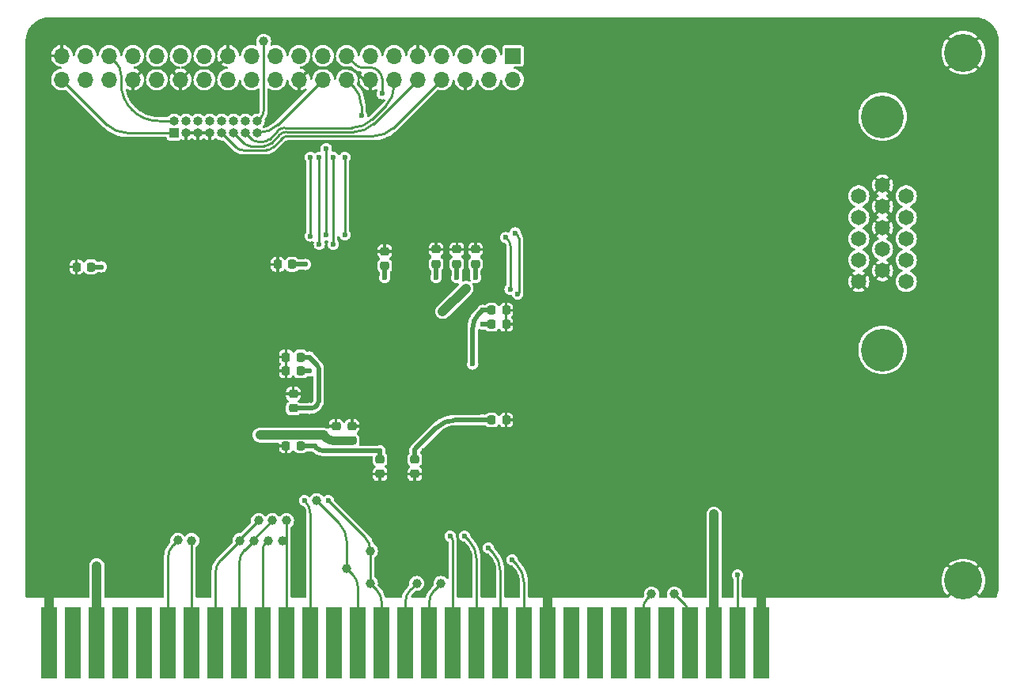
<source format=gbr>
%TF.GenerationSoftware,KiCad,Pcbnew,7.0.8-7.0.8~ubuntu22.04.1*%
%TF.CreationDate,2023-10-10T13:43:40+03:00*%
%TF.ProjectId,minifp,6d696e69-6670-42e6-9b69-6361645f7063,rev?*%
%TF.SameCoordinates,Original*%
%TF.FileFunction,Copper,L2,Bot*%
%TF.FilePolarity,Positive*%
%FSLAX46Y46*%
G04 Gerber Fmt 4.6, Leading zero omitted, Abs format (unit mm)*
G04 Created by KiCad (PCBNEW 7.0.8-7.0.8~ubuntu22.04.1) date 2023-10-10 13:43:40*
%MOMM*%
%LPD*%
G01*
G04 APERTURE LIST*
G04 Aperture macros list*
%AMRoundRect*
0 Rectangle with rounded corners*
0 $1 Rounding radius*
0 $2 $3 $4 $5 $6 $7 $8 $9 X,Y pos of 4 corners*
0 Add a 4 corners polygon primitive as box body*
4,1,4,$2,$3,$4,$5,$6,$7,$8,$9,$2,$3,0*
0 Add four circle primitives for the rounded corners*
1,1,$1+$1,$2,$3*
1,1,$1+$1,$4,$5*
1,1,$1+$1,$6,$7*
1,1,$1+$1,$8,$9*
0 Add four rect primitives between the rounded corners*
20,1,$1+$1,$2,$3,$4,$5,0*
20,1,$1+$1,$4,$5,$6,$7,0*
20,1,$1+$1,$6,$7,$8,$9,0*
20,1,$1+$1,$8,$9,$2,$3,0*%
G04 Aperture macros list end*
%TA.AperFunction,ComponentPad*%
%ADD10C,1.000000*%
%TD*%
%TA.AperFunction,ComponentPad*%
%ADD11C,1.650000*%
%TD*%
%TA.AperFunction,ComponentPad*%
%ADD12C,4.575000*%
%TD*%
%TA.AperFunction,ConnectorPad*%
%ADD13R,1.778000X7.620000*%
%TD*%
%TA.AperFunction,ComponentPad*%
%ADD14C,4.064000*%
%TD*%
%TA.AperFunction,ComponentPad*%
%ADD15R,1.700000X1.700000*%
%TD*%
%TA.AperFunction,ComponentPad*%
%ADD16O,1.700000X1.700000*%
%TD*%
%TA.AperFunction,ComponentPad*%
%ADD17R,1.000000X1.000000*%
%TD*%
%TA.AperFunction,ComponentPad*%
%ADD18O,1.000000X1.000000*%
%TD*%
%TA.AperFunction,SMDPad,CuDef*%
%ADD19RoundRect,0.225000X0.225000X0.250000X-0.225000X0.250000X-0.225000X-0.250000X0.225000X-0.250000X0*%
%TD*%
%TA.AperFunction,SMDPad,CuDef*%
%ADD20RoundRect,0.225000X-0.225000X-0.250000X0.225000X-0.250000X0.225000X0.250000X-0.225000X0.250000X0*%
%TD*%
%TA.AperFunction,SMDPad,CuDef*%
%ADD21RoundRect,0.225000X-0.250000X0.225000X-0.250000X-0.225000X0.250000X-0.225000X0.250000X0.225000X0*%
%TD*%
%TA.AperFunction,SMDPad,CuDef*%
%ADD22RoundRect,0.225000X0.250000X-0.225000X0.250000X0.225000X-0.250000X0.225000X-0.250000X-0.225000X0*%
%TD*%
%TA.AperFunction,ViaPad*%
%ADD23C,1.000000*%
%TD*%
%TA.AperFunction,ViaPad*%
%ADD24C,0.600000*%
%TD*%
%TA.AperFunction,Conductor*%
%ADD25C,0.250000*%
%TD*%
%TA.AperFunction,Conductor*%
%ADD26C,0.300000*%
%TD*%
%TA.AperFunction,Conductor*%
%ADD27C,1.000000*%
%TD*%
%TA.AperFunction,Conductor*%
%ADD28C,0.500000*%
%TD*%
%TA.AperFunction,Conductor*%
%ADD29C,0.900000*%
%TD*%
G04 APERTURE END LIST*
D10*
%TO.P,,1,GND*%
%TO.N,DACK1*%
X146750000Y-143500000D03*
%TD*%
%TO.P,,1,GND*%
%TO.N,DACK1*%
X146750000Y-140000000D03*
%TD*%
%TO.P,,1,GND*%
%TO.N,DRQ1*%
X144230000Y-141900000D03*
%TD*%
%TO.P,,1,GND*%
%TO.N,DRQ1*%
X141000000Y-134620000D03*
%TD*%
%TO.P,,1,GND*%
%TO.N,IRQ7*%
X137780000Y-136770000D03*
%TD*%
%TO.P,,1,GND*%
%TO.N,IRQ5*%
X136280000Y-136770000D03*
%TD*%
%TO.P,,1,GND*%
%TO.N,IRQ4*%
X134780000Y-136770000D03*
%TD*%
%TO.P,,1,GND*%
%TO.N,DRQ3*%
X151700000Y-143500000D03*
%TD*%
%TO.P,,1,GND*%
%TO.N,DACK3*%
X154300000Y-143500000D03*
%TD*%
%TO.P,,1,GND*%
%TO.N,DRQ2*%
X176840000Y-144630000D03*
%TD*%
%TO.P,,1,GND*%
%TO.N,IRQ2*%
X179280000Y-144630000D03*
%TD*%
D11*
%TO.P,J401,1,1*%
%TO.N,VGA_R*%
X199000000Y-102000000D03*
%TO.P,J401,2,2*%
%TO.N,VGA_G*%
X199000000Y-104290000D03*
%TO.P,J401,3,3*%
%TO.N,VGA_B*%
X199000000Y-106580000D03*
%TO.P,J401,4,4*%
%TO.N,unconnected-(J401-Pad4)*%
X199000000Y-108870000D03*
%TO.P,J401,5,5*%
%TO.N,GND*%
X199000000Y-111160000D03*
%TO.P,J401,6,6*%
X201540000Y-100855000D03*
%TO.P,J401,7,7*%
X201540000Y-103145000D03*
%TO.P,J401,8,8*%
X201540000Y-105435000D03*
%TO.P,J401,9,9*%
%TO.N,unconnected-(J401-Pad9)*%
X201540000Y-107725000D03*
%TO.P,J401,10,10*%
%TO.N,GND*%
X201540000Y-110015000D03*
%TO.P,J401,11,11*%
%TO.N,unconnected-(J401-Pad11)*%
X204080000Y-102000000D03*
%TO.P,J401,12,12*%
%TO.N,unconnected-(J401-Pad12)*%
X204080000Y-104290000D03*
%TO.P,J401,13,13*%
%TO.N,VGA_HS*%
X204080000Y-106580000D03*
%TO.P,J401,14,14*%
%TO.N,VGA_VS*%
X204080000Y-108870000D03*
%TO.P,J401,15,15*%
%TO.N,unconnected-(J401-Pad15)*%
X204080000Y-111160000D03*
D12*
%TO.P,J401,MH1,MH1*%
%TO.N,unconnected-(J401-PadMH1)*%
X201540000Y-93512000D03*
%TO.P,J401,MH2,MH2*%
%TO.N,unconnected-(J401-PadMH2)*%
X201540000Y-118502000D03*
%TD*%
D10*
%TO.P,,1,GND*%
%TO.N,DACK2*%
X126135000Y-138890000D03*
%TD*%
%TO.P,,1,GND*%
%TO.N,IRQ7*%
X137310000Y-138900000D03*
%TD*%
%TO.P,,1,GND*%
%TO.N,IRQ6*%
X135810000Y-138900000D03*
%TD*%
D13*
%TO.P,J1,1,GND*%
%TO.N,GND*%
X188595000Y-149860000D03*
D14*
X210185000Y-86677500D03*
X210185000Y-143192500D03*
D13*
%TO.P,J1,2,RESET*%
%TO.N,RESET*%
X186055000Y-149860000D03*
%TO.P,J1,3,VCC*%
%TO.N,VCC1*%
X183515000Y-149860000D03*
%TO.P,J1,4,IRQ2*%
%TO.N,IRQ2*%
X180975000Y-149860000D03*
%TO.P,J1,5,-5V*%
%TO.N,unconnected-(J1--5V-Pad5)*%
X178435000Y-149860000D03*
%TO.P,J1,6,DRQ2*%
%TO.N,DRQ2*%
X175895000Y-149860000D03*
%TO.P,J1,7,-12V*%
%TO.N,unconnected-(J1--12V-Pad7)*%
X173355000Y-149860000D03*
%TO.P,J1,8,UNUSED*%
%TO.N,unconnected-(J1-UNUSED-Pad8)*%
X170815000Y-149860000D03*
%TO.P,J1,9,+12V*%
%TO.N,unconnected-(J1-+12V-Pad9)*%
X168275000Y-149860000D03*
%TO.P,J1,10,GND*%
%TO.N,GND*%
X165735000Y-149860000D03*
%TO.P,J1,11,~{SMEMW}*%
%TO.N,MEMW*%
X163195000Y-149860000D03*
%TO.P,J1,12,~{SMEMR}*%
%TO.N,MEMR*%
X160655000Y-149860000D03*
%TO.P,J1,13,~{IOW}*%
%TO.N,IOW*%
X158115000Y-149860000D03*
%TO.P,J1,14,~{IOR}*%
%TO.N,IOR*%
X155575000Y-149860000D03*
%TO.P,J1,15,~{DACK3}*%
%TO.N,DACK3*%
X153035000Y-149860000D03*
%TO.P,J1,16,DRQ3*%
%TO.N,DRQ3*%
X150495000Y-149860000D03*
%TO.P,J1,17,~{DACK1}*%
%TO.N,DACK1*%
X147955000Y-149860000D03*
%TO.P,J1,18,DRQ1*%
%TO.N,DRQ1*%
X145415000Y-149860000D03*
%TO.P,J1,19,~{DACK0}*%
%TO.N,unconnected-(J1-~{DACK0}-Pad19)*%
X142875000Y-149860000D03*
%TO.P,J1,20,CLK*%
%TO.N,CLK*%
X140335000Y-149860000D03*
%TO.P,J1,21,IRQ7*%
%TO.N,IRQ7*%
X137795000Y-149860000D03*
%TO.P,J1,22,IRQ6*%
%TO.N,IRQ6*%
X135255000Y-149860000D03*
%TO.P,J1,23,IRQ5*%
%TO.N,IRQ5*%
X132715000Y-149860000D03*
%TO.P,J1,24,IRQ4*%
%TO.N,IRQ4*%
X130175000Y-149860000D03*
%TO.P,J1,25,IRQ3*%
%TO.N,IRQ3*%
X127635000Y-149860000D03*
%TO.P,J1,26,~{DACK2}*%
%TO.N,DACK2*%
X125095000Y-149860000D03*
%TO.P,J1,27,TC*%
%TO.N,unconnected-(J1-TC-Pad27)*%
X122555000Y-149860000D03*
%TO.P,J1,28,ALE*%
%TO.N,unconnected-(J1-ALE-Pad28)*%
X120015000Y-149860000D03*
%TO.P,J1,29,VCC*%
%TO.N,VCC*%
X117475000Y-149860000D03*
%TO.P,J1,30,OSC*%
%TO.N,unconnected-(J1-OSC-Pad30)*%
X114935000Y-149860000D03*
%TO.P,J1,31,GND*%
%TO.N,GND*%
X112395000Y-149860000D03*
%TD*%
D10*
%TO.P,,1,GND*%
%TO.N,IRQ3*%
X127635000Y-138900000D03*
%TD*%
%TO.P,,1,GND*%
%TO.N,IRQ5*%
X134310000Y-138900000D03*
%TD*%
%TO.P,,1,GND*%
%TO.N,IRQ4*%
X132810000Y-138900000D03*
%TD*%
D15*
%TO.P,J4,1,3V3*%
%TO.N,unconnected-(J4-3V3-Pad1)*%
X162000000Y-87000000D03*
D16*
%TO.P,J4,2,5V*%
%TO.N,VCC1*%
X162000000Y-89540000D03*
%TO.P,J4,3,SDA/GPIO2*%
%TO.N,GPIO2*%
X159460000Y-87000000D03*
%TO.P,J4,4,5V*%
%TO.N,VCC1*%
X159460000Y-89540000D03*
%TO.P,J4,5,SCL/GPIO3*%
%TO.N,GPIO3*%
X156920000Y-87000000D03*
%TO.P,J4,6,GND*%
%TO.N,GND*%
X156920000Y-89540000D03*
%TO.P,J4,7,GCLK0/GPIO4*%
%TO.N,GPIO4*%
X154380000Y-87000000D03*
%TO.P,J4,8,GPIO14/TXD*%
%TO.N,TX*%
X154380000Y-89540000D03*
%TO.P,J4,9,GND*%
%TO.N,GND*%
X151840000Y-87000000D03*
%TO.P,J4,10,GPIO15/RXD*%
%TO.N,RX*%
X151840000Y-89540000D03*
%TO.P,J4,11,GPIO17*%
%TO.N,GPIO17*%
X149300000Y-87000000D03*
%TO.P,J4,12,GPIO18/PWM0*%
%TO.N,PCM_CLK*%
X149300000Y-89540000D03*
%TO.P,J4,13,GPIO27*%
%TO.N,CRESET*%
X146760000Y-87000000D03*
%TO.P,J4,14,GND*%
%TO.N,GND*%
X146760000Y-89540000D03*
%TO.P,J4,15,GPIO22*%
%TO.N,GPIO22*%
X144220000Y-87000000D03*
%TO.P,J4,16,GPIO23*%
%TO.N,GPIO23*%
X144220000Y-89540000D03*
%TO.P,J4,17,3V3*%
%TO.N,unconnected-(J4-3V3-Pad17)*%
X141680000Y-87000000D03*
%TO.P,J4,18,GPIO24*%
%TO.N,GPIO24*%
X141680000Y-89540000D03*
%TO.P,J4,19,MOSI0/GPIO10*%
%TO.N,SDI*%
X139140000Y-87000000D03*
%TO.P,J4,20,GND*%
%TO.N,GND*%
X139140000Y-89540000D03*
%TO.P,J4,21,MISO0/GPIO9*%
%TO.N,SDO*%
X136600000Y-87000000D03*
%TO.P,J4,22,GPIO25*%
%TO.N,SS*%
X136600000Y-89540000D03*
%TO.P,J4,23,SCLK0/GPIO11*%
%TO.N,SCK*%
X134060000Y-87000000D03*
%TO.P,J4,24,~{CE0}/GPIO8*%
%TO.N,GPIO8*%
X134060000Y-89540000D03*
%TO.P,J4,25,GND*%
%TO.N,GND*%
X131520000Y-87000000D03*
%TO.P,J4,26,~{CE1}/GPIO7*%
%TO.N,GPIO7*%
X131520000Y-89540000D03*
%TO.P,J4,27,ID_SD/GPIO0*%
%TO.N,GPIO0*%
X128980000Y-87000000D03*
%TO.P,J4,28,ID_SC/GPIO1*%
%TO.N,GPIO1*%
X128980000Y-89540000D03*
%TO.P,J4,29,GCLK1/GPIO5*%
%TO.N,GPIO5*%
X126440000Y-87000000D03*
%TO.P,J4,30,GND*%
%TO.N,GND*%
X126440000Y-89540000D03*
%TO.P,J4,31,GCLK2/GPIO6*%
%TO.N,GPIO6*%
X123900000Y-87000000D03*
%TO.P,J4,32,PWM0/GPIO12*%
%TO.N,GPIO12*%
X123900000Y-89540000D03*
%TO.P,J4,33,PWM1/GPIO13*%
%TO.N,GPIO13*%
X121360000Y-87000000D03*
%TO.P,J4,34,GND*%
%TO.N,GND*%
X121360000Y-89540000D03*
%TO.P,J4,35,GPIO19/MISO1*%
%TO.N,PCM_FS*%
X118820000Y-87000000D03*
%TO.P,J4,36,GPIO16*%
%TO.N,GPIO16*%
X118820000Y-89540000D03*
%TO.P,J4,37,GPIO26*%
%TO.N,GPIO26*%
X116280000Y-87000000D03*
%TO.P,J4,38,GPIO20/MOSI1*%
%TO.N,GPIO20*%
X116280000Y-89540000D03*
%TO.P,J4,39,GND*%
%TO.N,GND*%
X113740000Y-87000000D03*
%TO.P,J4,40,GPIO21/SCLK1*%
%TO.N,PCM_DOUT*%
X113740000Y-89540000D03*
%TD*%
D17*
%TO.P,J2,1,Pin_1*%
%TO.N,PCM_DOUT*%
X125750000Y-95250000D03*
D18*
%TO.P,J2,2,Pin_2*%
%TO.N,PCM_FS*%
X125750000Y-93980000D03*
%TO.P,J2,3,Pin_3*%
%TO.N,GND*%
X127020000Y-95250000D03*
%TO.P,J2,4,Pin_4*%
%TO.N,GPIO6*%
X127020000Y-93980000D03*
%TO.P,J2,5,Pin_5*%
%TO.N,GND*%
X128290000Y-95250000D03*
%TO.P,J2,6,Pin_6*%
%TO.N,GPIO5*%
X128290000Y-93980000D03*
%TO.P,J2,7,Pin_7*%
%TO.N,GND*%
X129560000Y-95250000D03*
%TO.P,J2,8,Pin_8*%
%TO.N,GPIO1*%
X129560000Y-93980000D03*
%TO.P,J2,9,Pin_9*%
%TO.N,TX*%
X130830000Y-95250000D03*
%TO.P,J2,10,Pin_10*%
%TO.N,GPIO0*%
X130830000Y-93980000D03*
%TO.P,J2,11,Pin_11*%
%TO.N,RX*%
X132100000Y-95250000D03*
%TO.P,J2,12,Pin_12*%
%TO.N,GPIO7*%
X132100000Y-93980000D03*
%TO.P,J2,13,Pin_13*%
%TO.N,PCM_CLK*%
X133370000Y-95250000D03*
%TO.P,J2,14,Pin_14*%
%TO.N,GPIO8*%
X133370000Y-93980000D03*
%TO.P,J2,15,Pin_15*%
%TO.N,GPIO24*%
X134640000Y-95250000D03*
%TO.P,J2,16,Pin_16*%
%TO.N,VCC1*%
X134640000Y-93980000D03*
%TD*%
D19*
%TO.P,C9,1*%
%TO.N,3V3*%
X138375000Y-109337500D03*
%TO.P,C9,2*%
%TO.N,GND*%
X136825000Y-109337500D03*
%TD*%
%TO.P,C18,1*%
%TO.N,3V3*%
X116853000Y-109600000D03*
%TO.P,C18,2*%
%TO.N,GND*%
X115303000Y-109600000D03*
%TD*%
D20*
%TO.P,C2,1*%
%TO.N,1V2*%
X159725000Y-115750000D03*
%TO.P,C2,2*%
%TO.N,GND*%
X161275000Y-115750000D03*
%TD*%
D19*
%TO.P,C19,1*%
%TO.N,3V3*%
X139275000Y-119250000D03*
%TO.P,C19,2*%
%TO.N,GND*%
X137725000Y-119250000D03*
%TD*%
D21*
%TO.P,C15,1*%
%TO.N,3V3*%
X147780000Y-130225000D03*
%TO.P,C15,2*%
%TO.N,GND*%
X147780000Y-131775000D03*
%TD*%
D19*
%TO.P,C16,1*%
%TO.N,3V3*%
X139275000Y-128778000D03*
%TO.P,C16,2*%
%TO.N,GND*%
X137725000Y-128778000D03*
%TD*%
D22*
%TO.P,C5,1*%
%TO.N,1V2*%
X158000000Y-109275000D03*
%TO.P,C5,2*%
%TO.N,GND*%
X158000000Y-107725000D03*
%TD*%
%TO.P,C4,1*%
%TO.N,1V2*%
X144780000Y-128185000D03*
%TO.P,C4,2*%
%TO.N,GND*%
X144780000Y-126635000D03*
%TD*%
D19*
%TO.P,C3,1*%
%TO.N,1V2*%
X139275000Y-120750000D03*
%TO.P,C3,2*%
%TO.N,GND*%
X137725000Y-120750000D03*
%TD*%
D20*
%TO.P,C13,1*%
%TO.N,3V3*%
X159725000Y-126000000D03*
%TO.P,C13,2*%
%TO.N,GND*%
X161275000Y-126000000D03*
%TD*%
D22*
%TO.P,C6,1*%
%TO.N,1V2*%
X143080000Y-128185000D03*
%TO.P,C6,2*%
%TO.N,GND*%
X143080000Y-126635000D03*
%TD*%
%TO.P,C1,1*%
%TO.N,1V2*%
X156000000Y-109275000D03*
%TO.P,C1,2*%
%TO.N,GND*%
X156000000Y-107725000D03*
%TD*%
%TO.P,C17,1*%
%TO.N,3V3*%
X138500000Y-124750000D03*
%TO.P,C17,2*%
%TO.N,GND*%
X138500000Y-123200000D03*
%TD*%
D21*
%TO.P,C14,1*%
%TO.N,3V3*%
X151500000Y-130225000D03*
%TO.P,C14,2*%
%TO.N,GND*%
X151500000Y-131775000D03*
%TD*%
D20*
%TO.P,C12,1*%
%TO.N,3V3*%
X159725000Y-114250000D03*
%TO.P,C12,2*%
%TO.N,GND*%
X161275000Y-114250000D03*
%TD*%
D22*
%TO.P,C10,1*%
%TO.N,3V3*%
X148280000Y-109475000D03*
%TO.P,C10,2*%
%TO.N,GND*%
X148280000Y-107925000D03*
%TD*%
%TO.P,C11,1*%
%TO.N,3V3*%
X153780000Y-109275000D03*
%TO.P,C11,2*%
%TO.N,GND*%
X153780000Y-107725000D03*
%TD*%
D23*
%TO.N,GND*%
X156900000Y-92100000D03*
X120500000Y-139750000D03*
X125000000Y-98000000D03*
X200000000Y-135000000D03*
X128500000Y-133000000D03*
X170000000Y-95000000D03*
X128500000Y-131500000D03*
X210000000Y-110000000D03*
X195000000Y-125000000D03*
X160000000Y-107500000D03*
X139500000Y-107500000D03*
X200000000Y-140000000D03*
X138000000Y-107500000D03*
X162200000Y-102600000D03*
X190000000Y-85000000D03*
X164200000Y-100600000D03*
X162500000Y-135000000D03*
X124000000Y-132750000D03*
X165000000Y-137500000D03*
D24*
X158750000Y-122850000D03*
D23*
X119460000Y-123890000D03*
X170000000Y-85000000D03*
X205000000Y-85000000D03*
X130000000Y-131500000D03*
D24*
X152500000Y-129286000D03*
D23*
X210000000Y-120000000D03*
X205000000Y-130000000D03*
X128000000Y-106000000D03*
X195000000Y-85000000D03*
X175000000Y-100000000D03*
X128000000Y-115000000D03*
X210000000Y-115000000D03*
D24*
X142280000Y-110744000D03*
D23*
X210000000Y-130000000D03*
X200000000Y-125000000D03*
X120500000Y-136750000D03*
X190000000Y-135000000D03*
X112500000Y-110000000D03*
X180000000Y-130000000D03*
X160000000Y-95000000D03*
X119000000Y-139750000D03*
X175000000Y-95000000D03*
X210000000Y-100000000D03*
X190000000Y-140000000D03*
X210000000Y-95000000D03*
X165000000Y-85000000D03*
X195000000Y-115000000D03*
X117500000Y-130000000D03*
X126000000Y-113000000D03*
D24*
X140208000Y-126250000D03*
D23*
X210000000Y-90000000D03*
X160000000Y-100000000D03*
X147100000Y-96560000D03*
X123000000Y-100000000D03*
X162200000Y-100600000D03*
X120500000Y-138250000D03*
X164200000Y-102600000D03*
X122000000Y-138250000D03*
X128000000Y-108000000D03*
X112500000Y-125000000D03*
X112500000Y-135000000D03*
X195000000Y-135000000D03*
X165000000Y-95000000D03*
X162200000Y-104600000D03*
X180000000Y-100000000D03*
X180000000Y-95000000D03*
X175000000Y-85000000D03*
X126000000Y-108000000D03*
X112500000Y-95000000D03*
X165000000Y-110000000D03*
D24*
X146900000Y-110744000D03*
X120777000Y-110400000D03*
D23*
X112500000Y-105000000D03*
X185000000Y-85000000D03*
X119000000Y-138250000D03*
X205000000Y-140000000D03*
X124670000Y-123890000D03*
D24*
X158750000Y-127000000D03*
D23*
X210000000Y-135000000D03*
X170000000Y-110000000D03*
X210000000Y-125000000D03*
X156900000Y-94100000D03*
D24*
X140208000Y-117750000D03*
X129286000Y-109600000D03*
D23*
X112500000Y-115000000D03*
D24*
X158750000Y-122150000D03*
D23*
X112500000Y-120000000D03*
X121000000Y-102000000D03*
X175000000Y-105000000D03*
X195000000Y-140000000D03*
X130000000Y-133000000D03*
X138500000Y-97300000D03*
X121000000Y-100000000D03*
X195000000Y-95000000D03*
X205000000Y-135000000D03*
X140000000Y-132500000D03*
X123000000Y-98000000D03*
X210000000Y-105000000D03*
X180000000Y-85000000D03*
X160000000Y-132500000D03*
X128000000Y-113000000D03*
X112500000Y-100000000D03*
D24*
X156280000Y-129286000D03*
D23*
X112500000Y-130000000D03*
X200000000Y-85000000D03*
D24*
%TO.N,MEMW*%
X161925000Y-140970000D03*
%TO.N,MEMR*%
X159385000Y-139700000D03*
%TO.N,IOW*%
X156845000Y-138430000D03*
%TO.N,IOR*%
X155300000Y-138430000D03*
%TO.N,CRESET*%
X144018000Y-106172000D03*
X144018000Y-97846000D03*
%TO.N,SDO*%
X142030000Y-106172000D03*
X142030000Y-96945000D03*
%TO.N,SDI*%
X142780000Y-97846000D03*
X142780000Y-107188000D03*
%TO.N,SCK*%
X140335000Y-97846000D03*
X140335000Y-106299000D03*
%TO.N,SS*%
X141280000Y-107188000D03*
X141280000Y-97846000D03*
%TO.N,GPIO2*%
X162250000Y-105960000D03*
X162500000Y-112500000D03*
%TO.N,GPIO3*%
X161700000Y-112000000D03*
X161250000Y-106460000D03*
%TO.N,GPIO22*%
X147990000Y-91050000D03*
%TO.N,GPIO23*%
X145780000Y-93400000D03*
%TO.N,3V3*%
X148280000Y-110744000D03*
X140208000Y-119250000D03*
X153780000Y-110744000D03*
X139800000Y-109337500D03*
X158750000Y-125984000D03*
X147780000Y-129286000D03*
X140208000Y-124750000D03*
X157700000Y-120000000D03*
X151511000Y-129286000D03*
X158750000Y-114250000D03*
X140780000Y-128778000D03*
X117983000Y-109600000D03*
%TO.N,1V2*%
X158000000Y-110744000D03*
X158750000Y-115750000D03*
D23*
X156970000Y-111900000D03*
X134949641Y-127603000D03*
X154490000Y-114380000D03*
D24*
X140208000Y-120750000D03*
D23*
X141713000Y-127603000D03*
D24*
X156000000Y-110744000D03*
%TO.N,DACK1*%
X142240000Y-134620000D03*
%TO.N,CLK*%
X139700000Y-134620000D03*
%TO.N,RESET*%
X186055000Y-142595000D03*
D23*
%TO.N,VCC*%
X117475000Y-141605000D03*
%TO.N,VCC1*%
X183515000Y-136095136D03*
X135330000Y-85450000D03*
%TD*%
D25*
%TO.N,DRQ3*%
X151080773Y-144119199D02*
G75*
G03*
X150495000Y-145533427I1414227J-1414201D01*
G01*
%TO.N,DACK3*%
X153620773Y-144179199D02*
G75*
G03*
X153035000Y-145593427I1414227J-1414201D01*
G01*
X153035000Y-149860000D02*
X153035000Y-145593427D01*
X153620787Y-144179213D02*
X154300000Y-143500000D01*
%TO.N,DRQ3*%
X150495000Y-149860000D02*
X150495000Y-145533427D01*
X151080787Y-144119213D02*
X151700000Y-143500000D01*
%TO.N,IRQ7*%
X137795000Y-149860000D02*
X137795000Y-136770000D01*
%TO.N,DACK1*%
X147954980Y-145533427D02*
G75*
G03*
X147369212Y-144119214I-1999980J27D01*
G01*
X147955000Y-149860000D02*
X147955000Y-145533427D01*
X147369213Y-144119213D02*
X146750000Y-143500000D01*
X146750000Y-140000000D02*
X146750000Y-143500000D01*
X146749980Y-139958427D02*
G75*
G03*
X146164213Y-138544215I-1999980J27D01*
G01*
X142240000Y-134620000D02*
X146164214Y-138544214D01*
X146750000Y-139958427D02*
X146750000Y-140000000D01*
%TO.N,DRQ1*%
X144229971Y-139092641D02*
G75*
G03*
X143351321Y-136971321I-2999971J41D01*
G01*
X141000000Y-134620000D02*
X143351321Y-136971321D01*
X144230000Y-139092641D02*
X144230000Y-141900000D01*
X145414980Y-143913427D02*
G75*
G03*
X144829212Y-142499214I-1999980J27D01*
G01*
X145415000Y-149860000D02*
X145415000Y-143913427D01*
X144829213Y-142499213D02*
X144230000Y-141900000D01*
%TO.N,IRQ4*%
X134780000Y-136770000D02*
X132810000Y-138740000D01*
X132810000Y-138740000D02*
X132810000Y-138900000D01*
%TO.N,IRQ5*%
X136280000Y-136770000D02*
X134310000Y-138740000D01*
X134310000Y-138740000D02*
X134310000Y-138900000D01*
X136294213Y-136755787D02*
X136280000Y-136770000D01*
%TO.N,IRQ7*%
X137487107Y-138722893D02*
X137310000Y-138900000D01*
%TO.N,DRQ2*%
X176480773Y-144989199D02*
G75*
G03*
X175895000Y-146403427I1414227J-1414201D01*
G01*
X175895000Y-149860000D02*
X175895000Y-146403427D01*
X176480787Y-144989213D02*
X176840000Y-144630000D01*
%TO.N,IRQ2*%
X180974980Y-147153427D02*
G75*
G03*
X180389212Y-145739214I-1999980J27D01*
G01*
X180975000Y-149860000D02*
X180975000Y-147153427D01*
X180389213Y-145739213D02*
X179280000Y-144630000D01*
%TO.N,DACK2*%
X125680773Y-139344199D02*
G75*
G03*
X125095000Y-140758427I1414227J-1414201D01*
G01*
X125095000Y-149860000D02*
X125095000Y-140758427D01*
X125680787Y-139344213D02*
X126135000Y-138890000D01*
%TO.N,IRQ5*%
X133300773Y-139909199D02*
G75*
G03*
X132715000Y-141323427I1414227J-1414201D01*
G01*
%TO.N,IRQ4*%
X130760773Y-140949199D02*
G75*
G03*
X130175000Y-142363427I1414227J-1414201D01*
G01*
%TO.N,IRQ6*%
X135547886Y-139162100D02*
G75*
G03*
X135255000Y-139869214I707114J-707100D01*
G01*
X135255000Y-149860000D02*
X135255000Y-139869214D01*
X135547893Y-139162107D02*
X135810000Y-138900000D01*
%TO.N,IRQ5*%
X132715000Y-149860000D02*
X132715000Y-141323427D01*
X133300787Y-139909213D02*
X134310000Y-138900000D01*
%TO.N,IRQ3*%
X127635000Y-149860000D02*
X127635000Y-138900000D01*
%TO.N,IRQ4*%
X130175000Y-149860000D02*
X130175000Y-142363427D01*
X130760787Y-140949213D02*
X132810000Y-138900000D01*
D26*
%TO.N,GND*%
X144178680Y-88310000D02*
X141198427Y-88310000D01*
X121360000Y-89540000D02*
X122044214Y-88855786D01*
X127114213Y-88865787D02*
X126440000Y-89540000D01*
D25*
X146760000Y-89540000D02*
X146030000Y-89540000D01*
D26*
X129411573Y-88280000D02*
X128528427Y-88280000D01*
D27*
X112395000Y-149860000D02*
X112395000Y-145000000D01*
D26*
X125755787Y-88855787D02*
X126440000Y-89540000D01*
X146030000Y-89540000D02*
X145239340Y-88749340D01*
X123458427Y-88270000D02*
X124341573Y-88270000D01*
X131520000Y-87000000D02*
X130825786Y-87694214D01*
X139784213Y-88895787D02*
X139140000Y-89540000D01*
D27*
X165735000Y-149860000D02*
X165735000Y-145000000D01*
X188595000Y-149860000D02*
X188595000Y-145000000D01*
D26*
X125755801Y-88855773D02*
G75*
G03*
X124341573Y-88270000I-1414201J-1414227D01*
G01*
X123458427Y-88270020D02*
G75*
G03*
X122044215Y-88855787I-27J-1999980D01*
G01*
X128528427Y-88280020D02*
G75*
G03*
X127114214Y-88865788I-27J-1999980D01*
G01*
X129411573Y-88279980D02*
G75*
G03*
X130825785Y-87694213I27J1999980D01*
G01*
X141198427Y-88310020D02*
G75*
G03*
X139784214Y-88895788I-27J-1999980D01*
G01*
X145239350Y-88749330D02*
G75*
G03*
X144178680Y-88310000I-1060650J-1060670D01*
G01*
D25*
%TO.N,MEMW*%
X162316320Y-141361320D02*
X161925000Y-140970000D01*
X163195000Y-149860000D02*
X163195000Y-143482641D01*
X163194971Y-143482641D02*
G75*
G03*
X162316320Y-141361320I-2999971J41D01*
G01*
%TO.N,MEMR*%
X159776320Y-140091320D02*
X159385000Y-139700000D01*
X160655000Y-149860000D02*
X160655000Y-142212641D01*
X160654971Y-142212641D02*
G75*
G03*
X159776320Y-140091320I-2999971J41D01*
G01*
%TO.N,IOW*%
X158115000Y-149860000D02*
X158115000Y-140942641D01*
X157236320Y-138821320D02*
X156845000Y-138430000D01*
X158114971Y-140942641D02*
G75*
G03*
X157236320Y-138821320I-2999971J41D01*
G01*
%TO.N,IOR*%
X155428553Y-138558553D02*
X155300000Y-138430000D01*
X155575000Y-149860000D02*
X155575000Y-138912107D01*
X155574995Y-138912107D02*
G75*
G03*
X155428553Y-138558553I-499995J7D01*
G01*
%TO.N,CRESET*%
X144018000Y-106172000D02*
X144018000Y-97846000D01*
%TO.N,SDO*%
X142030000Y-106172000D02*
X142030000Y-96945000D01*
%TO.N,SDI*%
X142780000Y-107188000D02*
X142780000Y-97846000D01*
%TO.N,SCK*%
X140335000Y-106299000D02*
X140335000Y-97846000D01*
%TO.N,SS*%
X141280000Y-107188000D02*
X141280000Y-97846000D01*
%TO.N,GPIO2*%
X162625000Y-112375000D02*
X162625000Y-106542107D01*
X162500000Y-112500000D02*
X162625000Y-112375000D01*
X162478553Y-106188553D02*
X162250000Y-105960000D01*
X162624995Y-106542107D02*
G75*
G03*
X162478553Y-106188553I-499995J7D01*
G01*
%TO.N,GPIO3*%
X161407107Y-106617107D02*
X161250000Y-106460000D01*
X161700000Y-112000000D02*
X161700000Y-107324214D01*
X161699990Y-107324214D02*
G75*
G03*
X161407107Y-106617107I-999990J14D01*
G01*
%TO.N,GPIO22*%
X147990000Y-89434214D02*
X147990000Y-91050000D01*
X145894214Y-88260000D02*
X146815786Y-88260000D01*
X147522893Y-88552893D02*
X147697107Y-88727107D01*
X144220000Y-87000000D02*
X145187107Y-87967107D01*
X145187100Y-87967114D02*
G75*
G03*
X145894214Y-88260000I707100J707114D01*
G01*
X147989990Y-89434214D02*
G75*
G03*
X147697107Y-88727107I-999990J14D01*
G01*
X147522900Y-88552886D02*
G75*
G03*
X146815786Y-88260000I-707100J-707114D01*
G01*
%TO.N,GPIO23*%
X145780000Y-92342641D02*
X145780000Y-93400000D01*
X144901320Y-90221320D02*
X144220000Y-89540000D01*
X145779971Y-92342641D02*
G75*
G03*
X144901320Y-90221320I-2999971J41D01*
G01*
%TO.N,GPIO24*%
X134727359Y-95250000D02*
X134640000Y-95250000D01*
X141680000Y-89540000D02*
X136848679Y-94371321D01*
X134727359Y-95249971D02*
G75*
G03*
X136848679Y-94371321I41J2999971D01*
G01*
D28*
%TO.N,3V3*%
X116853000Y-109600000D02*
X117983000Y-109600000D01*
X151500000Y-130225000D02*
X151500000Y-129297000D01*
X141702214Y-129286000D02*
X147780000Y-129286000D01*
X157700000Y-116128427D02*
X157700000Y-120000000D01*
X141210000Y-124002893D02*
X141210000Y-120459107D01*
X147780000Y-130225000D02*
X147780000Y-129286000D01*
X151500000Y-129297000D02*
X151511000Y-129286000D01*
X151489000Y-129286000D02*
X151500000Y-129297000D01*
X151598868Y-129047893D02*
X153784082Y-126862679D01*
D26*
X159709000Y-125984000D02*
X159725000Y-126000000D01*
D28*
X138500000Y-124750000D02*
X140208000Y-124750000D01*
X155905402Y-125984000D02*
X158750000Y-125984000D01*
X140208000Y-124750000D02*
X140462893Y-124750000D01*
X151511000Y-129286000D02*
X151511000Y-129260025D01*
X153780000Y-109275000D02*
X153780000Y-110744000D01*
X158750000Y-125984000D02*
X159709000Y-125984000D01*
X140780000Y-128778000D02*
X140995107Y-128993107D01*
X141063553Y-120105553D02*
X140208000Y-119250000D01*
X158750000Y-114250000D02*
X159725000Y-114250000D01*
X138375000Y-109337500D02*
X139800000Y-109337500D01*
X140780000Y-128778000D02*
X139275000Y-128778000D01*
X148280000Y-110744000D02*
X148280000Y-109475000D01*
X140208000Y-119250000D02*
X139275000Y-119250000D01*
X140816447Y-124603553D02*
X141063554Y-124356446D01*
X158750000Y-114250000D02*
X158285786Y-114714214D01*
X155905402Y-125984002D02*
G75*
G03*
X153784083Y-126862680I-2J-2999998D01*
G01*
X140995100Y-128993114D02*
G75*
G03*
X141702214Y-129286000I707100J707114D01*
G01*
X151598855Y-129047880D02*
G75*
G03*
X151511000Y-129260025I212145J-212120D01*
G01*
X141209995Y-120459107D02*
G75*
G03*
X141063553Y-120105553I-499995J7D01*
G01*
X141063557Y-124356449D02*
G75*
G03*
X141210000Y-124002893I-353557J353549D01*
G01*
X158285772Y-114714200D02*
G75*
G03*
X157700000Y-116128427I1414228J-1414200D01*
G01*
X140462893Y-124749995D02*
G75*
G03*
X140816447Y-124603553I7J499995D01*
G01*
%TO.N,1V2*%
X158000000Y-109275000D02*
X158000000Y-110744000D01*
X158750000Y-115750000D02*
X159725000Y-115750000D01*
D29*
X143080000Y-128185000D02*
X144780000Y-128185000D01*
D28*
X140208000Y-120750000D02*
X139275000Y-120750000D01*
X156000000Y-110744000D02*
X156000000Y-109275000D01*
D27*
X137116852Y-127603000D02*
X141713000Y-127603000D01*
D29*
X142002107Y-127892107D02*
X141713000Y-127603000D01*
D27*
X137116852Y-127603000D02*
X134949641Y-127603000D01*
X156970000Y-111900000D02*
X154490000Y-114380000D01*
D29*
X143080000Y-128185000D02*
X142709214Y-128185000D01*
X142002100Y-127892114D02*
G75*
G03*
X142709214Y-128185000I707100J707114D01*
G01*
D25*
%TO.N,IRQ6*%
X135780000Y-149335000D02*
X135255000Y-149860000D01*
%TO.N,CLK*%
X139749213Y-134669213D02*
X139700000Y-134620000D01*
X140335000Y-149860000D02*
X140335000Y-136083427D01*
X140334980Y-136083427D02*
G75*
G03*
X139749212Y-134669214I-1999980J27D01*
G01*
%TO.N,RESET*%
X186055000Y-149860000D02*
X186055000Y-142595000D01*
D27*
%TO.N,VCC*%
X117475000Y-149860000D02*
X117475000Y-141605000D01*
D25*
%TO.N,VCC1*%
X135330000Y-92875786D02*
X135330000Y-89600000D01*
X134640000Y-93980000D02*
X135037107Y-93582893D01*
X135330000Y-89600000D02*
X135330000Y-85450000D01*
D27*
X183515000Y-149860000D02*
X183515000Y-136095136D01*
D25*
X135037114Y-93582900D02*
G75*
G03*
X135330000Y-92875786I-707114J707100D01*
G01*
%TO.N,TX*%
X133094214Y-97100000D02*
X135614974Y-97100000D01*
X149193679Y-94726321D02*
X154380000Y-89540000D01*
X137938402Y-95605000D02*
X147072359Y-95605000D01*
X136322081Y-96807107D02*
X137231295Y-95897893D01*
X130830000Y-95250000D02*
X132387107Y-96807107D01*
X132387100Y-96807114D02*
G75*
G03*
X133094214Y-97100000I707100J707114D01*
G01*
X147072359Y-95604971D02*
G75*
G03*
X149193679Y-94726321I41J2999971D01*
G01*
X137938402Y-95605002D02*
G75*
G03*
X137231296Y-95897894I-2J-999998D01*
G01*
X135614974Y-97099981D02*
G75*
G03*
X136322080Y-96807106I26J999981D01*
G01*
%TO.N,RX*%
X133914214Y-96650000D02*
X135428578Y-96650000D01*
X136135685Y-96357107D02*
X137044899Y-95447893D01*
X147103679Y-94276321D02*
X151840000Y-89540000D01*
X137752006Y-95155000D02*
X144982359Y-95155000D01*
X132100000Y-95250000D02*
X133207107Y-96357107D01*
X135428578Y-96649984D02*
G75*
G03*
X136135684Y-96357106I22J999984D01*
G01*
X144982359Y-95154971D02*
G75*
G03*
X147103679Y-94276321I41J2999971D01*
G01*
X133207100Y-96357114D02*
G75*
G03*
X133914214Y-96650000I707100J707114D01*
G01*
X137752006Y-95155004D02*
G75*
G03*
X137044899Y-95447893I-6J-999996D01*
G01*
%TO.N,PCM_CLK*%
X146917563Y-93826321D02*
X148421320Y-92322564D01*
X133370000Y-95250000D02*
X134027107Y-95907107D01*
X134734214Y-96200000D02*
X135242182Y-96200000D01*
X135949289Y-95907107D02*
X136858503Y-94997893D01*
X137565610Y-94705000D02*
X144796243Y-94705000D01*
X149300000Y-90201243D02*
X149300000Y-89540000D01*
X148421298Y-92322542D02*
G75*
G03*
X149300000Y-90201243I-2121298J2121342D01*
G01*
X134027100Y-95907114D02*
G75*
G03*
X134734214Y-96200000I707100J707114D01*
G01*
X137565610Y-94705007D02*
G75*
G03*
X136858503Y-94997893I-10J-999993D01*
G01*
X144796243Y-94705030D02*
G75*
G03*
X146917563Y-93826321I-43J3000030D01*
G01*
X135242182Y-96199987D02*
G75*
G03*
X135949289Y-95907107I18J999987D01*
G01*
%TO.N,PCM_FS*%
X120080000Y-89963146D02*
X120080000Y-89088427D01*
X121268427Y-92808427D02*
X121251573Y-92791573D01*
X125750000Y-93980000D02*
X124096854Y-93980000D01*
X119494214Y-87674214D02*
X118820000Y-87000000D01*
X120079968Y-89963146D02*
G75*
G03*
X121251573Y-92791573I4000032J46D01*
G01*
X120079980Y-89088427D02*
G75*
G03*
X119494213Y-87674215I-1999980J27D01*
G01*
X121268450Y-92808404D02*
G75*
G03*
X124096854Y-93980000I2828450J2828404D01*
G01*
%TO.N,PCM_DOUT*%
X120692641Y-95250000D02*
X125750000Y-95250000D01*
X113740000Y-89540000D02*
X118571321Y-94371321D01*
X118571301Y-94371341D02*
G75*
G03*
X120692641Y-95250000I2121299J2121341D01*
G01*
%TD*%
%TA.AperFunction,Conductor*%
%TO.N,GND*%
G36*
X127965000Y-95192694D02*
G01*
X127965000Y-95307306D01*
X127998737Y-95400000D01*
X127311263Y-95400000D01*
X127345000Y-95307306D01*
X127345000Y-95192694D01*
X127311263Y-95100000D01*
X127998737Y-95100000D01*
X127965000Y-95192694D01*
G37*
%TD.AperFunction*%
%TA.AperFunction,Conductor*%
G36*
X129235000Y-95192694D02*
G01*
X129235000Y-95307306D01*
X129268737Y-95400000D01*
X128581263Y-95400000D01*
X128615000Y-95307306D01*
X128615000Y-95192694D01*
X128581263Y-95100000D01*
X129268737Y-95100000D01*
X129235000Y-95192694D01*
G37*
%TD.AperFunction*%
%TA.AperFunction,Conductor*%
G36*
X137961197Y-89579250D02*
G01*
X137993907Y-89642263D01*
X137995713Y-89654829D01*
X138004737Y-89752213D01*
X138063061Y-89957202D01*
X138063063Y-89957207D01*
X138158060Y-90147989D01*
X138286500Y-90318070D01*
X138444001Y-90461652D01*
X138625204Y-90573847D01*
X138625211Y-90573850D01*
X138823935Y-90650836D01*
X138823934Y-90650836D01*
X138990000Y-90681879D01*
X138990000Y-90021170D01*
X138997685Y-90024680D01*
X139104237Y-90040000D01*
X139175763Y-90040000D01*
X139282315Y-90024680D01*
X139290000Y-90021170D01*
X139290000Y-90681879D01*
X139456065Y-90650836D01*
X139654788Y-90573850D01*
X139654797Y-90573845D01*
X139754472Y-90512130D01*
X139822919Y-90493275D01*
X139890695Y-90514418D01*
X139936280Y-90568847D01*
X139945202Y-90639281D01*
X139914628Y-90703357D01*
X139909898Y-90708352D01*
X138214439Y-92403813D01*
X136591067Y-94027185D01*
X136566667Y-94051585D01*
X136549071Y-94069181D01*
X136546502Y-94071609D01*
X136335172Y-94260462D01*
X136329644Y-94264870D01*
X136099964Y-94427832D01*
X136093977Y-94431594D01*
X135847490Y-94567819D01*
X135841120Y-94570886D01*
X135602839Y-94669583D01*
X135596480Y-94672218D01*
X135580939Y-94678655D01*
X135574265Y-94680990D01*
X135357507Y-94743434D01*
X135286511Y-94743071D01*
X135233532Y-94711453D01*
X135226174Y-94704095D01*
X135192148Y-94641783D01*
X135197213Y-94570968D01*
X135226174Y-94525905D01*
X135269816Y-94482262D01*
X135269817Y-94482260D01*
X135302729Y-94429882D01*
X135365789Y-94329522D01*
X135425368Y-94159255D01*
X135445565Y-93980000D01*
X135429994Y-93841806D01*
X135442243Y-93771878D01*
X135455240Y-93750998D01*
X135517807Y-93669458D01*
X135517812Y-93669452D01*
X135611243Y-93507621D01*
X135682751Y-93334979D01*
X135696562Y-93283436D01*
X135731112Y-93154485D01*
X135731113Y-93154478D01*
X135737418Y-93106588D01*
X135755502Y-92969213D01*
X135755500Y-92875780D01*
X135755500Y-92814602D01*
X135755500Y-90596505D01*
X135775502Y-90528384D01*
X135829158Y-90481891D01*
X135899432Y-90471787D01*
X135947830Y-90489377D01*
X136084981Y-90574298D01*
X136283802Y-90651321D01*
X136493390Y-90690500D01*
X136493393Y-90690500D01*
X136706607Y-90690500D01*
X136706610Y-90690500D01*
X136916198Y-90651321D01*
X137115019Y-90574298D01*
X137296302Y-90462052D01*
X137453872Y-90318407D01*
X137582366Y-90148255D01*
X137677405Y-89957389D01*
X137735756Y-89752310D01*
X137744788Y-89654827D01*
X137770990Y-89588845D01*
X137828707Y-89547501D01*
X137899613Y-89543924D01*
X137961197Y-89579250D01*
G37*
%TD.AperFunction*%
%TA.AperFunction,Conductor*%
G36*
X145581197Y-89579250D02*
G01*
X145613907Y-89642263D01*
X145615713Y-89654829D01*
X145624737Y-89752213D01*
X145683061Y-89957202D01*
X145683063Y-89957207D01*
X145778060Y-90147989D01*
X145906500Y-90318070D01*
X146064001Y-90461652D01*
X146245204Y-90573847D01*
X146245211Y-90573850D01*
X146443935Y-90650836D01*
X146443934Y-90650836D01*
X146610000Y-90681879D01*
X146610000Y-90021170D01*
X146617685Y-90024680D01*
X146724237Y-90040000D01*
X146795763Y-90040000D01*
X146902315Y-90024680D01*
X146910000Y-90021170D01*
X146910000Y-90681879D01*
X147076065Y-90650836D01*
X147274788Y-90573850D01*
X147274797Y-90573845D01*
X147305855Y-90554616D01*
X147374303Y-90535761D01*
X147442078Y-90556904D01*
X147487663Y-90611333D01*
X147496585Y-90681767D01*
X147472150Y-90738445D01*
X147465468Y-90747153D01*
X147465463Y-90747160D01*
X147404955Y-90893239D01*
X147384318Y-91049999D01*
X147384318Y-91050000D01*
X147404955Y-91206760D01*
X147457596Y-91333845D01*
X147465464Y-91352841D01*
X147561718Y-91478282D01*
X147687159Y-91574536D01*
X147833238Y-91635044D01*
X147990000Y-91655682D01*
X148146762Y-91635044D01*
X148146767Y-91635041D01*
X148154738Y-91632907D01*
X148155332Y-91635126D01*
X148214059Y-91628798D01*
X148277554Y-91660561D01*
X148313797Y-91721610D01*
X148311281Y-91792562D01*
X148285669Y-91836762D01*
X148121249Y-92020746D01*
X148118820Y-92023315D01*
X148075564Y-92066570D01*
X148075550Y-92066585D01*
X146659947Y-93482188D01*
X146659945Y-93482188D01*
X146659946Y-93482189D01*
X146617938Y-93524198D01*
X146615370Y-93526626D01*
X146589368Y-93549862D01*
X146525248Y-93580341D01*
X146454828Y-93571315D01*
X146400466Y-93525650D01*
X146379423Y-93457843D01*
X146380486Y-93439466D01*
X146385607Y-93400573D01*
X146385682Y-93400000D01*
X146365044Y-93243238D01*
X146304536Y-93097159D01*
X146231536Y-93002024D01*
X146205937Y-92935804D01*
X146205500Y-92925321D01*
X146205500Y-92307014D01*
X146205471Y-92306285D01*
X146205472Y-92228301D01*
X146205473Y-92174363D01*
X146205472Y-92174352D01*
X146205472Y-92174346D01*
X146189146Y-92008567D01*
X146172488Y-91839417D01*
X146171960Y-91836762D01*
X146106834Y-91509329D01*
X146106832Y-91509324D01*
X146106831Y-91509316D01*
X146009135Y-91187240D01*
X145880340Y-90876291D01*
X145721687Y-90579464D01*
X145534703Y-90299617D01*
X145328029Y-90047779D01*
X145300277Y-89982432D01*
X145304239Y-89933367D01*
X145355756Y-89752310D01*
X145364788Y-89654827D01*
X145390990Y-89588845D01*
X145448707Y-89547501D01*
X145519613Y-89543924D01*
X145581197Y-89579250D01*
G37*
%TD.AperFunction*%
%TA.AperFunction,Conductor*%
G36*
X127800694Y-89579249D02*
G01*
X127833404Y-89642262D01*
X127835210Y-89654828D01*
X127844243Y-89752306D01*
X127902593Y-89957384D01*
X127902594Y-89957386D01*
X127902595Y-89957389D01*
X127997634Y-90148255D01*
X128111940Y-90299619D01*
X128126129Y-90318408D01*
X128283699Y-90462053D01*
X128283701Y-90462054D01*
X128464974Y-90574294D01*
X128464975Y-90574294D01*
X128464981Y-90574298D01*
X128663802Y-90651321D01*
X128873390Y-90690500D01*
X128873393Y-90690500D01*
X129086607Y-90690500D01*
X129086610Y-90690500D01*
X129296198Y-90651321D01*
X129495019Y-90574298D01*
X129676302Y-90462052D01*
X129833872Y-90318407D01*
X129962366Y-90148255D01*
X130057405Y-89957389D01*
X130115756Y-89752310D01*
X130124537Y-89657538D01*
X130150739Y-89591555D01*
X130208456Y-89550211D01*
X130279362Y-89546634D01*
X130340946Y-89581960D01*
X130373656Y-89644973D01*
X130375461Y-89657529D01*
X130382971Y-89738579D01*
X130384244Y-89752311D01*
X130442593Y-89957384D01*
X130442594Y-89957386D01*
X130442595Y-89957389D01*
X130537634Y-90148255D01*
X130651940Y-90299619D01*
X130666129Y-90318408D01*
X130823699Y-90462053D01*
X130823701Y-90462054D01*
X131004974Y-90574294D01*
X131004975Y-90574294D01*
X131004981Y-90574298D01*
X131203802Y-90651321D01*
X131413390Y-90690500D01*
X131413393Y-90690500D01*
X131626607Y-90690500D01*
X131626610Y-90690500D01*
X131836198Y-90651321D01*
X132035019Y-90574298D01*
X132216302Y-90462052D01*
X132373872Y-90318407D01*
X132502366Y-90148255D01*
X132597405Y-89957389D01*
X132655756Y-89752310D01*
X132664537Y-89657538D01*
X132690739Y-89591555D01*
X132748456Y-89550211D01*
X132819362Y-89546634D01*
X132880946Y-89581960D01*
X132913656Y-89644973D01*
X132915461Y-89657529D01*
X132922971Y-89738579D01*
X132924244Y-89752311D01*
X132982593Y-89957384D01*
X132982594Y-89957386D01*
X132982595Y-89957389D01*
X133077634Y-90148255D01*
X133191940Y-90299619D01*
X133206129Y-90318408D01*
X133363699Y-90462053D01*
X133363701Y-90462054D01*
X133544974Y-90574294D01*
X133544975Y-90574294D01*
X133544981Y-90574298D01*
X133743802Y-90651321D01*
X133953390Y-90690500D01*
X133953393Y-90690500D01*
X134166607Y-90690500D01*
X134166610Y-90690500D01*
X134376198Y-90651321D01*
X134575019Y-90574298D01*
X134712169Y-90489377D01*
X134780616Y-90470523D01*
X134848392Y-90491666D01*
X134893977Y-90546095D01*
X134904500Y-90596505D01*
X134904500Y-92810367D01*
X134904499Y-92810385D01*
X134904499Y-92872700D01*
X134904196Y-92878878D01*
X134895301Y-92969214D01*
X134894680Y-92975517D01*
X134889861Y-92999744D01*
X134864373Y-93083768D01*
X134854921Y-93106588D01*
X134848801Y-93118038D01*
X134799049Y-93168687D01*
X134729813Y-93184397D01*
X134723573Y-93183851D01*
X134640000Y-93174435D01*
X134460745Y-93194632D01*
X134460742Y-93194632D01*
X134460742Y-93194633D01*
X134290477Y-93254211D01*
X134290474Y-93254212D01*
X134137739Y-93350182D01*
X134137737Y-93350183D01*
X134094095Y-93393826D01*
X134031783Y-93427852D01*
X133960968Y-93422787D01*
X133915905Y-93393826D01*
X133872262Y-93350183D01*
X133872260Y-93350182D01*
X133719525Y-93254212D01*
X133719522Y-93254211D01*
X133563118Y-93199483D01*
X133549255Y-93194632D01*
X133370000Y-93174435D01*
X133190745Y-93194632D01*
X133190742Y-93194632D01*
X133190742Y-93194633D01*
X133020477Y-93254211D01*
X133020474Y-93254212D01*
X132867739Y-93350182D01*
X132867737Y-93350183D01*
X132824095Y-93393826D01*
X132761783Y-93427852D01*
X132690968Y-93422787D01*
X132645905Y-93393826D01*
X132602262Y-93350183D01*
X132602260Y-93350182D01*
X132449525Y-93254212D01*
X132449522Y-93254211D01*
X132293118Y-93199483D01*
X132279255Y-93194632D01*
X132100000Y-93174435D01*
X131920745Y-93194632D01*
X131920742Y-93194632D01*
X131920742Y-93194633D01*
X131750477Y-93254211D01*
X131750474Y-93254212D01*
X131597739Y-93350182D01*
X131597737Y-93350183D01*
X131554095Y-93393826D01*
X131491783Y-93427852D01*
X131420968Y-93422787D01*
X131375905Y-93393826D01*
X131332262Y-93350183D01*
X131332260Y-93350182D01*
X131179525Y-93254212D01*
X131179522Y-93254211D01*
X131023118Y-93199483D01*
X131009255Y-93194632D01*
X130830000Y-93174435D01*
X130650745Y-93194632D01*
X130650742Y-93194632D01*
X130650742Y-93194633D01*
X130480477Y-93254211D01*
X130480474Y-93254212D01*
X130327739Y-93350182D01*
X130327737Y-93350183D01*
X130284095Y-93393826D01*
X130221783Y-93427852D01*
X130150968Y-93422787D01*
X130105905Y-93393826D01*
X130062262Y-93350183D01*
X130062260Y-93350182D01*
X129909525Y-93254212D01*
X129909522Y-93254211D01*
X129753118Y-93199483D01*
X129739255Y-93194632D01*
X129560000Y-93174435D01*
X129380745Y-93194632D01*
X129380742Y-93194632D01*
X129380742Y-93194633D01*
X129210477Y-93254211D01*
X129210474Y-93254212D01*
X129057739Y-93350182D01*
X129057737Y-93350183D01*
X129014095Y-93393826D01*
X128951783Y-93427852D01*
X128880968Y-93422787D01*
X128835905Y-93393826D01*
X128792262Y-93350183D01*
X128792260Y-93350182D01*
X128639525Y-93254212D01*
X128639522Y-93254211D01*
X128483118Y-93199483D01*
X128469255Y-93194632D01*
X128290000Y-93174435D01*
X128110745Y-93194632D01*
X128110742Y-93194632D01*
X128110742Y-93194633D01*
X127940477Y-93254211D01*
X127940474Y-93254212D01*
X127787739Y-93350182D01*
X127787737Y-93350183D01*
X127744095Y-93393826D01*
X127681783Y-93427852D01*
X127610968Y-93422787D01*
X127565905Y-93393826D01*
X127522262Y-93350183D01*
X127522260Y-93350182D01*
X127369525Y-93254212D01*
X127369522Y-93254211D01*
X127213118Y-93199483D01*
X127199255Y-93194632D01*
X127020000Y-93174435D01*
X126840745Y-93194632D01*
X126840742Y-93194632D01*
X126840742Y-93194633D01*
X126670477Y-93254211D01*
X126670474Y-93254212D01*
X126517739Y-93350182D01*
X126517737Y-93350183D01*
X126474095Y-93393826D01*
X126411783Y-93427852D01*
X126340968Y-93422787D01*
X126295905Y-93393826D01*
X126252262Y-93350183D01*
X126252260Y-93350182D01*
X126099525Y-93254212D01*
X126099522Y-93254211D01*
X125943118Y-93199483D01*
X125929255Y-93194632D01*
X125750000Y-93174435D01*
X125570745Y-93194632D01*
X125570742Y-93194632D01*
X125570742Y-93194633D01*
X125400477Y-93254211D01*
X125400474Y-93254212D01*
X125247739Y-93350182D01*
X125247737Y-93350183D01*
X125120187Y-93477733D01*
X125120186Y-93477735D01*
X125120184Y-93477737D01*
X125120184Y-93477738D01*
X125109000Y-93495536D01*
X125055823Y-93542573D01*
X125002314Y-93554500D01*
X124098403Y-93554500D01*
X124095313Y-93554424D01*
X124073738Y-93553363D01*
X123749591Y-93537435D01*
X123743434Y-93536829D01*
X123402580Y-93486265D01*
X123396513Y-93485058D01*
X123062243Y-93401324D01*
X123056323Y-93399528D01*
X122731879Y-93283436D01*
X122726168Y-93281070D01*
X122414659Y-93133734D01*
X122409206Y-93130819D01*
X122180011Y-92993442D01*
X122113638Y-92953658D01*
X122108508Y-92950230D01*
X121831716Y-92744944D01*
X121826944Y-92741027D01*
X121569981Y-92508127D01*
X121567746Y-92505998D01*
X121566674Y-92504926D01*
X121560873Y-92499126D01*
X121553526Y-92491778D01*
X121551416Y-92489561D01*
X121318953Y-92233082D01*
X121315028Y-92228301D01*
X121275024Y-92174363D01*
X121109738Y-91951505D01*
X121106316Y-91946383D01*
X120929152Y-91650808D01*
X120926240Y-91645362D01*
X120778896Y-91333838D01*
X120776532Y-91328130D01*
X120739847Y-91225605D01*
X120660439Y-91003679D01*
X120658646Y-90997769D01*
X120651698Y-90970032D01*
X120574907Y-90663480D01*
X120573707Y-90657447D01*
X120572423Y-90648793D01*
X120582219Y-90578479D01*
X120628476Y-90524620D01*
X120696509Y-90504319D01*
X120763392Y-90523191D01*
X120845202Y-90573845D01*
X120845211Y-90573850D01*
X121043935Y-90650836D01*
X121043934Y-90650836D01*
X121210000Y-90681879D01*
X121210000Y-90021170D01*
X121217685Y-90024680D01*
X121324237Y-90040000D01*
X121395763Y-90040000D01*
X121502315Y-90024680D01*
X121510000Y-90021170D01*
X121510000Y-90681879D01*
X121676065Y-90650836D01*
X121874788Y-90573850D01*
X121874795Y-90573847D01*
X122055998Y-90461652D01*
X122213499Y-90318070D01*
X122341939Y-90147989D01*
X122436936Y-89957207D01*
X122436938Y-89957202D01*
X122495261Y-89752218D01*
X122504285Y-89654830D01*
X122530487Y-89588845D01*
X122588203Y-89547501D01*
X122659110Y-89543924D01*
X122720694Y-89579249D01*
X122753404Y-89642262D01*
X122755210Y-89654828D01*
X122764243Y-89752306D01*
X122822593Y-89957384D01*
X122822594Y-89957386D01*
X122822595Y-89957389D01*
X122917634Y-90148255D01*
X123031940Y-90299619D01*
X123046129Y-90318408D01*
X123203699Y-90462053D01*
X123203701Y-90462054D01*
X123384974Y-90574294D01*
X123384975Y-90574294D01*
X123384981Y-90574298D01*
X123583802Y-90651321D01*
X123793390Y-90690500D01*
X123793393Y-90690500D01*
X124006607Y-90690500D01*
X124006610Y-90690500D01*
X124216198Y-90651321D01*
X124415019Y-90574298D01*
X124596302Y-90462052D01*
X124753872Y-90318407D01*
X124882366Y-90148255D01*
X124977405Y-89957389D01*
X125035756Y-89752310D01*
X125044788Y-89654827D01*
X125070990Y-89588845D01*
X125128707Y-89547501D01*
X125199613Y-89543924D01*
X125261197Y-89579250D01*
X125293907Y-89642263D01*
X125295713Y-89654829D01*
X125304737Y-89752213D01*
X125363061Y-89957202D01*
X125363063Y-89957207D01*
X125458060Y-90147989D01*
X125586500Y-90318070D01*
X125744001Y-90461652D01*
X125925204Y-90573847D01*
X125925211Y-90573850D01*
X126123935Y-90650836D01*
X126123934Y-90650836D01*
X126290000Y-90681879D01*
X126290000Y-90021170D01*
X126297685Y-90024680D01*
X126404237Y-90040000D01*
X126475763Y-90040000D01*
X126582315Y-90024680D01*
X126590000Y-90021170D01*
X126590000Y-90681879D01*
X126756065Y-90650836D01*
X126954788Y-90573850D01*
X126954795Y-90573847D01*
X127135998Y-90461652D01*
X127293499Y-90318070D01*
X127421939Y-90147989D01*
X127516936Y-89957207D01*
X127516938Y-89957202D01*
X127575261Y-89752218D01*
X127584285Y-89654830D01*
X127610487Y-89588845D01*
X127668203Y-89547501D01*
X127739110Y-89543924D01*
X127800694Y-89579249D01*
G37*
%TD.AperFunction*%
%TA.AperFunction,Conductor*%
G36*
X122720946Y-87041960D02*
G01*
X122753656Y-87104973D01*
X122755461Y-87117529D01*
X122760797Y-87175111D01*
X122764244Y-87212311D01*
X122822593Y-87417384D01*
X122822594Y-87417386D01*
X122822595Y-87417389D01*
X122917634Y-87608255D01*
X123029966Y-87757005D01*
X123046129Y-87778408D01*
X123203699Y-87922053D01*
X123203701Y-87922054D01*
X123384974Y-88034294D01*
X123384975Y-88034294D01*
X123384981Y-88034298D01*
X123583802Y-88111321D01*
X123770097Y-88146145D01*
X123833381Y-88178324D01*
X123869223Y-88239609D01*
X123866242Y-88310543D01*
X123825384Y-88368605D01*
X123770098Y-88393854D01*
X123657350Y-88414930D01*
X123583800Y-88428679D01*
X123442307Y-88483494D01*
X123384981Y-88505702D01*
X123384980Y-88505702D01*
X123384979Y-88505703D01*
X123384974Y-88505705D01*
X123203701Y-88617945D01*
X123203699Y-88617946D01*
X123046129Y-88761591D01*
X122989480Y-88836606D01*
X122917634Y-88931745D01*
X122869716Y-89027978D01*
X122822593Y-89122615D01*
X122764243Y-89327693D01*
X122755210Y-89425171D01*
X122729008Y-89491155D01*
X122671291Y-89532499D01*
X122600385Y-89536075D01*
X122538801Y-89500748D01*
X122506092Y-89437735D01*
X122504285Y-89425169D01*
X122495261Y-89327781D01*
X122436938Y-89122797D01*
X122436936Y-89122792D01*
X122341939Y-88932010D01*
X122213499Y-88761929D01*
X122055998Y-88618347D01*
X121874795Y-88506152D01*
X121874788Y-88506149D01*
X121676067Y-88429163D01*
X121488543Y-88394109D01*
X121425258Y-88361930D01*
X121389416Y-88300645D01*
X121392397Y-88229711D01*
X121433255Y-88171649D01*
X121488541Y-88146400D01*
X121676198Y-88111321D01*
X121875019Y-88034298D01*
X122056302Y-87922052D01*
X122213872Y-87778407D01*
X122342366Y-87608255D01*
X122437405Y-87417389D01*
X122495756Y-87212310D01*
X122504537Y-87117538D01*
X122530739Y-87051555D01*
X122588456Y-87010211D01*
X122659362Y-87006634D01*
X122720946Y-87041960D01*
G37*
%TD.AperFunction*%
%TA.AperFunction,Conductor*%
G36*
X125260946Y-87041960D02*
G01*
X125293656Y-87104973D01*
X125295461Y-87117529D01*
X125300797Y-87175111D01*
X125304244Y-87212311D01*
X125362593Y-87417384D01*
X125362594Y-87417386D01*
X125362595Y-87417389D01*
X125457634Y-87608255D01*
X125569966Y-87757005D01*
X125586129Y-87778408D01*
X125743699Y-87922053D01*
X125743701Y-87922054D01*
X125924974Y-88034294D01*
X125924975Y-88034294D01*
X125924981Y-88034298D01*
X126123802Y-88111321D01*
X126311456Y-88146399D01*
X126374741Y-88178578D01*
X126410583Y-88239863D01*
X126407602Y-88310797D01*
X126366744Y-88368859D01*
X126311456Y-88394109D01*
X126123932Y-88429163D01*
X125925211Y-88506149D01*
X125925204Y-88506152D01*
X125744001Y-88618347D01*
X125586500Y-88761929D01*
X125458060Y-88932010D01*
X125363063Y-89122792D01*
X125363061Y-89122797D01*
X125304737Y-89327786D01*
X125295713Y-89425170D01*
X125269511Y-89491155D01*
X125211794Y-89532498D01*
X125140888Y-89536075D01*
X125079304Y-89500749D01*
X125046595Y-89437736D01*
X125044789Y-89425180D01*
X125035756Y-89327690D01*
X124977405Y-89122611D01*
X124882366Y-88931745D01*
X124753872Y-88761593D01*
X124687851Y-88701406D01*
X124596300Y-88617946D01*
X124596298Y-88617945D01*
X124415025Y-88505705D01*
X124415021Y-88505703D01*
X124415019Y-88505702D01*
X124216198Y-88428679D01*
X124029902Y-88393854D01*
X123966618Y-88361676D01*
X123930776Y-88300391D01*
X123933757Y-88229457D01*
X123974615Y-88171395D01*
X124029901Y-88146145D01*
X124216198Y-88111321D01*
X124415019Y-88034298D01*
X124596302Y-87922052D01*
X124753872Y-87778407D01*
X124882366Y-87608255D01*
X124977405Y-87417389D01*
X125035756Y-87212310D01*
X125044537Y-87117538D01*
X125070739Y-87051555D01*
X125128456Y-87010211D01*
X125199362Y-87006634D01*
X125260946Y-87041960D01*
G37*
%TD.AperFunction*%
%TA.AperFunction,Conductor*%
G36*
X127800946Y-87041960D02*
G01*
X127833656Y-87104973D01*
X127835461Y-87117529D01*
X127840797Y-87175111D01*
X127844244Y-87212311D01*
X127902593Y-87417384D01*
X127902594Y-87417386D01*
X127902595Y-87417389D01*
X127997634Y-87608255D01*
X128109966Y-87757005D01*
X128126129Y-87778408D01*
X128283699Y-87922053D01*
X128283701Y-87922054D01*
X128464974Y-88034294D01*
X128464975Y-88034294D01*
X128464981Y-88034298D01*
X128663802Y-88111321D01*
X128850097Y-88146145D01*
X128913381Y-88178324D01*
X128949223Y-88239609D01*
X128946242Y-88310543D01*
X128905384Y-88368605D01*
X128850098Y-88393854D01*
X128737350Y-88414930D01*
X128663800Y-88428679D01*
X128522307Y-88483494D01*
X128464981Y-88505702D01*
X128464980Y-88505702D01*
X128464979Y-88505703D01*
X128464974Y-88505705D01*
X128283701Y-88617945D01*
X128283699Y-88617946D01*
X128126129Y-88761591D01*
X128069480Y-88836606D01*
X127997634Y-88931745D01*
X127949716Y-89027978D01*
X127902593Y-89122615D01*
X127844243Y-89327693D01*
X127835210Y-89425171D01*
X127809008Y-89491155D01*
X127751291Y-89532499D01*
X127680385Y-89536075D01*
X127618801Y-89500748D01*
X127586092Y-89437735D01*
X127584285Y-89425169D01*
X127575261Y-89327781D01*
X127516938Y-89122797D01*
X127516936Y-89122792D01*
X127421939Y-88932010D01*
X127293499Y-88761929D01*
X127135998Y-88618347D01*
X126954795Y-88506152D01*
X126954788Y-88506149D01*
X126756067Y-88429163D01*
X126568543Y-88394109D01*
X126505258Y-88361930D01*
X126469416Y-88300645D01*
X126472397Y-88229711D01*
X126513255Y-88171649D01*
X126568541Y-88146400D01*
X126756198Y-88111321D01*
X126955019Y-88034298D01*
X127136302Y-87922052D01*
X127293872Y-87778407D01*
X127422366Y-87608255D01*
X127517405Y-87417389D01*
X127575756Y-87212310D01*
X127584537Y-87117538D01*
X127610739Y-87051555D01*
X127668456Y-87010211D01*
X127739362Y-87006634D01*
X127800946Y-87041960D01*
G37*
%TD.AperFunction*%
%TA.AperFunction,Conductor*%
G36*
X140500946Y-87041960D02*
G01*
X140533656Y-87104973D01*
X140535461Y-87117529D01*
X140540797Y-87175111D01*
X140544244Y-87212311D01*
X140602593Y-87417384D01*
X140602594Y-87417386D01*
X140602595Y-87417389D01*
X140697634Y-87608255D01*
X140809966Y-87757005D01*
X140826129Y-87778408D01*
X140983699Y-87922053D01*
X140983701Y-87922054D01*
X141164974Y-88034294D01*
X141164975Y-88034294D01*
X141164981Y-88034298D01*
X141363802Y-88111321D01*
X141550097Y-88146145D01*
X141613381Y-88178324D01*
X141649223Y-88239609D01*
X141646242Y-88310543D01*
X141605384Y-88368605D01*
X141550098Y-88393854D01*
X141437350Y-88414930D01*
X141363800Y-88428679D01*
X141222307Y-88483494D01*
X141164981Y-88505702D01*
X141164980Y-88505702D01*
X141164979Y-88505703D01*
X141164974Y-88505705D01*
X140983701Y-88617945D01*
X140983699Y-88617946D01*
X140826129Y-88761591D01*
X140769480Y-88836606D01*
X140697634Y-88931745D01*
X140649716Y-89027978D01*
X140602593Y-89122615D01*
X140544243Y-89327693D01*
X140535210Y-89425171D01*
X140509008Y-89491155D01*
X140451291Y-89532499D01*
X140380385Y-89536075D01*
X140318801Y-89500748D01*
X140286092Y-89437735D01*
X140284285Y-89425169D01*
X140275261Y-89327781D01*
X140216938Y-89122797D01*
X140216936Y-89122792D01*
X140121939Y-88932010D01*
X139993499Y-88761929D01*
X139835998Y-88618347D01*
X139654795Y-88506152D01*
X139654788Y-88506149D01*
X139456067Y-88429163D01*
X139268543Y-88394109D01*
X139205258Y-88361930D01*
X139169416Y-88300645D01*
X139172397Y-88229711D01*
X139213255Y-88171649D01*
X139268541Y-88146400D01*
X139456198Y-88111321D01*
X139655019Y-88034298D01*
X139836302Y-87922052D01*
X139993872Y-87778407D01*
X140122366Y-87608255D01*
X140217405Y-87417389D01*
X140275756Y-87212310D01*
X140284537Y-87117538D01*
X140310739Y-87051555D01*
X140368456Y-87010211D01*
X140439362Y-87006634D01*
X140500946Y-87041960D01*
G37*
%TD.AperFunction*%
%TA.AperFunction,Conductor*%
G36*
X144732500Y-88114261D02*
G01*
X144733631Y-88115379D01*
X144842974Y-88224722D01*
X144842976Y-88224725D01*
X144849321Y-88231069D01*
X144849338Y-88231101D01*
X144886229Y-88267990D01*
X144886229Y-88267991D01*
X144952297Y-88334057D01*
X144997322Y-88368605D01*
X145023345Y-88388573D01*
X145058385Y-88436561D01*
X145089622Y-88441859D01*
X145097408Y-88445998D01*
X145100541Y-88447807D01*
X145100548Y-88447812D01*
X145262379Y-88541243D01*
X145262384Y-88541245D01*
X145262388Y-88541247D01*
X145435022Y-88612752D01*
X145615514Y-88661112D01*
X145615518Y-88661112D01*
X145615520Y-88661113D01*
X145734974Y-88676838D01*
X145799901Y-88705559D01*
X145838994Y-88764824D01*
X145839839Y-88835815D01*
X145819079Y-88877692D01*
X145778062Y-88932007D01*
X145683063Y-89122792D01*
X145683061Y-89122797D01*
X145624737Y-89327786D01*
X145615713Y-89425170D01*
X145589511Y-89491155D01*
X145531794Y-89532498D01*
X145460888Y-89536075D01*
X145399304Y-89500749D01*
X145366595Y-89437736D01*
X145364789Y-89425180D01*
X145355756Y-89327690D01*
X145297405Y-89122611D01*
X145202366Y-88931745D01*
X145073872Y-88761593D01*
X144979645Y-88675693D01*
X144949522Y-88648232D01*
X144925110Y-88608055D01*
X144901209Y-88606060D01*
X144880311Y-88595663D01*
X144735025Y-88505705D01*
X144735021Y-88505703D01*
X144735019Y-88505702D01*
X144536198Y-88428679D01*
X144349902Y-88393854D01*
X144286618Y-88361676D01*
X144250776Y-88300391D01*
X144253757Y-88229457D01*
X144294615Y-88171395D01*
X144349901Y-88146145D01*
X144536198Y-88111321D01*
X144599022Y-88086982D01*
X144669763Y-88081025D01*
X144732500Y-88114261D01*
G37*
%TD.AperFunction*%
%TA.AperFunction,Conductor*%
G36*
X130341197Y-87039250D02*
G01*
X130373907Y-87102263D01*
X130375713Y-87114829D01*
X130384737Y-87212213D01*
X130443061Y-87417202D01*
X130443063Y-87417207D01*
X130538060Y-87607989D01*
X130666500Y-87778070D01*
X130824001Y-87921652D01*
X131005204Y-88033847D01*
X131005211Y-88033850D01*
X131203934Y-88110836D01*
X131203932Y-88110836D01*
X131391455Y-88145890D01*
X131454741Y-88178069D01*
X131490583Y-88239354D01*
X131487602Y-88310288D01*
X131446745Y-88368350D01*
X131391456Y-88393599D01*
X131203805Y-88428677D01*
X131062307Y-88483494D01*
X131004981Y-88505702D01*
X131004980Y-88505702D01*
X131004979Y-88505703D01*
X131004974Y-88505705D01*
X130823701Y-88617945D01*
X130823699Y-88617946D01*
X130666129Y-88761591D01*
X130609480Y-88836606D01*
X130537634Y-88931745D01*
X130489716Y-89027978D01*
X130442593Y-89122615D01*
X130384244Y-89327688D01*
X130384235Y-89327786D01*
X130375462Y-89422461D01*
X130349261Y-89488444D01*
X130291544Y-89529788D01*
X130220638Y-89533365D01*
X130159053Y-89498039D01*
X130126344Y-89435026D01*
X130124538Y-89422470D01*
X130115756Y-89327690D01*
X130057405Y-89122611D01*
X129962366Y-88931745D01*
X129833872Y-88761593D01*
X129767851Y-88701406D01*
X129676300Y-88617946D01*
X129676298Y-88617945D01*
X129495025Y-88505705D01*
X129495021Y-88505703D01*
X129495019Y-88505702D01*
X129296198Y-88428679D01*
X129109902Y-88393854D01*
X129046618Y-88361676D01*
X129010776Y-88300391D01*
X129013757Y-88229457D01*
X129054615Y-88171395D01*
X129109901Y-88146145D01*
X129296198Y-88111321D01*
X129495019Y-88034298D01*
X129676302Y-87922052D01*
X129833872Y-87778407D01*
X129962366Y-87608255D01*
X130057405Y-87417389D01*
X130115756Y-87212310D01*
X130124788Y-87114827D01*
X130150990Y-87048845D01*
X130208707Y-87007501D01*
X130279613Y-87003924D01*
X130341197Y-87039250D01*
G37*
%TD.AperFunction*%
%TA.AperFunction,Conductor*%
G36*
X143040946Y-87041960D02*
G01*
X143073656Y-87104973D01*
X143075461Y-87117529D01*
X143080797Y-87175111D01*
X143084244Y-87212311D01*
X143142593Y-87417384D01*
X143142594Y-87417386D01*
X143142595Y-87417389D01*
X143237634Y-87608255D01*
X143349966Y-87757005D01*
X143366129Y-87778408D01*
X143523699Y-87922053D01*
X143523701Y-87922054D01*
X143704974Y-88034294D01*
X143704975Y-88034294D01*
X143704981Y-88034298D01*
X143903802Y-88111321D01*
X144090097Y-88146145D01*
X144153381Y-88178324D01*
X144189223Y-88239609D01*
X144186242Y-88310543D01*
X144145384Y-88368605D01*
X144090098Y-88393854D01*
X143977350Y-88414930D01*
X143903800Y-88428679D01*
X143762307Y-88483494D01*
X143704981Y-88505702D01*
X143704980Y-88505702D01*
X143704979Y-88505703D01*
X143704974Y-88505705D01*
X143523701Y-88617945D01*
X143523699Y-88617946D01*
X143366129Y-88761591D01*
X143309480Y-88836606D01*
X143237634Y-88931745D01*
X143189716Y-89027978D01*
X143142593Y-89122615D01*
X143084244Y-89327688D01*
X143084235Y-89327786D01*
X143075462Y-89422461D01*
X143049261Y-89488444D01*
X142991544Y-89529788D01*
X142920638Y-89533365D01*
X142859053Y-89498039D01*
X142826344Y-89435026D01*
X142824538Y-89422470D01*
X142815756Y-89327690D01*
X142757405Y-89122611D01*
X142662366Y-88931745D01*
X142533872Y-88761593D01*
X142467851Y-88701406D01*
X142376300Y-88617946D01*
X142376298Y-88617945D01*
X142195025Y-88505705D01*
X142195021Y-88505703D01*
X142195019Y-88505702D01*
X141996198Y-88428679D01*
X141809902Y-88393854D01*
X141746618Y-88361676D01*
X141710776Y-88300391D01*
X141713757Y-88229457D01*
X141754615Y-88171395D01*
X141809901Y-88146145D01*
X141996198Y-88111321D01*
X142195019Y-88034298D01*
X142376302Y-87922052D01*
X142533872Y-87778407D01*
X142662366Y-87608255D01*
X142757405Y-87417389D01*
X142815756Y-87212310D01*
X142824537Y-87117538D01*
X142850739Y-87051555D01*
X142908456Y-87010211D01*
X142979362Y-87006634D01*
X143040946Y-87041960D01*
G37*
%TD.AperFunction*%
%TA.AperFunction,Conductor*%
G36*
X211456762Y-82868099D02*
G01*
X211461493Y-82868364D01*
X211570603Y-82874492D01*
X211742620Y-82884897D01*
X211749362Y-82885671D01*
X211885416Y-82908788D01*
X212034198Y-82936055D01*
X212040254Y-82937479D01*
X212177025Y-82976882D01*
X212317808Y-83020752D01*
X212323130Y-83022680D01*
X212456424Y-83077893D01*
X212589572Y-83137818D01*
X212594191Y-83140129D01*
X212721453Y-83210464D01*
X212845923Y-83285709D01*
X212849769Y-83288232D01*
X212967711Y-83371917D01*
X212970108Y-83373705D01*
X213083328Y-83462407D01*
X213086428Y-83465002D01*
X213194420Y-83561509D01*
X213196954Y-83563905D01*
X213298592Y-83665543D01*
X213300992Y-83668081D01*
X213397490Y-83776063D01*
X213400097Y-83779177D01*
X213444270Y-83835559D01*
X213488793Y-83892390D01*
X213490581Y-83894787D01*
X213574266Y-84012729D01*
X213576798Y-84016590D01*
X213652052Y-84141076D01*
X213722369Y-84268307D01*
X213724680Y-84272926D01*
X213784609Y-84406081D01*
X213839812Y-84539353D01*
X213841756Y-84544722D01*
X213885624Y-84685499D01*
X213925018Y-84822242D01*
X213926449Y-84828330D01*
X213953723Y-84977156D01*
X213976826Y-85113136D01*
X213977602Y-85119889D01*
X213988012Y-85291974D01*
X213994401Y-85405738D01*
X213994500Y-85409272D01*
X213994500Y-143825727D01*
X213994401Y-143829261D01*
X213988012Y-143943025D01*
X213977602Y-144115109D01*
X213976826Y-144121862D01*
X213953723Y-144257843D01*
X213926449Y-144406668D01*
X213925018Y-144412756D01*
X213885624Y-144549500D01*
X213841756Y-144690276D01*
X213839812Y-144695645D01*
X213784610Y-144828917D01*
X213741047Y-144925711D01*
X213694849Y-144979622D01*
X213626840Y-144999998D01*
X213626147Y-145000000D01*
X211832559Y-145000000D01*
X211764438Y-144979998D01*
X211743464Y-144963095D01*
X211152119Y-144371750D01*
X211287688Y-144251646D01*
X211363466Y-144158835D01*
X211936623Y-144731992D01*
X211936625Y-144731992D01*
X212039066Y-144615182D01*
X212039069Y-144615178D01*
X212208906Y-144360999D01*
X212344106Y-144086839D01*
X212344110Y-144086829D01*
X212442371Y-143797366D01*
X212442372Y-143797362D01*
X212502009Y-143497550D01*
X212502011Y-143497535D01*
X212522004Y-143192503D01*
X212522004Y-143192496D01*
X212502011Y-142887464D01*
X212502009Y-142887449D01*
X212442372Y-142587637D01*
X212442371Y-142587633D01*
X212344110Y-142298170D01*
X212344106Y-142298160D01*
X212208906Y-142024000D01*
X212039077Y-141769832D01*
X211936623Y-141653006D01*
X211366777Y-142222852D01*
X211198887Y-142048059D01*
X211152309Y-142013058D01*
X211724492Y-141440875D01*
X211724492Y-141440874D01*
X211607667Y-141338422D01*
X211353499Y-141168593D01*
X211079339Y-141033393D01*
X211079329Y-141033389D01*
X210789866Y-140935128D01*
X210789862Y-140935127D01*
X210490050Y-140875490D01*
X210490035Y-140875488D01*
X210185003Y-140855496D01*
X210184997Y-140855496D01*
X209879964Y-140875488D01*
X209879949Y-140875490D01*
X209580137Y-140935127D01*
X209580133Y-140935128D01*
X209290670Y-141033389D01*
X209290660Y-141033393D01*
X209016500Y-141168593D01*
X208762322Y-141338429D01*
X208762318Y-141338432D01*
X208645506Y-141440873D01*
X208645506Y-141440875D01*
X209217880Y-142013249D01*
X209082312Y-142133354D01*
X209006533Y-142226164D01*
X208433375Y-141653006D01*
X208433373Y-141653006D01*
X208330932Y-141769818D01*
X208330929Y-141769822D01*
X208161093Y-142024000D01*
X208025893Y-142298160D01*
X208025889Y-142298170D01*
X207927628Y-142587633D01*
X207927627Y-142587637D01*
X207867990Y-142887449D01*
X207867988Y-142887464D01*
X207847996Y-143192496D01*
X207847996Y-143192503D01*
X207867988Y-143497535D01*
X207867990Y-143497550D01*
X207927627Y-143797362D01*
X207927628Y-143797366D01*
X208025889Y-144086829D01*
X208025893Y-144086839D01*
X208161093Y-144360999D01*
X208330922Y-144615167D01*
X208433375Y-144731992D01*
X209003221Y-144162146D01*
X209171113Y-144336941D01*
X209217689Y-144371940D01*
X208626535Y-144963095D01*
X208564223Y-144997121D01*
X208537440Y-145000000D01*
X186606500Y-145000000D01*
X186538379Y-144979998D01*
X186491886Y-144926342D01*
X186480500Y-144874000D01*
X186480500Y-143069678D01*
X186500502Y-143001557D01*
X186506538Y-142992974D01*
X186535730Y-142954930D01*
X186579536Y-142897841D01*
X186640044Y-142751762D01*
X186660682Y-142595000D01*
X186640044Y-142438238D01*
X186579536Y-142292159D01*
X186483282Y-142166718D01*
X186357841Y-142070464D01*
X186294826Y-142044362D01*
X186211760Y-142009955D01*
X186055000Y-141989318D01*
X185898239Y-142009955D01*
X185752160Y-142070463D01*
X185752157Y-142070465D01*
X185626718Y-142166718D01*
X185530465Y-142292157D01*
X185530463Y-142292160D01*
X185469955Y-142438239D01*
X185449318Y-142594999D01*
X185449318Y-142595000D01*
X185469955Y-142751760D01*
X185530463Y-142897839D01*
X185530468Y-142897847D01*
X185603462Y-142992974D01*
X185629063Y-143059194D01*
X185629500Y-143069678D01*
X185629500Y-144874000D01*
X185609498Y-144942121D01*
X185555842Y-144988614D01*
X185503500Y-145000000D01*
X184441500Y-145000000D01*
X184373379Y-144979998D01*
X184326886Y-144926342D01*
X184315500Y-144874000D01*
X184315500Y-136143632D01*
X184315896Y-136136573D01*
X184320565Y-136095136D01*
X184300368Y-135915881D01*
X184240789Y-135745614D01*
X184240787Y-135745611D01*
X184240787Y-135745610D01*
X184144817Y-135592875D01*
X184144816Y-135592873D01*
X184017262Y-135465319D01*
X184017260Y-135465318D01*
X183864525Y-135369348D01*
X183864522Y-135369347D01*
X183788223Y-135342649D01*
X183694255Y-135309768D01*
X183515000Y-135289571D01*
X183335745Y-135309768D01*
X183335742Y-135309768D01*
X183335742Y-135309769D01*
X183165477Y-135369347D01*
X183165474Y-135369348D01*
X183012739Y-135465318D01*
X183012737Y-135465319D01*
X182885183Y-135592873D01*
X182885182Y-135592875D01*
X182789212Y-135745610D01*
X182789211Y-135745613D01*
X182729633Y-135915878D01*
X182729632Y-135915881D01*
X182710953Y-136081660D01*
X182709435Y-136095136D01*
X182714104Y-136136573D01*
X182714500Y-136143632D01*
X182714500Y-144874000D01*
X182694498Y-144942121D01*
X182640842Y-144988614D01*
X182588500Y-145000000D01*
X180303938Y-145000000D01*
X180235817Y-144979998D01*
X180214843Y-144963095D01*
X180107832Y-144856084D01*
X180073806Y-144793772D01*
X180071719Y-144752885D01*
X180085565Y-144630000D01*
X180065368Y-144450745D01*
X180005789Y-144280478D01*
X180005787Y-144280475D01*
X180005787Y-144280474D01*
X179909817Y-144127739D01*
X179909816Y-144127737D01*
X179782262Y-144000183D01*
X179782260Y-144000182D01*
X179629525Y-143904212D01*
X179629522Y-143904211D01*
X179615430Y-143899280D01*
X179459255Y-143844632D01*
X179280000Y-143824435D01*
X179100745Y-143844632D01*
X179100742Y-143844632D01*
X179100742Y-143844633D01*
X178930477Y-143904211D01*
X178930474Y-143904212D01*
X178777739Y-144000182D01*
X178777737Y-144000183D01*
X178650183Y-144127737D01*
X178650182Y-144127739D01*
X178554212Y-144280474D01*
X178554211Y-144280477D01*
X178504748Y-144421835D01*
X178494632Y-144450745D01*
X178474435Y-144630000D01*
X178494632Y-144809255D01*
X178502726Y-144832386D01*
X178506346Y-144903288D01*
X178471058Y-144964893D01*
X178408065Y-144997641D01*
X178383797Y-145000000D01*
X177736203Y-145000000D01*
X177668082Y-144979998D01*
X177621589Y-144926342D01*
X177611485Y-144856068D01*
X177617271Y-144832394D01*
X177625368Y-144809255D01*
X177645565Y-144630000D01*
X177625368Y-144450745D01*
X177565789Y-144280478D01*
X177565787Y-144280475D01*
X177565787Y-144280474D01*
X177469817Y-144127739D01*
X177469816Y-144127737D01*
X177342262Y-144000183D01*
X177342260Y-144000182D01*
X177189525Y-143904212D01*
X177189522Y-143904211D01*
X177175430Y-143899280D01*
X177019255Y-143844632D01*
X176840000Y-143824435D01*
X176660745Y-143844632D01*
X176660742Y-143844632D01*
X176660742Y-143844633D01*
X176490477Y-143904211D01*
X176490474Y-143904212D01*
X176337739Y-144000182D01*
X176337737Y-144000183D01*
X176210183Y-144127737D01*
X176210182Y-144127739D01*
X176114212Y-144280474D01*
X176114211Y-144280477D01*
X176064748Y-144421835D01*
X176054632Y-144450745D01*
X176037392Y-144603759D01*
X176034435Y-144630000D01*
X176049942Y-144767637D01*
X176037692Y-144837569D01*
X176023246Y-144860302D01*
X175949677Y-144952558D01*
X175891567Y-144993347D01*
X175851165Y-145000000D01*
X163746500Y-145000000D01*
X163678379Y-144979998D01*
X163631886Y-144926342D01*
X163620500Y-144874000D01*
X163620500Y-143447014D01*
X163620471Y-143446285D01*
X163620473Y-143314363D01*
X163620472Y-143314352D01*
X163620472Y-143314346D01*
X163601602Y-143122736D01*
X163587488Y-142979417D01*
X163581999Y-142951820D01*
X163521834Y-142649329D01*
X163521832Y-142649324D01*
X163521831Y-142649316D01*
X163424135Y-142327240D01*
X163295340Y-142016291D01*
X163136687Y-141719464D01*
X162949703Y-141439617D01*
X162949698Y-141439611D01*
X162949690Y-141439600D01*
X162736202Y-141179458D01*
X162736187Y-141179442D01*
X162617198Y-141060449D01*
X162571148Y-141014399D01*
X162571131Y-141014384D01*
X162561521Y-141004774D01*
X162527496Y-140942463D01*
X162525697Y-140932141D01*
X162510044Y-140813238D01*
X162449536Y-140667159D01*
X162353282Y-140541718D01*
X162227841Y-140445464D01*
X162213243Y-140439417D01*
X162081760Y-140384955D01*
X161925000Y-140364318D01*
X161768239Y-140384955D01*
X161622160Y-140445463D01*
X161622157Y-140445465D01*
X161496718Y-140541718D01*
X161400465Y-140667157D01*
X161400463Y-140667160D01*
X161339955Y-140813239D01*
X161319318Y-140969999D01*
X161319318Y-140970000D01*
X161339955Y-141126760D01*
X161393272Y-141255477D01*
X161400464Y-141272841D01*
X161496718Y-141398282D01*
X161622159Y-141494536D01*
X161768238Y-141555044D01*
X161887127Y-141570695D01*
X161952052Y-141599417D01*
X161959774Y-141606522D01*
X161972182Y-141618930D01*
X161972184Y-141618932D01*
X162014197Y-141660945D01*
X162016609Y-141663496D01*
X162205460Y-141874824D01*
X162209860Y-141880341D01*
X162306322Y-142016294D01*
X162372830Y-142110032D01*
X162376592Y-142116018D01*
X162512821Y-142362512D01*
X162515884Y-142368872D01*
X162622299Y-142625789D01*
X162623654Y-142629060D01*
X162625989Y-142635734D01*
X162663838Y-142767117D01*
X162698508Y-142887464D01*
X162703951Y-142906356D01*
X162705524Y-142913250D01*
X162752693Y-143190891D01*
X162753485Y-143197917D01*
X162769400Y-143481392D01*
X162769499Y-143484924D01*
X162769499Y-143553962D01*
X162769500Y-143553975D01*
X162769500Y-144874000D01*
X162749498Y-144942121D01*
X162695842Y-144988614D01*
X162643500Y-145000000D01*
X161206500Y-145000000D01*
X161138379Y-144979998D01*
X161091886Y-144926342D01*
X161080500Y-144874000D01*
X161080500Y-142177014D01*
X161080471Y-142176285D01*
X161080471Y-142152269D01*
X161080473Y-142044363D01*
X161080472Y-142044352D01*
X161080472Y-142044346D01*
X161060217Y-141838675D01*
X161047488Y-141709417D01*
X161047487Y-141709410D01*
X160981834Y-141379329D01*
X160981832Y-141379324D01*
X160981831Y-141379316D01*
X160884135Y-141057240D01*
X160755340Y-140746291D01*
X160596687Y-140449464D01*
X160409703Y-140169617D01*
X160409698Y-140169611D01*
X160409690Y-140169600D01*
X160196202Y-139909458D01*
X160196187Y-139909442D01*
X160077198Y-139790449D01*
X160031148Y-139744399D01*
X160031131Y-139744384D01*
X160021521Y-139734774D01*
X159987496Y-139672463D01*
X159985697Y-139662141D01*
X159970044Y-139543238D01*
X159909536Y-139397159D01*
X159813282Y-139271718D01*
X159687841Y-139175464D01*
X159687518Y-139175330D01*
X159541760Y-139114955D01*
X159385000Y-139094318D01*
X159228239Y-139114955D01*
X159082160Y-139175463D01*
X159082157Y-139175465D01*
X158956718Y-139271718D01*
X158860465Y-139397157D01*
X158860463Y-139397160D01*
X158799955Y-139543239D01*
X158779318Y-139699999D01*
X158779318Y-139700000D01*
X158799955Y-139856760D01*
X158803833Y-139866121D01*
X158860464Y-140002841D01*
X158956718Y-140128282D01*
X159082159Y-140224536D01*
X159228238Y-140285044D01*
X159347127Y-140300695D01*
X159412052Y-140329417D01*
X159419774Y-140336522D01*
X159432182Y-140348930D01*
X159432184Y-140348932D01*
X159474197Y-140390945D01*
X159476609Y-140393496D01*
X159517640Y-140439410D01*
X159607414Y-140539870D01*
X159665460Y-140604824D01*
X159669860Y-140610341D01*
X159766322Y-140746294D01*
X159832830Y-140840032D01*
X159836592Y-140846018D01*
X159972821Y-141092512D01*
X159975884Y-141098872D01*
X160083654Y-141359060D01*
X160085989Y-141365734D01*
X160163951Y-141636356D01*
X160165524Y-141643250D01*
X160212693Y-141920891D01*
X160213485Y-141927917D01*
X160229400Y-142211392D01*
X160229499Y-142214924D01*
X160229499Y-142283962D01*
X160229500Y-142283975D01*
X160229500Y-144874000D01*
X160209498Y-144942121D01*
X160155842Y-144988614D01*
X160103500Y-145000000D01*
X158666500Y-145000000D01*
X158598379Y-144979998D01*
X158551886Y-144926342D01*
X158540500Y-144874000D01*
X158540500Y-140907014D01*
X158540471Y-140906285D01*
X158540471Y-140875488D01*
X158540473Y-140774363D01*
X158540472Y-140774352D01*
X158540472Y-140774346D01*
X158517380Y-140539870D01*
X158507488Y-140439417D01*
X158498407Y-140393759D01*
X158441834Y-140109329D01*
X158441832Y-140109324D01*
X158441831Y-140109316D01*
X158344135Y-139787240D01*
X158215340Y-139476291D01*
X158056687Y-139179464D01*
X157869703Y-138899617D01*
X157869698Y-138899611D01*
X157869690Y-138899600D01*
X157656202Y-138639458D01*
X157656187Y-138639442D01*
X157537198Y-138520449D01*
X157491148Y-138474399D01*
X157491131Y-138474384D01*
X157481521Y-138464774D01*
X157447496Y-138402463D01*
X157445697Y-138392141D01*
X157430044Y-138273238D01*
X157369536Y-138127159D01*
X157273282Y-138001718D01*
X157147841Y-137905464D01*
X157095632Y-137883838D01*
X157001760Y-137844955D01*
X156845000Y-137824318D01*
X156688239Y-137844955D01*
X156542160Y-137905463D01*
X156542157Y-137905465D01*
X156416718Y-138001718D01*
X156320465Y-138127157D01*
X156320463Y-138127160D01*
X156259955Y-138273239D01*
X156239318Y-138429999D01*
X156239318Y-138430000D01*
X156259955Y-138586760D01*
X156315454Y-138720745D01*
X156320464Y-138732841D01*
X156416718Y-138858282D01*
X156542159Y-138954536D01*
X156688238Y-139015044D01*
X156807127Y-139030695D01*
X156872052Y-139059417D01*
X156879774Y-139066522D01*
X156892182Y-139078930D01*
X156892184Y-139078932D01*
X156934197Y-139120945D01*
X156936609Y-139123496D01*
X156963704Y-139153816D01*
X157114826Y-139322925D01*
X157125460Y-139334824D01*
X157129860Y-139340341D01*
X157226322Y-139476294D01*
X157292830Y-139570032D01*
X157296592Y-139576018D01*
X157432821Y-139822512D01*
X157435884Y-139828872D01*
X157542347Y-140085905D01*
X157543654Y-140089060D01*
X157545989Y-140095734D01*
X157623951Y-140366356D01*
X157625524Y-140373250D01*
X157672693Y-140650891D01*
X157673485Y-140657917D01*
X157689400Y-140941392D01*
X157689499Y-140944924D01*
X157689499Y-141013962D01*
X157689500Y-141013975D01*
X157689500Y-144874000D01*
X157669498Y-144942121D01*
X157615842Y-144988614D01*
X157563500Y-145000000D01*
X156126500Y-145000000D01*
X156058379Y-144979998D01*
X156011886Y-144926342D01*
X156000500Y-144874000D01*
X156000500Y-138876049D01*
X156000495Y-138875935D01*
X156000496Y-138839274D01*
X155977709Y-138695391D01*
X155932694Y-138556843D01*
X155915718Y-138523526D01*
X155902615Y-138453751D01*
X155903065Y-138449874D01*
X155903281Y-138448240D01*
X155905682Y-138430000D01*
X155904262Y-138419217D01*
X155885044Y-138273239D01*
X155883779Y-138270183D01*
X155824536Y-138127159D01*
X155728282Y-138001718D01*
X155602841Y-137905464D01*
X155550632Y-137883838D01*
X155456760Y-137844955D01*
X155300000Y-137824318D01*
X155143239Y-137844955D01*
X154997160Y-137905463D01*
X154997157Y-137905465D01*
X154871718Y-138001718D01*
X154775465Y-138127157D01*
X154775463Y-138127160D01*
X154714955Y-138273239D01*
X154694318Y-138429999D01*
X154694318Y-138430000D01*
X154714955Y-138586760D01*
X154770454Y-138720745D01*
X154775464Y-138732841D01*
X154871718Y-138858282D01*
X154997159Y-138954536D01*
X155071719Y-138985420D01*
X155126998Y-139029965D01*
X155149420Y-139097329D01*
X155149500Y-139101827D01*
X155149500Y-142913231D01*
X155129498Y-142981352D01*
X155075842Y-143027845D01*
X155005568Y-143037949D01*
X154940988Y-143008455D01*
X154934405Y-143002326D01*
X154802262Y-142870183D01*
X154802260Y-142870182D01*
X154649525Y-142774212D01*
X154649522Y-142774211D01*
X154479255Y-142714632D01*
X154300000Y-142694435D01*
X154120745Y-142714632D01*
X154120742Y-142714632D01*
X154120742Y-142714633D01*
X153950477Y-142774211D01*
X153950474Y-142774212D01*
X153797739Y-142870182D01*
X153797737Y-142870183D01*
X153670183Y-142997737D01*
X153670182Y-142997739D01*
X153574212Y-143150474D01*
X153574211Y-143150477D01*
X153516865Y-143314363D01*
X153514632Y-143320745D01*
X153500164Y-143449153D01*
X153494435Y-143500000D01*
X153508280Y-143622881D01*
X153496030Y-143692813D01*
X153472168Y-143726083D01*
X153363171Y-143835080D01*
X153363169Y-143835082D01*
X153363159Y-143835090D01*
X153363160Y-143835091D01*
X153357788Y-143840462D01*
X153357728Y-143840494D01*
X153223587Y-143974638D01*
X153223579Y-143974647D01*
X153053730Y-144187633D01*
X152908788Y-144418313D01*
X152790590Y-144663759D01*
X152743429Y-144798542D01*
X152702464Y-144915615D01*
X152661088Y-144973306D01*
X152595088Y-144999469D01*
X152583536Y-145000000D01*
X151208883Y-145000000D01*
X151140762Y-144979998D01*
X151094269Y-144926342D01*
X151084165Y-144856068D01*
X151095876Y-144818274D01*
X151111252Y-144787090D01*
X151129612Y-144749859D01*
X151133725Y-144742736D01*
X151243564Y-144578346D01*
X151248572Y-144571819D01*
X151380118Y-144421816D01*
X151382890Y-144418856D01*
X151473916Y-144327830D01*
X151536226Y-144293806D01*
X151577113Y-144291719D01*
X151700000Y-144305565D01*
X151879255Y-144285368D01*
X152049522Y-144225789D01*
X152202262Y-144129816D01*
X152329816Y-144002262D01*
X152425789Y-143849522D01*
X152485368Y-143679255D01*
X152505565Y-143500000D01*
X152485368Y-143320745D01*
X152425789Y-143150478D01*
X152425787Y-143150475D01*
X152425787Y-143150474D01*
X152329817Y-142997739D01*
X152329816Y-142997737D01*
X152202262Y-142870183D01*
X152202260Y-142870182D01*
X152049525Y-142774212D01*
X152049522Y-142774211D01*
X151879255Y-142714632D01*
X151700000Y-142694435D01*
X151520745Y-142714632D01*
X151520742Y-142714632D01*
X151520742Y-142714633D01*
X151350477Y-142774211D01*
X151350474Y-142774212D01*
X151197739Y-142870182D01*
X151197737Y-142870183D01*
X151070183Y-142997737D01*
X151070182Y-142997739D01*
X150974212Y-143150474D01*
X150974211Y-143150477D01*
X150916865Y-143314363D01*
X150914632Y-143320745D01*
X150900164Y-143449153D01*
X150894435Y-143500000D01*
X150908280Y-143622881D01*
X150896030Y-143692813D01*
X150872168Y-143726083D01*
X150823171Y-143775080D01*
X150823169Y-143775082D01*
X150823159Y-143775090D01*
X150823160Y-143775091D01*
X150817788Y-143780462D01*
X150817728Y-143780494D01*
X150683587Y-143914638D01*
X150683579Y-143914647D01*
X150513730Y-144127633D01*
X150368788Y-144358313D01*
X150250590Y-144603759D01*
X150160613Y-144860907D01*
X150160612Y-144860910D01*
X150157625Y-144874000D01*
X150151226Y-144902036D01*
X150116571Y-144963997D01*
X150053916Y-144997387D01*
X150028386Y-145000000D01*
X148421594Y-145000000D01*
X148353473Y-144979998D01*
X148306980Y-144926342D01*
X148298753Y-144902037D01*
X148289368Y-144860920D01*
X148289366Y-144860911D01*
X148199393Y-144603772D01*
X148081195Y-144358324D01*
X148067759Y-144336941D01*
X147936253Y-144127645D01*
X147766405Y-143914660D01*
X147696465Y-143844719D01*
X147696443Y-143844694D01*
X147670090Y-143818342D01*
X147624461Y-143772712D01*
X147624450Y-143772702D01*
X147577831Y-143726083D01*
X147543806Y-143663772D01*
X147541719Y-143622885D01*
X147555565Y-143500000D01*
X147535368Y-143320745D01*
X147475789Y-143150478D01*
X147475787Y-143150475D01*
X147475787Y-143150474D01*
X147379817Y-142997739D01*
X147379816Y-142997737D01*
X147252266Y-142870187D01*
X147252262Y-142870184D01*
X147234462Y-142858999D01*
X147187425Y-142805819D01*
X147175500Y-142752313D01*
X147175500Y-140747686D01*
X147195502Y-140679565D01*
X147234463Y-140640999D01*
X147252262Y-140629816D01*
X147379816Y-140502262D01*
X147475789Y-140349522D01*
X147535368Y-140179255D01*
X147555565Y-140000000D01*
X147535368Y-139820745D01*
X147475789Y-139650478D01*
X147475787Y-139650475D01*
X147475787Y-139650474D01*
X147379817Y-139497739D01*
X147379816Y-139497737D01*
X147252263Y-139370184D01*
X147161811Y-139313350D01*
X147112179Y-139282164D01*
X147065143Y-139228987D01*
X147060290Y-139217103D01*
X146994393Y-139028773D01*
X146988178Y-139015868D01*
X146932381Y-138900000D01*
X146876195Y-138783325D01*
X146731259Y-138552654D01*
X146721548Y-138540477D01*
X146561409Y-138339665D01*
X146561403Y-138339658D01*
X146491223Y-138269478D01*
X146491191Y-138269442D01*
X146456167Y-138234419D01*
X146419462Y-138197713D01*
X146419451Y-138197703D01*
X142876522Y-134654774D01*
X142842496Y-134592462D01*
X142840697Y-134582141D01*
X142825044Y-134463238D01*
X142764536Y-134317159D01*
X142668282Y-134191718D01*
X142542841Y-134095464D01*
X142396762Y-134034956D01*
X142396760Y-134034955D01*
X142240000Y-134014318D01*
X142083239Y-134034955D01*
X141937160Y-134095463D01*
X141937152Y-134095468D01*
X141830126Y-134177592D01*
X141763906Y-134203192D01*
X141694357Y-134188927D01*
X141646735Y-134144664D01*
X141629815Y-134117736D01*
X141502262Y-133990183D01*
X141502260Y-133990182D01*
X141349525Y-133894212D01*
X141349522Y-133894211D01*
X141179255Y-133834632D01*
X141000000Y-133814435D01*
X140820745Y-133834632D01*
X140820742Y-133834632D01*
X140820742Y-133834633D01*
X140650477Y-133894211D01*
X140650474Y-133894212D01*
X140497739Y-133990182D01*
X140497737Y-133990183D01*
X140370184Y-134117736D01*
X140332095Y-134178355D01*
X140278916Y-134225392D01*
X140208749Y-134236212D01*
X140143871Y-134207379D01*
X140134327Y-134197351D01*
X140134122Y-134197557D01*
X140128288Y-134191723D01*
X140128282Y-134191718D01*
X140002841Y-134095464D01*
X139856762Y-134034956D01*
X139856760Y-134034955D01*
X139700000Y-134014318D01*
X139543239Y-134034955D01*
X139397160Y-134095463D01*
X139397157Y-134095465D01*
X139271718Y-134191718D01*
X139175465Y-134317157D01*
X139175463Y-134317160D01*
X139114955Y-134463239D01*
X139094318Y-134619999D01*
X139094318Y-134620000D01*
X139114955Y-134776760D01*
X139114956Y-134776762D01*
X139175464Y-134922841D01*
X139271718Y-135048282D01*
X139397159Y-135144536D01*
X139543238Y-135205044D01*
X139590162Y-135211221D01*
X139655088Y-135239943D01*
X139678479Y-135266139D01*
X139687870Y-135280194D01*
X139696247Y-135292731D01*
X139700372Y-135299875D01*
X139787808Y-135477181D01*
X139790965Y-135484803D01*
X139854508Y-135672002D01*
X139856642Y-135679970D01*
X139881119Y-135803028D01*
X139895208Y-135873862D01*
X139896282Y-135882023D01*
X139900555Y-135947217D01*
X139909364Y-136081660D01*
X139909499Y-136085781D01*
X139909499Y-136154748D01*
X139909500Y-136154761D01*
X139909500Y-144874000D01*
X139889498Y-144942121D01*
X139835842Y-144988614D01*
X139783500Y-145000000D01*
X138346500Y-145000000D01*
X138278379Y-144979998D01*
X138231886Y-144926342D01*
X138220500Y-144874000D01*
X138220500Y-137508261D01*
X138240502Y-137440140D01*
X138276753Y-137404257D01*
X138276730Y-137404228D01*
X138277006Y-137404007D01*
X138279466Y-137401572D01*
X138282262Y-137399816D01*
X138409816Y-137272262D01*
X138505789Y-137119522D01*
X138565368Y-136949255D01*
X138585565Y-136770000D01*
X138565368Y-136590745D01*
X138505789Y-136420478D01*
X138505787Y-136420475D01*
X138505787Y-136420474D01*
X138409817Y-136267739D01*
X138409816Y-136267737D01*
X138282262Y-136140183D01*
X138282260Y-136140182D01*
X138129525Y-136044212D01*
X138129522Y-136044211D01*
X137959255Y-135984632D01*
X137780000Y-135964435D01*
X137600745Y-135984632D01*
X137600742Y-135984632D01*
X137600742Y-135984633D01*
X137430477Y-136044211D01*
X137430474Y-136044212D01*
X137277739Y-136140182D01*
X137277737Y-136140183D01*
X137150183Y-136267737D01*
X137150179Y-136267742D01*
X137136686Y-136289217D01*
X137083507Y-136336254D01*
X137013340Y-136347074D01*
X136948462Y-136318240D01*
X136923314Y-136289217D01*
X136909820Y-136267742D01*
X136909816Y-136267737D01*
X136782262Y-136140183D01*
X136782260Y-136140182D01*
X136629525Y-136044212D01*
X136629522Y-136044211D01*
X136459255Y-135984632D01*
X136280000Y-135964435D01*
X136100745Y-135984632D01*
X136100742Y-135984632D01*
X136100742Y-135984633D01*
X135930477Y-136044211D01*
X135930474Y-136044212D01*
X135777739Y-136140182D01*
X135777737Y-136140183D01*
X135650183Y-136267737D01*
X135650179Y-136267742D01*
X135636686Y-136289217D01*
X135583507Y-136336254D01*
X135513340Y-136347074D01*
X135448462Y-136318240D01*
X135423314Y-136289217D01*
X135409820Y-136267742D01*
X135409816Y-136267737D01*
X135282262Y-136140183D01*
X135282260Y-136140182D01*
X135129525Y-136044212D01*
X135129522Y-136044211D01*
X134959255Y-135984632D01*
X134780000Y-135964435D01*
X134600745Y-135984632D01*
X134600742Y-135984632D01*
X134600742Y-135984633D01*
X134430477Y-136044211D01*
X134430474Y-136044212D01*
X134277739Y-136140182D01*
X134277737Y-136140183D01*
X134150183Y-136267737D01*
X134150182Y-136267739D01*
X134054212Y-136420474D01*
X134054211Y-136420477D01*
X134054211Y-136420478D01*
X133994632Y-136590745D01*
X133974435Y-136770000D01*
X133988280Y-136892881D01*
X133976030Y-136962813D01*
X133952167Y-136996083D01*
X132890556Y-138057694D01*
X132828244Y-138091720D01*
X132815569Y-138093807D01*
X132733368Y-138103069D01*
X132630745Y-138114632D01*
X132630742Y-138114632D01*
X132630742Y-138114633D01*
X132460477Y-138174211D01*
X132460474Y-138174212D01*
X132307739Y-138270182D01*
X132307737Y-138270183D01*
X132180183Y-138397737D01*
X132180182Y-138397739D01*
X132084212Y-138550474D01*
X132084211Y-138550477D01*
X132033504Y-138695391D01*
X132024632Y-138720745D01*
X132007134Y-138876049D01*
X132004435Y-138900000D01*
X132018280Y-139022881D01*
X132006030Y-139092813D01*
X131982167Y-139126083D01*
X130503171Y-140605080D01*
X130503158Y-140605089D01*
X130503160Y-140605091D01*
X130497788Y-140610462D01*
X130497728Y-140610494D01*
X130363587Y-140744638D01*
X130363579Y-140744647D01*
X130193730Y-140957633D01*
X130048788Y-141188313D01*
X129930590Y-141433759D01*
X129840610Y-141690915D01*
X129779997Y-141956499D01*
X129749498Y-142227216D01*
X129749500Y-142329939D01*
X129749500Y-144874000D01*
X129729498Y-144942121D01*
X129675842Y-144988614D01*
X129623500Y-145000000D01*
X128186500Y-145000000D01*
X128118379Y-144979998D01*
X128071886Y-144926342D01*
X128060500Y-144874000D01*
X128060500Y-139647686D01*
X128080502Y-139579565D01*
X128119463Y-139540999D01*
X128137262Y-139529816D01*
X128264816Y-139402262D01*
X128360789Y-139249522D01*
X128420368Y-139079255D01*
X128440565Y-138900000D01*
X128420368Y-138720745D01*
X128360789Y-138550478D01*
X128360787Y-138550475D01*
X128360787Y-138550474D01*
X128264817Y-138397739D01*
X128264816Y-138397737D01*
X128137262Y-138270183D01*
X128137260Y-138270182D01*
X127984525Y-138174212D01*
X127984522Y-138174211D01*
X127955946Y-138164212D01*
X127814255Y-138114632D01*
X127635000Y-138094435D01*
X127455745Y-138114632D01*
X127455742Y-138114632D01*
X127455742Y-138114633D01*
X127285477Y-138174211D01*
X127285474Y-138174212D01*
X127132739Y-138270182D01*
X127132737Y-138270183D01*
X127005183Y-138397737D01*
X127005183Y-138397738D01*
X126994826Y-138414220D01*
X126941645Y-138461256D01*
X126871478Y-138472073D01*
X126806601Y-138443238D01*
X126781453Y-138414215D01*
X126764815Y-138387736D01*
X126637262Y-138260183D01*
X126637260Y-138260182D01*
X126484525Y-138164212D01*
X126484522Y-138164211D01*
X126378633Y-138127159D01*
X126314255Y-138104632D01*
X126135000Y-138084435D01*
X125955745Y-138104632D01*
X125955742Y-138104632D01*
X125955742Y-138104633D01*
X125785477Y-138164211D01*
X125785474Y-138164212D01*
X125632739Y-138260182D01*
X125632737Y-138260183D01*
X125505183Y-138387737D01*
X125505182Y-138387739D01*
X125409212Y-138540474D01*
X125409211Y-138540477D01*
X125383250Y-138614669D01*
X125349632Y-138710745D01*
X125335150Y-138839275D01*
X125329435Y-138890000D01*
X125343277Y-139012858D01*
X125331027Y-139082790D01*
X125307168Y-139116057D01*
X125283578Y-139139647D01*
X125283578Y-139139648D01*
X125113730Y-139352633D01*
X124968788Y-139583313D01*
X124850590Y-139828759D01*
X124760610Y-140085915D01*
X124699997Y-140351499D01*
X124669498Y-140622216D01*
X124669500Y-140724939D01*
X124669500Y-144874000D01*
X124649498Y-144942121D01*
X124595842Y-144988614D01*
X124543500Y-145000000D01*
X118401500Y-145000000D01*
X118333379Y-144979998D01*
X118286886Y-144926342D01*
X118275500Y-144874000D01*
X118275500Y-141653496D01*
X118275896Y-141646437D01*
X118276255Y-141643250D01*
X118280565Y-141605000D01*
X118260368Y-141425745D01*
X118200789Y-141255478D01*
X118200787Y-141255475D01*
X118200787Y-141255474D01*
X118104817Y-141102739D01*
X118104816Y-141102737D01*
X117977262Y-140975183D01*
X117977260Y-140975182D01*
X117824525Y-140879212D01*
X117824522Y-140879211D01*
X117756748Y-140855496D01*
X117654255Y-140819632D01*
X117475000Y-140799435D01*
X117295745Y-140819632D01*
X117295742Y-140819632D01*
X117295742Y-140819633D01*
X117125477Y-140879211D01*
X117125474Y-140879212D01*
X116972739Y-140975182D01*
X116972737Y-140975183D01*
X116845183Y-141102737D01*
X116845182Y-141102739D01*
X116749212Y-141255474D01*
X116749211Y-141255477D01*
X116699432Y-141397737D01*
X116689632Y-141425745D01*
X116670064Y-141599417D01*
X116669435Y-141605000D01*
X116674104Y-141646437D01*
X116674500Y-141653496D01*
X116674500Y-144874000D01*
X116654498Y-144942121D01*
X116600842Y-144988614D01*
X116548500Y-145000000D01*
X109981500Y-145000000D01*
X109913379Y-144979998D01*
X109866886Y-144926342D01*
X109855500Y-144874000D01*
X109855500Y-131925000D01*
X147005000Y-131925000D01*
X147005000Y-132041103D01*
X147015131Y-132125467D01*
X147015132Y-132125472D01*
X147068077Y-132259729D01*
X147155278Y-132374721D01*
X147270270Y-132461922D01*
X147404527Y-132514867D01*
X147404532Y-132514868D01*
X147488896Y-132524999D01*
X147488899Y-132525000D01*
X147630000Y-132525000D01*
X147630000Y-131925000D01*
X147930000Y-131925000D01*
X147930000Y-132525000D01*
X148071101Y-132525000D01*
X148071103Y-132524999D01*
X148155467Y-132514868D01*
X148155472Y-132514867D01*
X148289729Y-132461922D01*
X148404721Y-132374721D01*
X148491922Y-132259729D01*
X148544867Y-132125472D01*
X148544868Y-132125467D01*
X148554999Y-132041103D01*
X148555000Y-132041100D01*
X148555000Y-131925000D01*
X150725000Y-131925000D01*
X150725000Y-132041103D01*
X150735131Y-132125467D01*
X150735132Y-132125472D01*
X150788077Y-132259729D01*
X150875278Y-132374721D01*
X150990270Y-132461922D01*
X151124527Y-132514867D01*
X151124532Y-132514868D01*
X151208896Y-132524999D01*
X151208899Y-132525000D01*
X151350000Y-132525000D01*
X151350000Y-131925000D01*
X151650000Y-131925000D01*
X151650000Y-132525000D01*
X151791101Y-132525000D01*
X151791103Y-132524999D01*
X151875467Y-132514868D01*
X151875472Y-132514867D01*
X152009729Y-132461922D01*
X152124721Y-132374721D01*
X152211922Y-132259729D01*
X152264867Y-132125472D01*
X152264868Y-132125467D01*
X152274999Y-132041103D01*
X152275000Y-132041100D01*
X152275000Y-131925000D01*
X151650000Y-131925000D01*
X151350000Y-131925000D01*
X150725000Y-131925000D01*
X148555000Y-131925000D01*
X147930000Y-131925000D01*
X147630000Y-131925000D01*
X147005000Y-131925000D01*
X109855500Y-131925000D01*
X109855500Y-128928000D01*
X136975000Y-128928000D01*
X136975000Y-129069103D01*
X136985131Y-129153467D01*
X136985132Y-129153472D01*
X137038077Y-129287729D01*
X137125278Y-129402721D01*
X137240270Y-129489922D01*
X137374527Y-129542867D01*
X137374532Y-129542868D01*
X137458896Y-129552999D01*
X137458899Y-129553000D01*
X137575000Y-129553000D01*
X137575000Y-128928000D01*
X136975000Y-128928000D01*
X109855500Y-128928000D01*
X109855500Y-127603000D01*
X134144076Y-127603000D01*
X134164273Y-127782255D01*
X134182523Y-127834410D01*
X134223852Y-127952522D01*
X134223853Y-127952525D01*
X134319823Y-128105260D01*
X134319824Y-128105262D01*
X134447378Y-128232816D01*
X134447380Y-128232817D01*
X134600115Y-128328787D01*
X134600116Y-128328787D01*
X134600119Y-128328789D01*
X134770386Y-128388368D01*
X134888809Y-128401711D01*
X134949641Y-128408565D01*
X134991082Y-128403895D01*
X134998137Y-128403500D01*
X136849000Y-128403500D01*
X136917121Y-128423502D01*
X136963614Y-128477158D01*
X136975000Y-128529500D01*
X136975000Y-128628000D01*
X137749000Y-128628000D01*
X137817121Y-128648002D01*
X137863614Y-128701658D01*
X137875000Y-128754000D01*
X137875000Y-129553000D01*
X137991101Y-129553000D01*
X137991103Y-129552999D01*
X138075467Y-129542868D01*
X138075472Y-129542867D01*
X138209729Y-129489922D01*
X138324720Y-129402721D01*
X138399287Y-129304390D01*
X138456386Y-129262196D01*
X138527231Y-129257571D01*
X138589331Y-129291982D01*
X138600082Y-129304388D01*
X138618367Y-129328500D01*
X138674651Y-129402721D01*
X138674923Y-129403079D01*
X138790021Y-129490361D01*
X138790025Y-129490364D01*
X138924409Y-129543359D01*
X138924408Y-129543359D01*
X138947457Y-129546126D01*
X139008856Y-129553500D01*
X139008859Y-129553500D01*
X139541141Y-129553500D01*
X139541144Y-129553500D01*
X139625590Y-129543359D01*
X139759975Y-129490364D01*
X139875078Y-129403078D01*
X139893820Y-129378363D01*
X139950918Y-129336172D01*
X139994215Y-129328500D01*
X140499771Y-129328500D01*
X140567892Y-129348502D01*
X140588865Y-129365404D01*
X140677687Y-129454224D01*
X140677693Y-129454229D01*
X140677703Y-129454239D01*
X140838954Y-129577969D01*
X141014976Y-129679593D01*
X141014983Y-129679595D01*
X141014985Y-129679597D01*
X141152082Y-129736382D01*
X141202757Y-129757372D01*
X141399083Y-129809975D01*
X141600596Y-129836502D01*
X141702222Y-129836500D01*
X146878500Y-129836500D01*
X146946621Y-129856502D01*
X146993114Y-129910158D01*
X147004500Y-129962500D01*
X147004500Y-130491146D01*
X147014640Y-130575590D01*
X147067635Y-130709974D01*
X147067638Y-130709978D01*
X147154921Y-130825078D01*
X147253610Y-130899917D01*
X147295803Y-130957016D01*
X147300428Y-131027862D01*
X147266016Y-131089961D01*
X147253610Y-131100711D01*
X147155278Y-131175278D01*
X147068077Y-131290270D01*
X147015132Y-131424527D01*
X147015131Y-131424532D01*
X147005000Y-131508896D01*
X147005000Y-131625000D01*
X148555000Y-131625000D01*
X148555000Y-131508899D01*
X148554999Y-131508896D01*
X148544868Y-131424532D01*
X148544867Y-131424527D01*
X148491922Y-131290270D01*
X148404721Y-131175278D01*
X148306389Y-131100711D01*
X148264196Y-131043613D01*
X148259571Y-130972767D01*
X148293982Y-130910667D01*
X148306389Y-130899917D01*
X148405078Y-130825078D01*
X148492364Y-130709975D01*
X148545359Y-130575590D01*
X148555500Y-130491146D01*
X150724500Y-130491146D01*
X150734640Y-130575590D01*
X150787635Y-130709974D01*
X150787638Y-130709978D01*
X150874921Y-130825078D01*
X150973610Y-130899917D01*
X151015803Y-130957016D01*
X151020428Y-131027862D01*
X150986016Y-131089961D01*
X150973610Y-131100711D01*
X150875278Y-131175278D01*
X150788077Y-131290270D01*
X150735132Y-131424527D01*
X150735131Y-131424532D01*
X150725000Y-131508896D01*
X150725000Y-131625000D01*
X152275000Y-131625000D01*
X152275000Y-131508899D01*
X152274999Y-131508896D01*
X152264868Y-131424532D01*
X152264867Y-131424527D01*
X152211922Y-131290270D01*
X152124721Y-131175278D01*
X152026389Y-131100711D01*
X151984196Y-131043613D01*
X151979571Y-130972767D01*
X152013982Y-130910667D01*
X152026389Y-130899917D01*
X152125078Y-130825078D01*
X152212364Y-130709975D01*
X152265359Y-130575590D01*
X152275500Y-130491144D01*
X152275500Y-129958856D01*
X152265359Y-129874410D01*
X152212364Y-129740025D01*
X152166536Y-129679592D01*
X152125081Y-129624925D01*
X152125075Y-129624919D01*
X152123053Y-129623386D01*
X152121671Y-129621516D01*
X152118987Y-129618832D01*
X152119390Y-129618428D01*
X152080863Y-129566285D01*
X152076242Y-129495439D01*
X152082784Y-129474774D01*
X152085414Y-129468425D01*
X152096044Y-129442762D01*
X152107671Y-129354434D01*
X152136392Y-129289508D01*
X152143486Y-129281797D01*
X154127589Y-127297695D01*
X154172099Y-127253186D01*
X154174636Y-127250788D01*
X154375539Y-127071249D01*
X154381039Y-127066863D01*
X154599311Y-126911992D01*
X154605282Y-126908240D01*
X154769227Y-126817632D01*
X154839505Y-126778791D01*
X154845875Y-126775723D01*
X155093127Y-126673307D01*
X155099776Y-126670981D01*
X155356936Y-126596895D01*
X155363813Y-126595325D01*
X155627655Y-126550497D01*
X155634673Y-126549705D01*
X155865592Y-126536737D01*
X155903676Y-126534599D01*
X155907209Y-126534500D01*
X155972244Y-126534500D01*
X158484779Y-126534500D01*
X158532996Y-126544090D01*
X158593238Y-126569044D01*
X158750000Y-126589682D01*
X158906762Y-126569044D01*
X158950590Y-126550889D01*
X159021177Y-126543300D01*
X159084664Y-126575078D01*
X159099205Y-126591165D01*
X159124922Y-126625078D01*
X159240021Y-126712361D01*
X159240025Y-126712364D01*
X159374409Y-126765359D01*
X159374408Y-126765359D01*
X159397457Y-126768126D01*
X159458856Y-126775500D01*
X159458859Y-126775500D01*
X159991141Y-126775500D01*
X159991144Y-126775500D01*
X160075590Y-126765359D01*
X160209975Y-126712364D01*
X160325078Y-126625078D01*
X160351920Y-126589682D01*
X160399917Y-126526389D01*
X160457016Y-126484196D01*
X160527861Y-126479571D01*
X160589961Y-126513983D01*
X160600711Y-126526389D01*
X160675278Y-126624721D01*
X160790270Y-126711922D01*
X160924527Y-126764867D01*
X160924532Y-126764868D01*
X161008896Y-126774999D01*
X161008899Y-126775000D01*
X161125000Y-126775000D01*
X161125000Y-126150000D01*
X161425000Y-126150000D01*
X161425000Y-126775000D01*
X161541101Y-126775000D01*
X161541103Y-126774999D01*
X161625467Y-126764868D01*
X161625472Y-126764867D01*
X161759729Y-126711922D01*
X161874721Y-126624721D01*
X161961922Y-126509729D01*
X162014867Y-126375472D01*
X162014868Y-126375467D01*
X162024999Y-126291103D01*
X162025000Y-126291100D01*
X162025000Y-126150000D01*
X161425000Y-126150000D01*
X161125000Y-126150000D01*
X161125000Y-125225000D01*
X161425000Y-125225000D01*
X161425000Y-125850000D01*
X162025000Y-125850000D01*
X162025000Y-125708899D01*
X162024999Y-125708896D01*
X162014868Y-125624532D01*
X162014867Y-125624527D01*
X161961922Y-125490270D01*
X161874721Y-125375278D01*
X161759729Y-125288077D01*
X161625472Y-125235132D01*
X161625467Y-125235131D01*
X161541103Y-125225000D01*
X161425000Y-125225000D01*
X161125000Y-125225000D01*
X161008896Y-125225000D01*
X160924532Y-125235131D01*
X160924527Y-125235132D01*
X160790270Y-125288077D01*
X160675278Y-125375278D01*
X160600711Y-125473610D01*
X160543612Y-125515803D01*
X160472766Y-125520428D01*
X160410667Y-125486016D01*
X160399917Y-125473610D01*
X160325078Y-125374921D01*
X160209978Y-125287638D01*
X160209974Y-125287635D01*
X160075590Y-125234640D01*
X160075591Y-125234640D01*
X159991146Y-125224500D01*
X159991144Y-125224500D01*
X159458856Y-125224500D01*
X159458853Y-125224500D01*
X159374409Y-125234640D01*
X159240025Y-125287635D01*
X159240021Y-125287638D01*
X159124921Y-125374921D01*
X159118315Y-125383634D01*
X159061216Y-125425827D01*
X159017918Y-125433500D01*
X159015221Y-125433500D01*
X158967003Y-125423909D01*
X158906760Y-125398955D01*
X158750000Y-125378318D01*
X158593239Y-125398955D01*
X158532997Y-125423909D01*
X158484779Y-125433500D01*
X155865694Y-125433500D01*
X155865634Y-125433502D01*
X155730971Y-125433502D01*
X155383822Y-125467693D01*
X155383809Y-125467694D01*
X155383808Y-125467695D01*
X155383805Y-125467695D01*
X155383802Y-125467696D01*
X155041671Y-125535749D01*
X154707837Y-125637015D01*
X154707828Y-125637018D01*
X154385537Y-125770516D01*
X154077877Y-125934963D01*
X153787828Y-126128767D01*
X153787813Y-126128777D01*
X153518159Y-126350079D01*
X153518150Y-126350087D01*
X153448323Y-126419914D01*
X153394820Y-126473416D01*
X153365730Y-126502507D01*
X151259452Y-128608783D01*
X151259377Y-128608851D01*
X151246496Y-128621734D01*
X151246445Y-128621761D01*
X151162241Y-128705975D01*
X151083560Y-128814284D01*
X151083557Y-128814289D01*
X151024644Y-128929932D01*
X151012337Y-128949439D01*
X150986465Y-128983156D01*
X150986462Y-128983160D01*
X150925955Y-129129239D01*
X150905318Y-129285999D01*
X150905318Y-129286000D01*
X150925956Y-129442762D01*
X150933958Y-129462081D01*
X150941547Y-129532671D01*
X150909767Y-129596157D01*
X150893684Y-129610694D01*
X150874923Y-129624921D01*
X150874918Y-129624925D01*
X150787638Y-129740021D01*
X150787635Y-129740025D01*
X150734640Y-129874409D01*
X150724500Y-129958853D01*
X150724500Y-130491146D01*
X148555500Y-130491146D01*
X148555500Y-130491144D01*
X148555500Y-129958856D01*
X148545359Y-129874410D01*
X148492364Y-129740025D01*
X148446536Y-129679592D01*
X148405081Y-129624925D01*
X148405078Y-129624922D01*
X148405074Y-129624919D01*
X148394683Y-129617039D01*
X148352493Y-129559940D01*
X148347870Y-129489094D01*
X148354409Y-129468434D01*
X148365044Y-129442762D01*
X148385682Y-129286000D01*
X148365044Y-129129238D01*
X148304536Y-128983159D01*
X148208282Y-128857718D01*
X148082841Y-128761464D01*
X148064822Y-128754000D01*
X147936760Y-128700955D01*
X147780000Y-128680318D01*
X147623239Y-128700955D01*
X147562997Y-128725909D01*
X147514779Y-128735500D01*
X145651656Y-128735500D01*
X145583535Y-128715498D01*
X145537042Y-128661842D01*
X145526938Y-128591568D01*
X145534442Y-128563275D01*
X145545358Y-128535594D01*
X145545359Y-128535591D01*
X145552616Y-128475159D01*
X145555500Y-128451144D01*
X145555500Y-127918856D01*
X145545359Y-127834410D01*
X145524792Y-127782257D01*
X145492364Y-127700025D01*
X145492361Y-127700021D01*
X145405079Y-127584923D01*
X145306388Y-127510082D01*
X145264196Y-127452983D01*
X145259571Y-127382137D01*
X145293983Y-127320037D01*
X145306390Y-127309287D01*
X145404721Y-127234720D01*
X145491922Y-127119729D01*
X145544867Y-126985472D01*
X145544868Y-126985467D01*
X145554999Y-126901103D01*
X145555000Y-126901100D01*
X145555000Y-126785000D01*
X144756000Y-126785000D01*
X144687879Y-126764998D01*
X144641386Y-126711342D01*
X144630000Y-126659000D01*
X144630000Y-125885000D01*
X144930000Y-125885000D01*
X144930000Y-126485000D01*
X145555000Y-126485000D01*
X145555000Y-126368899D01*
X145554999Y-126368896D01*
X145544868Y-126284532D01*
X145544867Y-126284527D01*
X145491922Y-126150270D01*
X145404721Y-126035278D01*
X145289729Y-125948077D01*
X145155472Y-125895132D01*
X145155467Y-125895131D01*
X145071103Y-125885000D01*
X144930000Y-125885000D01*
X144630000Y-125885000D01*
X144488896Y-125885000D01*
X144404532Y-125895131D01*
X144404527Y-125895132D01*
X144270270Y-125948077D01*
X144155278Y-126035278D01*
X144068077Y-126150270D01*
X144047215Y-126203173D01*
X144003617Y-126259207D01*
X143936646Y-126282774D01*
X143867565Y-126266392D01*
X143818307Y-126215263D01*
X143812785Y-126203173D01*
X143791922Y-126150270D01*
X143704721Y-126035278D01*
X143589729Y-125948077D01*
X143455472Y-125895132D01*
X143455467Y-125895131D01*
X143371103Y-125885000D01*
X143230000Y-125885000D01*
X143230000Y-126659000D01*
X143209998Y-126727121D01*
X143156342Y-126773614D01*
X143104000Y-126785000D01*
X142305000Y-126785000D01*
X142305000Y-126801589D01*
X142284998Y-126869710D01*
X142231342Y-126916203D01*
X142161068Y-126926307D01*
X142111965Y-126908277D01*
X142062522Y-126877211D01*
X142041085Y-126869710D01*
X141892255Y-126817632D01*
X141757954Y-126802500D01*
X141713000Y-126797435D01*
X141671558Y-126802104D01*
X141664504Y-126802500D01*
X134998137Y-126802500D01*
X134991082Y-126802104D01*
X134949641Y-126797435D01*
X134949640Y-126797435D01*
X134908202Y-126802104D01*
X134904687Y-126802500D01*
X134770386Y-126817632D01*
X134770383Y-126817632D01*
X134770383Y-126817633D01*
X134600118Y-126877211D01*
X134600115Y-126877212D01*
X134447380Y-126973182D01*
X134447378Y-126973183D01*
X134319824Y-127100737D01*
X134319823Y-127100739D01*
X134223853Y-127253474D01*
X134223852Y-127253477D01*
X134167509Y-127414498D01*
X134164273Y-127423745D01*
X134144076Y-127603000D01*
X109855500Y-127603000D01*
X109855500Y-126485000D01*
X142305000Y-126485000D01*
X142930000Y-126485000D01*
X142930000Y-125885000D01*
X142788896Y-125885000D01*
X142704532Y-125895131D01*
X142704527Y-125895132D01*
X142570270Y-125948077D01*
X142455278Y-126035278D01*
X142368077Y-126150270D01*
X142315132Y-126284527D01*
X142315131Y-126284532D01*
X142305000Y-126368896D01*
X142305000Y-126485000D01*
X109855500Y-126485000D01*
X109855500Y-125016146D01*
X137724500Y-125016146D01*
X137734640Y-125100590D01*
X137787635Y-125234974D01*
X137787638Y-125234978D01*
X137874921Y-125350078D01*
X137990021Y-125437361D01*
X137990025Y-125437364D01*
X138124409Y-125490359D01*
X138124408Y-125490359D01*
X138147457Y-125493126D01*
X138208856Y-125500500D01*
X138208859Y-125500500D01*
X138791141Y-125500500D01*
X138791144Y-125500500D01*
X138875590Y-125490359D01*
X139009975Y-125437364D01*
X139125078Y-125350078D01*
X139125081Y-125350073D01*
X139131176Y-125343980D01*
X139132163Y-125344968D01*
X139181958Y-125308173D01*
X139225257Y-125300500D01*
X139942779Y-125300500D01*
X139990996Y-125310090D01*
X140051238Y-125335044D01*
X140208000Y-125355682D01*
X140364762Y-125335044D01*
X140425003Y-125310090D01*
X140473221Y-125300500D01*
X140502808Y-125300500D01*
X140502936Y-125300495D01*
X140545562Y-125300496D01*
X140708879Y-125274631D01*
X140866139Y-125223536D01*
X141013470Y-125148469D01*
X141147244Y-125051279D01*
X141147256Y-125051266D01*
X141147263Y-125051261D01*
X141152204Y-125046319D01*
X141152206Y-125046319D01*
X141205706Y-124992819D01*
X141252971Y-124945554D01*
X141252971Y-124945553D01*
X141398373Y-124800151D01*
X141398380Y-124800145D01*
X141415914Y-124782612D01*
X141415929Y-124782603D01*
X141452823Y-124745706D01*
X141452824Y-124745707D01*
X141511284Y-124687245D01*
X141608475Y-124553471D01*
X141683541Y-124406140D01*
X141734636Y-124248879D01*
X141760501Y-124085562D01*
X141760500Y-124002885D01*
X141760500Y-123999500D01*
X141760500Y-120421449D01*
X141760500Y-120419225D01*
X141760495Y-120419090D01*
X141760496Y-120376438D01*
X141734631Y-120213121D01*
X141683536Y-120055861D01*
X141683533Y-120055856D01*
X141683533Y-120055854D01*
X141655074Y-120000000D01*
X157094318Y-120000000D01*
X157114955Y-120156760D01*
X157162038Y-120270427D01*
X157175464Y-120302841D01*
X157271718Y-120428282D01*
X157397159Y-120524536D01*
X157543238Y-120585044D01*
X157700000Y-120605682D01*
X157856762Y-120585044D01*
X158002841Y-120524536D01*
X158128282Y-120428282D01*
X158224536Y-120302841D01*
X158285044Y-120156762D01*
X158305682Y-120000000D01*
X158285044Y-119843238D01*
X158269355Y-119805362D01*
X158260091Y-119782995D01*
X158250500Y-119734778D01*
X158250500Y-118502001D01*
X198947270Y-118502001D01*
X198966173Y-118814516D01*
X198966174Y-118814519D01*
X199022609Y-119122480D01*
X199115756Y-119421399D01*
X199244246Y-119706891D01*
X199244249Y-119706897D01*
X199406224Y-119974838D01*
X199469702Y-120055861D01*
X199592912Y-120213127D01*
X199599315Y-120221299D01*
X199599320Y-120221305D01*
X199820694Y-120442679D01*
X199820700Y-120442684D01*
X199820702Y-120442686D01*
X200067161Y-120635775D01*
X200335098Y-120797748D01*
X200335100Y-120797749D01*
X200335102Y-120797750D01*
X200335108Y-120797753D01*
X200620600Y-120926243D01*
X200620601Y-120926243D01*
X200620605Y-120926245D01*
X200919519Y-121019390D01*
X201227481Y-121075826D01*
X201435827Y-121088428D01*
X201539999Y-121094730D01*
X201540000Y-121094730D01*
X201540001Y-121094730D01*
X201618129Y-121090004D01*
X201852519Y-121075826D01*
X202160481Y-121019390D01*
X202459395Y-120926245D01*
X202744902Y-120797748D01*
X203012839Y-120635775D01*
X203259298Y-120442686D01*
X203480686Y-120221298D01*
X203673775Y-119974839D01*
X203835748Y-119706902D01*
X203964245Y-119421395D01*
X204057390Y-119122481D01*
X204113826Y-118814519D01*
X204130574Y-118537636D01*
X204132730Y-118502001D01*
X204132730Y-118501998D01*
X204113826Y-118189483D01*
X204113826Y-118189481D01*
X204057390Y-117881519D01*
X203964245Y-117582605D01*
X203835748Y-117297098D01*
X203673775Y-117029161D01*
X203480686Y-116782702D01*
X203480684Y-116782700D01*
X203480679Y-116782694D01*
X203259305Y-116561320D01*
X203259299Y-116561315D01*
X203012838Y-116368224D01*
X202744897Y-116206249D01*
X202744891Y-116206246D01*
X202459399Y-116077756D01*
X202160480Y-115984609D01*
X201852519Y-115928174D01*
X201852516Y-115928173D01*
X201540001Y-115909270D01*
X201539999Y-115909270D01*
X201227483Y-115928173D01*
X201227480Y-115928174D01*
X200919519Y-115984609D01*
X200620600Y-116077756D01*
X200335108Y-116206246D01*
X200335102Y-116206249D01*
X200067161Y-116368224D01*
X199820700Y-116561315D01*
X199820694Y-116561320D01*
X199599320Y-116782694D01*
X199599315Y-116782700D01*
X199406224Y-117029161D01*
X199244249Y-117297102D01*
X199244246Y-117297108D01*
X199115756Y-117582600D01*
X199022609Y-117881519D01*
X198966174Y-118189480D01*
X198966173Y-118189483D01*
X198947270Y-118501998D01*
X198947270Y-118502001D01*
X158250500Y-118502001D01*
X158250500Y-116379136D01*
X158270502Y-116311015D01*
X158324158Y-116264522D01*
X158394432Y-116254418D01*
X158438500Y-116273010D01*
X158440005Y-116270405D01*
X158447155Y-116274533D01*
X158447159Y-116274536D01*
X158593238Y-116335044D01*
X158750000Y-116355682D01*
X158906762Y-116335044D01*
X158959824Y-116313064D01*
X159030411Y-116305476D01*
X159093898Y-116337255D01*
X159108434Y-116353336D01*
X159124651Y-116374721D01*
X159124923Y-116375079D01*
X159124925Y-116375081D01*
X159240021Y-116462361D01*
X159240025Y-116462364D01*
X159374409Y-116515359D01*
X159374408Y-116515359D01*
X159397457Y-116518126D01*
X159458856Y-116525500D01*
X159458859Y-116525500D01*
X159991141Y-116525500D01*
X159991144Y-116525500D01*
X160075590Y-116515359D01*
X160209975Y-116462364D01*
X160325078Y-116375078D01*
X160399917Y-116276389D01*
X160457016Y-116234196D01*
X160527861Y-116229571D01*
X160589961Y-116263983D01*
X160600711Y-116276389D01*
X160675278Y-116374721D01*
X160790270Y-116461922D01*
X160924527Y-116514867D01*
X160924532Y-116514868D01*
X161008896Y-116524999D01*
X161008899Y-116525000D01*
X161125000Y-116525000D01*
X161125000Y-115900000D01*
X161425000Y-115900000D01*
X161425000Y-116525000D01*
X161541101Y-116525000D01*
X161541103Y-116524999D01*
X161625467Y-116514868D01*
X161625472Y-116514867D01*
X161759729Y-116461922D01*
X161874721Y-116374721D01*
X161961922Y-116259729D01*
X162014867Y-116125472D01*
X162014868Y-116125467D01*
X162024999Y-116041103D01*
X162025000Y-116041100D01*
X162025000Y-115900000D01*
X161425000Y-115900000D01*
X161125000Y-115900000D01*
X161125000Y-114400000D01*
X161425000Y-114400000D01*
X161425000Y-115600000D01*
X162025000Y-115600000D01*
X162025000Y-115458899D01*
X162024999Y-115458896D01*
X162014868Y-115374532D01*
X162014867Y-115374527D01*
X161961922Y-115240270D01*
X161874721Y-115125279D01*
X161841910Y-115100398D01*
X161799717Y-115043300D01*
X161795091Y-114972454D01*
X161829502Y-114910354D01*
X161841910Y-114899602D01*
X161874721Y-114874720D01*
X161961922Y-114759729D01*
X162014867Y-114625472D01*
X162014868Y-114625467D01*
X162024999Y-114541103D01*
X162025000Y-114541100D01*
X162025000Y-114400000D01*
X161425000Y-114400000D01*
X161125000Y-114400000D01*
X161125000Y-113475000D01*
X161425000Y-113475000D01*
X161425000Y-114100000D01*
X162025000Y-114100000D01*
X162025000Y-113958899D01*
X162024999Y-113958896D01*
X162014868Y-113874532D01*
X162014867Y-113874527D01*
X161961922Y-113740270D01*
X161874721Y-113625278D01*
X161759729Y-113538077D01*
X161625472Y-113485132D01*
X161625467Y-113485131D01*
X161541103Y-113475000D01*
X161425000Y-113475000D01*
X161125000Y-113475000D01*
X161008896Y-113475000D01*
X160924532Y-113485131D01*
X160924527Y-113485132D01*
X160790270Y-113538077D01*
X160675278Y-113625278D01*
X160600711Y-113723610D01*
X160543612Y-113765803D01*
X160472766Y-113770428D01*
X160410667Y-113736016D01*
X160399917Y-113723610D01*
X160325078Y-113624921D01*
X160209978Y-113537638D01*
X160209974Y-113537635D01*
X160075590Y-113484640D01*
X160075591Y-113484640D01*
X159991146Y-113474500D01*
X159991144Y-113474500D01*
X159458856Y-113474500D01*
X159458853Y-113474500D01*
X159374409Y-113484640D01*
X159240025Y-113537635D01*
X159240021Y-113537638D01*
X159124925Y-113624918D01*
X159124921Y-113624923D01*
X159108434Y-113646663D01*
X159051334Y-113688854D01*
X158980488Y-113693476D01*
X158959823Y-113686934D01*
X158906762Y-113664956D01*
X158750000Y-113644318D01*
X158593239Y-113664955D01*
X158447160Y-113725463D01*
X158447157Y-113725465D01*
X158321718Y-113821718D01*
X158225465Y-113947157D01*
X158225462Y-113947162D01*
X158200510Y-114007401D01*
X158173198Y-114048276D01*
X157933435Y-114288038D01*
X157933376Y-114288070D01*
X157795225Y-114426224D01*
X157616623Y-114650187D01*
X157464211Y-114892755D01*
X157339922Y-115150851D01*
X157245306Y-115421258D01*
X157181569Y-115700524D01*
X157181568Y-115700531D01*
X157149498Y-115985198D01*
X157149500Y-116093967D01*
X157149500Y-119734778D01*
X157139909Y-119782995D01*
X157114956Y-119843237D01*
X157094318Y-119999999D01*
X157094318Y-120000000D01*
X141655074Y-120000000D01*
X141608469Y-119908530D01*
X141583905Y-119874720D01*
X141511279Y-119774756D01*
X141511271Y-119774748D01*
X141511262Y-119774737D01*
X141157920Y-119421395D01*
X140784799Y-119048274D01*
X140757488Y-119007399D01*
X140732538Y-118947162D01*
X140676807Y-118874532D01*
X140636282Y-118821718D01*
X140510841Y-118725464D01*
X140506368Y-118723611D01*
X140364760Y-118664955D01*
X140208000Y-118644318D01*
X140051237Y-118664956D01*
X140030134Y-118673697D01*
X139959544Y-118681285D01*
X139896058Y-118649504D01*
X139881529Y-118633429D01*
X139875078Y-118624922D01*
X139875075Y-118624920D01*
X139875074Y-118624918D01*
X139759978Y-118537638D01*
X139759974Y-118537635D01*
X139625590Y-118484640D01*
X139625591Y-118484640D01*
X139541146Y-118474500D01*
X139541144Y-118474500D01*
X139008856Y-118474500D01*
X139008853Y-118474500D01*
X138924409Y-118484640D01*
X138790025Y-118537635D01*
X138790021Y-118537638D01*
X138674920Y-118624922D01*
X138600081Y-118723611D01*
X138542982Y-118765803D01*
X138472136Y-118770427D01*
X138410037Y-118736015D01*
X138399287Y-118723610D01*
X138324718Y-118625276D01*
X138209729Y-118538077D01*
X138075472Y-118485132D01*
X138075467Y-118485131D01*
X137991103Y-118475000D01*
X137875000Y-118475000D01*
X137875000Y-121525000D01*
X137991101Y-121525000D01*
X137991103Y-121524999D01*
X138075467Y-121514868D01*
X138075472Y-121514867D01*
X138209729Y-121461922D01*
X138324720Y-121374721D01*
X138399287Y-121276390D01*
X138456386Y-121234196D01*
X138527231Y-121229571D01*
X138589331Y-121263982D01*
X138600082Y-121276388D01*
X138637935Y-121326304D01*
X138674651Y-121374721D01*
X138674923Y-121375079D01*
X138790021Y-121462361D01*
X138790025Y-121462364D01*
X138924409Y-121515359D01*
X138924408Y-121515359D01*
X138947457Y-121518126D01*
X139008856Y-121525500D01*
X139008859Y-121525500D01*
X139541141Y-121525500D01*
X139541144Y-121525500D01*
X139625590Y-121515359D01*
X139759975Y-121462364D01*
X139875078Y-121375078D01*
X139881522Y-121366579D01*
X139938615Y-121324387D01*
X140009460Y-121319759D01*
X140030137Y-121326303D01*
X140051238Y-121335044D01*
X140208000Y-121355682D01*
X140364762Y-121335044D01*
X140485285Y-121285121D01*
X140555871Y-121277533D01*
X140619358Y-121309312D01*
X140655586Y-121370370D01*
X140659500Y-121401531D01*
X140659500Y-123929784D01*
X140639498Y-123997905D01*
X140622595Y-124018880D01*
X140503316Y-124138158D01*
X140441004Y-124172183D01*
X140370188Y-124167117D01*
X140366020Y-124165477D01*
X140364762Y-124164956D01*
X140364759Y-124164955D01*
X140208000Y-124144318D01*
X140051239Y-124164955D01*
X139990997Y-124189909D01*
X139942779Y-124199500D01*
X139225257Y-124199500D01*
X139157136Y-124179498D01*
X139131457Y-124155738D01*
X139131176Y-124156020D01*
X139125081Y-124149925D01*
X139125079Y-124149923D01*
X139125078Y-124149922D01*
X139026387Y-124075081D01*
X138984196Y-124017984D01*
X138979571Y-123947138D01*
X139013983Y-123885038D01*
X139026389Y-123874289D01*
X139124721Y-123799721D01*
X139211922Y-123684729D01*
X139264867Y-123550472D01*
X139264868Y-123550467D01*
X139274999Y-123466103D01*
X139275000Y-123466100D01*
X139275000Y-123350000D01*
X137725000Y-123350000D01*
X137725000Y-123466103D01*
X137735131Y-123550467D01*
X137735132Y-123550472D01*
X137788077Y-123684729D01*
X137875276Y-123799718D01*
X137973610Y-123874287D01*
X138015803Y-123931386D01*
X138020428Y-124002232D01*
X137986017Y-124064332D01*
X137973611Y-124075081D01*
X137874922Y-124149920D01*
X137787638Y-124265021D01*
X137787635Y-124265025D01*
X137734640Y-124399409D01*
X137724500Y-124483853D01*
X137724500Y-125016146D01*
X109855500Y-125016146D01*
X109855500Y-123050000D01*
X137725000Y-123050000D01*
X138350000Y-123050000D01*
X138350000Y-122450000D01*
X138650000Y-122450000D01*
X138650000Y-123050000D01*
X139275000Y-123050000D01*
X139275000Y-122933899D01*
X139274999Y-122933896D01*
X139264868Y-122849532D01*
X139264867Y-122849527D01*
X139211922Y-122715270D01*
X139124721Y-122600278D01*
X139009729Y-122513077D01*
X138875472Y-122460132D01*
X138875467Y-122460131D01*
X138791103Y-122450000D01*
X138650000Y-122450000D01*
X138350000Y-122450000D01*
X138208896Y-122450000D01*
X138124532Y-122460131D01*
X138124527Y-122460132D01*
X137990270Y-122513077D01*
X137875278Y-122600278D01*
X137788077Y-122715270D01*
X137735132Y-122849527D01*
X137735131Y-122849532D01*
X137725000Y-122933896D01*
X137725000Y-123050000D01*
X109855500Y-123050000D01*
X109855500Y-120900000D01*
X136975000Y-120900000D01*
X136975000Y-121041103D01*
X136985131Y-121125467D01*
X136985132Y-121125472D01*
X137038077Y-121259729D01*
X137125278Y-121374721D01*
X137240270Y-121461922D01*
X137374527Y-121514867D01*
X137374532Y-121514868D01*
X137458896Y-121524999D01*
X137458899Y-121525000D01*
X137575000Y-121525000D01*
X137575000Y-120900000D01*
X136975000Y-120900000D01*
X109855500Y-120900000D01*
X109855500Y-119400000D01*
X136975000Y-119400000D01*
X136975000Y-119541103D01*
X136985131Y-119625467D01*
X136985132Y-119625472D01*
X137038077Y-119759729D01*
X137125278Y-119874721D01*
X137158090Y-119899603D01*
X137200283Y-119956702D01*
X137204908Y-120027548D01*
X137170496Y-120089647D01*
X137158090Y-120100397D01*
X137125278Y-120125278D01*
X137038077Y-120240270D01*
X136985132Y-120374527D01*
X136985131Y-120374532D01*
X136975000Y-120458896D01*
X136975000Y-120600000D01*
X137575000Y-120600000D01*
X137575000Y-119400000D01*
X136975000Y-119400000D01*
X109855500Y-119400000D01*
X109855500Y-119100000D01*
X136975000Y-119100000D01*
X137575000Y-119100000D01*
X137575000Y-118475000D01*
X137458896Y-118475000D01*
X137374532Y-118485131D01*
X137374527Y-118485132D01*
X137240270Y-118538077D01*
X137125278Y-118625278D01*
X137038077Y-118740270D01*
X136985132Y-118874527D01*
X136985131Y-118874532D01*
X136975000Y-118958896D01*
X136975000Y-119100000D01*
X109855500Y-119100000D01*
X109855500Y-114380000D01*
X153684435Y-114380000D01*
X153686688Y-114400000D01*
X153689104Y-114421437D01*
X153689500Y-114428496D01*
X153689500Y-114470194D01*
X153698782Y-114510865D01*
X153699960Y-114517802D01*
X153704632Y-114559255D01*
X153704632Y-114559257D01*
X153704633Y-114559259D01*
X153718401Y-114598608D01*
X153720357Y-114605399D01*
X153729638Y-114646055D01*
X153729642Y-114646065D01*
X153747732Y-114683632D01*
X153750437Y-114690162D01*
X153764209Y-114729519D01*
X153786398Y-114764834D01*
X153789816Y-114771020D01*
X153807907Y-114808584D01*
X153807908Y-114808585D01*
X153807909Y-114808587D01*
X153826888Y-114832386D01*
X153833907Y-114841187D01*
X153837995Y-114846949D01*
X153860184Y-114882262D01*
X153889679Y-114911757D01*
X153894373Y-114917008D01*
X153920380Y-114949620D01*
X153936177Y-114962218D01*
X153952981Y-114975619D01*
X153958244Y-114980322D01*
X153987738Y-115009816D01*
X154015959Y-115027548D01*
X154023046Y-115032001D01*
X154028813Y-115036093D01*
X154030748Y-115037636D01*
X154061413Y-115062091D01*
X154098990Y-115080187D01*
X154105164Y-115083600D01*
X154140478Y-115105789D01*
X154179846Y-115119564D01*
X154186348Y-115122257D01*
X154223939Y-115140360D01*
X154264600Y-115149640D01*
X154271367Y-115151589D01*
X154310745Y-115165368D01*
X154310748Y-115165368D01*
X154310750Y-115165369D01*
X154327800Y-115167289D01*
X154352191Y-115170037D01*
X154359141Y-115171218D01*
X154385022Y-115177125D01*
X154399804Y-115180500D01*
X154399806Y-115180500D01*
X154441504Y-115180500D01*
X154448558Y-115180895D01*
X154490000Y-115185565D01*
X154531441Y-115180895D01*
X154538496Y-115180500D01*
X154580190Y-115180500D01*
X154580194Y-115180500D01*
X154620869Y-115171216D01*
X154627809Y-115170037D01*
X154662646Y-115166112D01*
X154669247Y-115165369D01*
X154669247Y-115165368D01*
X154669255Y-115165368D01*
X154708627Y-115151590D01*
X154715390Y-115149642D01*
X154756061Y-115140360D01*
X154793649Y-115122257D01*
X154800144Y-115119567D01*
X154839522Y-115105789D01*
X154874843Y-115083594D01*
X154880998Y-115080192D01*
X154918587Y-115062091D01*
X154951210Y-115036074D01*
X154956933Y-115032013D01*
X154992262Y-115009816D01*
X155119816Y-114882262D01*
X157567827Y-112434251D01*
X157599816Y-112402262D01*
X157622008Y-112366941D01*
X157626090Y-112361188D01*
X157652092Y-112328586D01*
X157670191Y-112291000D01*
X157673594Y-112284843D01*
X157695789Y-112249522D01*
X157709566Y-112210146D01*
X157712261Y-112203642D01*
X157730360Y-112166061D01*
X157739642Y-112125390D01*
X157741590Y-112118627D01*
X157755368Y-112079255D01*
X157760037Y-112037809D01*
X157761216Y-112030869D01*
X157770500Y-111990194D01*
X157770500Y-111948496D01*
X157770896Y-111941437D01*
X157773143Y-111921493D01*
X157775565Y-111900000D01*
X157770895Y-111858559D01*
X157770500Y-111851503D01*
X157770500Y-111809807D01*
X157770500Y-111809805D01*
X157761216Y-111769133D01*
X157760037Y-111762192D01*
X157755368Y-111720745D01*
X157741596Y-111681388D01*
X157739639Y-111674595D01*
X157737342Y-111664531D01*
X157730360Y-111633939D01*
X157712261Y-111596358D01*
X157709566Y-111589852D01*
X157695789Y-111550478D01*
X157695787Y-111550475D01*
X157695787Y-111550474D01*
X157673606Y-111515174D01*
X157670191Y-111508997D01*
X157662033Y-111492057D01*
X157650499Y-111422007D01*
X157678667Y-111356838D01*
X157737598Y-111317244D01*
X157808580Y-111315795D01*
X157823772Y-111320981D01*
X157843238Y-111329044D01*
X158000000Y-111349682D01*
X158156762Y-111329044D01*
X158302841Y-111268536D01*
X158428282Y-111172282D01*
X158524536Y-111046841D01*
X158585044Y-110900762D01*
X158605682Y-110744000D01*
X158585044Y-110587238D01*
X158560091Y-110526995D01*
X158550500Y-110478778D01*
X158550500Y-109994215D01*
X158570502Y-109926094D01*
X158600364Y-109893819D01*
X158625078Y-109875078D01*
X158712364Y-109759975D01*
X158765359Y-109625590D01*
X158775500Y-109541144D01*
X158775500Y-109008856D01*
X158765359Y-108924410D01*
X158745843Y-108874922D01*
X158712364Y-108790025D01*
X158712361Y-108790021D01*
X158625079Y-108674923D01*
X158526388Y-108600082D01*
X158484196Y-108542983D01*
X158479571Y-108472137D01*
X158513983Y-108410037D01*
X158526390Y-108399287D01*
X158624721Y-108324720D01*
X158711922Y-108209729D01*
X158764867Y-108075472D01*
X158764868Y-108075467D01*
X158774999Y-107991103D01*
X158775000Y-107991100D01*
X158775000Y-107875000D01*
X157225000Y-107875000D01*
X157225000Y-107991103D01*
X157235131Y-108075467D01*
X157235132Y-108075472D01*
X157288077Y-108209729D01*
X157375276Y-108324718D01*
X157473610Y-108399287D01*
X157515803Y-108456386D01*
X157520428Y-108527232D01*
X157486017Y-108589332D01*
X157473611Y-108600081D01*
X157374922Y-108674920D01*
X157287638Y-108790021D01*
X157287635Y-108790025D01*
X157234640Y-108924409D01*
X157224500Y-109008853D01*
X157224500Y-109541146D01*
X157234640Y-109625590D01*
X157287635Y-109759974D01*
X157296766Y-109772015D01*
X157374922Y-109875078D01*
X157399635Y-109893818D01*
X157441827Y-109950916D01*
X157449500Y-109994215D01*
X157449500Y-110478778D01*
X157439909Y-110526995D01*
X157414956Y-110587237D01*
X157394318Y-110743999D01*
X157394318Y-110744000D01*
X157414955Y-110900760D01*
X157419821Y-110912507D01*
X157445327Y-110974085D01*
X157455842Y-110999469D01*
X157463431Y-111070059D01*
X157431652Y-111133546D01*
X157370593Y-111169773D01*
X157299642Y-111167239D01*
X157297818Y-111166616D01*
X157286188Y-111162547D01*
X157280162Y-111160438D01*
X157273634Y-111157734D01*
X157236065Y-111139641D01*
X157236058Y-111139639D01*
X157195399Y-111130358D01*
X157188609Y-111128401D01*
X157149255Y-111114631D01*
X157149256Y-111114631D01*
X157107818Y-111109963D01*
X157100850Y-111108779D01*
X157060195Y-111099500D01*
X157060194Y-111099500D01*
X157018496Y-111099500D01*
X157011441Y-111099104D01*
X156970000Y-111094435D01*
X156928558Y-111099104D01*
X156921504Y-111099500D01*
X156879800Y-111099500D01*
X156839139Y-111108779D01*
X156832174Y-111109963D01*
X156790745Y-111114631D01*
X156751383Y-111128404D01*
X156744591Y-111130360D01*
X156701134Y-111140280D01*
X156630270Y-111135938D01*
X156573003Y-111093974D01*
X156547514Y-111027711D01*
X156556686Y-110969222D01*
X156585044Y-110900762D01*
X156605682Y-110744000D01*
X156585044Y-110587238D01*
X156560091Y-110526995D01*
X156550500Y-110478778D01*
X156550500Y-109994215D01*
X156570502Y-109926094D01*
X156600364Y-109893819D01*
X156625078Y-109875078D01*
X156712364Y-109759975D01*
X156765359Y-109625590D01*
X156775500Y-109541144D01*
X156775500Y-109008856D01*
X156765359Y-108924410D01*
X156745843Y-108874922D01*
X156712364Y-108790025D01*
X156712361Y-108790021D01*
X156625079Y-108674923D01*
X156526388Y-108600082D01*
X156484196Y-108542983D01*
X156479571Y-108472137D01*
X156513983Y-108410037D01*
X156526390Y-108399287D01*
X156624721Y-108324720D01*
X156711922Y-108209729D01*
X156764867Y-108075472D01*
X156764868Y-108075467D01*
X156774999Y-107991103D01*
X156775000Y-107991100D01*
X156775000Y-107875000D01*
X155225000Y-107875000D01*
X155225000Y-107991103D01*
X155235131Y-108075467D01*
X155235132Y-108075472D01*
X155288077Y-108209729D01*
X155375276Y-108324718D01*
X155473610Y-108399287D01*
X155515803Y-108456386D01*
X155520428Y-108527232D01*
X155486017Y-108589332D01*
X155473611Y-108600081D01*
X155374922Y-108674920D01*
X155287638Y-108790021D01*
X155287635Y-108790025D01*
X155234640Y-108924409D01*
X155224500Y-109008853D01*
X155224500Y-109541146D01*
X155234640Y-109625590D01*
X155287635Y-109759974D01*
X155296766Y-109772015D01*
X155374922Y-109875078D01*
X155399635Y-109893818D01*
X155441827Y-109950916D01*
X155449500Y-109994215D01*
X155449500Y-110478778D01*
X155439909Y-110526995D01*
X155414956Y-110587237D01*
X155394318Y-110743999D01*
X155394318Y-110744000D01*
X155414955Y-110900760D01*
X155419821Y-110912506D01*
X155475464Y-111046841D01*
X155571718Y-111172282D01*
X155697159Y-111268536D01*
X155843238Y-111329044D01*
X155920905Y-111339269D01*
X155999999Y-111349682D01*
X155999999Y-111349681D01*
X156000000Y-111349682D01*
X156079094Y-111339269D01*
X156149242Y-111350208D01*
X156202341Y-111397336D01*
X156221531Y-111465690D01*
X156200720Y-111533568D01*
X156184635Y-111553286D01*
X155619313Y-112118609D01*
X153987738Y-113750184D01*
X153923959Y-113813962D01*
X153860181Y-113877740D01*
X153837995Y-113913048D01*
X153833906Y-113918811D01*
X153807910Y-113951410D01*
X153807907Y-113951415D01*
X153789813Y-113988987D01*
X153786394Y-113995172D01*
X153764210Y-114030479D01*
X153764208Y-114030483D01*
X153750438Y-114069835D01*
X153747733Y-114076365D01*
X153729642Y-114113933D01*
X153729639Y-114113940D01*
X153720360Y-114154593D01*
X153718403Y-114161383D01*
X153704631Y-114200745D01*
X153699963Y-114242174D01*
X153698779Y-114249139D01*
X153689500Y-114289800D01*
X153689500Y-114331503D01*
X153689104Y-114338559D01*
X153684435Y-114380000D01*
X109855500Y-114380000D01*
X109855500Y-109750000D01*
X114553000Y-109750000D01*
X114553000Y-109891103D01*
X114563131Y-109975467D01*
X114563132Y-109975472D01*
X114616077Y-110109729D01*
X114703278Y-110224721D01*
X114818270Y-110311922D01*
X114952527Y-110364867D01*
X114952532Y-110364868D01*
X115036896Y-110374999D01*
X115036899Y-110375000D01*
X115153000Y-110375000D01*
X115453000Y-110375000D01*
X115569101Y-110375000D01*
X115569103Y-110374999D01*
X115653467Y-110364868D01*
X115653472Y-110364867D01*
X115787729Y-110311922D01*
X115902720Y-110224721D01*
X115977287Y-110126390D01*
X116034386Y-110084196D01*
X116105231Y-110079571D01*
X116167331Y-110113982D01*
X116178082Y-110126388D01*
X116202185Y-110158172D01*
X116252651Y-110224721D01*
X116252923Y-110225079D01*
X116368021Y-110312361D01*
X116368025Y-110312364D01*
X116502409Y-110365359D01*
X116502408Y-110365359D01*
X116525457Y-110368126D01*
X116586856Y-110375500D01*
X116586859Y-110375500D01*
X117119141Y-110375500D01*
X117119144Y-110375500D01*
X117203590Y-110365359D01*
X117337975Y-110312364D01*
X117453078Y-110225078D01*
X117471820Y-110200363D01*
X117528918Y-110158172D01*
X117572215Y-110150500D01*
X117717779Y-110150500D01*
X117765996Y-110160090D01*
X117826238Y-110185044D01*
X117983000Y-110205682D01*
X118139762Y-110185044D01*
X118285841Y-110124536D01*
X118411282Y-110028282D01*
X118507536Y-109902841D01*
X118568044Y-109756762D01*
X118588682Y-109600000D01*
X118573871Y-109487500D01*
X136075000Y-109487500D01*
X136075000Y-109628603D01*
X136085131Y-109712967D01*
X136085132Y-109712972D01*
X136138077Y-109847229D01*
X136225278Y-109962221D01*
X136340270Y-110049422D01*
X136474527Y-110102367D01*
X136474532Y-110102368D01*
X136558896Y-110112499D01*
X136558899Y-110112500D01*
X136675000Y-110112500D01*
X136975000Y-110112500D01*
X137091101Y-110112500D01*
X137091103Y-110112499D01*
X137175467Y-110102368D01*
X137175472Y-110102367D01*
X137309729Y-110049422D01*
X137424720Y-109962221D01*
X137499287Y-109863890D01*
X137556386Y-109821696D01*
X137627231Y-109817071D01*
X137689331Y-109851482D01*
X137700082Y-109863888D01*
X137730446Y-109903928D01*
X137774651Y-109962221D01*
X137774923Y-109962579D01*
X137890021Y-110049861D01*
X137890025Y-110049864D01*
X138024409Y-110102859D01*
X138024408Y-110102859D01*
X138047457Y-110105626D01*
X138108856Y-110113000D01*
X138108859Y-110113000D01*
X138641141Y-110113000D01*
X138641144Y-110113000D01*
X138725590Y-110102859D01*
X138859975Y-110049864D01*
X138975078Y-109962578D01*
X138993820Y-109937863D01*
X139050918Y-109895672D01*
X139094215Y-109888000D01*
X139534779Y-109888000D01*
X139582996Y-109897590D01*
X139643238Y-109922544D01*
X139800000Y-109943182D01*
X139956762Y-109922544D01*
X140102841Y-109862036D01*
X140228282Y-109765782D01*
X140247186Y-109741146D01*
X147504500Y-109741146D01*
X147514640Y-109825590D01*
X147567635Y-109959974D01*
X147569612Y-109962581D01*
X147654922Y-110075078D01*
X147679635Y-110093818D01*
X147721827Y-110150916D01*
X147729500Y-110194215D01*
X147729500Y-110478778D01*
X147719909Y-110526995D01*
X147694956Y-110587237D01*
X147674318Y-110743999D01*
X147674318Y-110744000D01*
X147694955Y-110900760D01*
X147699821Y-110912506D01*
X147755464Y-111046841D01*
X147851718Y-111172282D01*
X147977159Y-111268536D01*
X148123238Y-111329044D01*
X148280000Y-111349682D01*
X148436762Y-111329044D01*
X148582841Y-111268536D01*
X148708282Y-111172282D01*
X148804536Y-111046841D01*
X148865044Y-110900762D01*
X148885682Y-110744000D01*
X148865044Y-110587238D01*
X148840091Y-110526995D01*
X148830500Y-110478778D01*
X148830500Y-110194215D01*
X148850502Y-110126094D01*
X148880364Y-110093819D01*
X148905078Y-110075078D01*
X148992364Y-109959975D01*
X149045359Y-109825590D01*
X149055500Y-109741144D01*
X149055500Y-109541146D01*
X153004500Y-109541146D01*
X153014640Y-109625590D01*
X153067635Y-109759974D01*
X153076766Y-109772015D01*
X153154922Y-109875078D01*
X153179635Y-109893818D01*
X153221827Y-109950916D01*
X153229500Y-109994215D01*
X153229500Y-110478778D01*
X153219909Y-110526995D01*
X153194956Y-110587237D01*
X153174318Y-110743999D01*
X153174318Y-110744000D01*
X153194955Y-110900760D01*
X153199821Y-110912506D01*
X153255464Y-111046841D01*
X153351718Y-111172282D01*
X153477159Y-111268536D01*
X153623238Y-111329044D01*
X153780000Y-111349682D01*
X153936762Y-111329044D01*
X154082841Y-111268536D01*
X154208282Y-111172282D01*
X154304536Y-111046841D01*
X154365044Y-110900762D01*
X154385682Y-110744000D01*
X154365044Y-110587238D01*
X154340091Y-110526995D01*
X154330500Y-110478778D01*
X154330500Y-109994215D01*
X154350502Y-109926094D01*
X154380364Y-109893819D01*
X154405078Y-109875078D01*
X154492364Y-109759975D01*
X154545359Y-109625590D01*
X154555500Y-109541144D01*
X154555500Y-109008856D01*
X154545359Y-108924410D01*
X154525843Y-108874922D01*
X154492364Y-108790025D01*
X154492361Y-108790021D01*
X154405079Y-108674923D01*
X154306388Y-108600082D01*
X154264196Y-108542983D01*
X154259571Y-108472137D01*
X154293983Y-108410037D01*
X154306390Y-108399287D01*
X154404721Y-108324720D01*
X154491922Y-108209729D01*
X154544867Y-108075472D01*
X154544868Y-108075467D01*
X154554999Y-107991103D01*
X154555000Y-107991100D01*
X154555000Y-107875000D01*
X153005000Y-107875000D01*
X153005000Y-107991103D01*
X153015131Y-108075467D01*
X153015132Y-108075472D01*
X153068077Y-108209729D01*
X153155276Y-108324718D01*
X153253610Y-108399287D01*
X153295803Y-108456386D01*
X153300428Y-108527232D01*
X153266017Y-108589332D01*
X153253611Y-108600081D01*
X153154922Y-108674920D01*
X153067638Y-108790021D01*
X153067635Y-108790025D01*
X153014640Y-108924409D01*
X153004500Y-109008853D01*
X153004500Y-109541146D01*
X149055500Y-109541146D01*
X149055500Y-109208856D01*
X149045359Y-109124410D01*
X149043788Y-109120427D01*
X148992364Y-108990025D01*
X148992361Y-108990021D01*
X148905079Y-108874923D01*
X148898592Y-108870004D01*
X148871185Y-108849220D01*
X148806388Y-108800082D01*
X148764196Y-108742983D01*
X148759571Y-108672137D01*
X148793983Y-108610037D01*
X148806390Y-108599287D01*
X148904721Y-108524720D01*
X148991922Y-108409729D01*
X149044867Y-108275472D01*
X149044868Y-108275467D01*
X149054999Y-108191103D01*
X149055000Y-108191100D01*
X149055000Y-108075000D01*
X147505000Y-108075000D01*
X147505000Y-108191103D01*
X147515131Y-108275467D01*
X147515132Y-108275472D01*
X147568077Y-108409729D01*
X147655276Y-108524718D01*
X147753610Y-108599287D01*
X147795803Y-108656386D01*
X147800428Y-108727232D01*
X147766017Y-108789332D01*
X147753611Y-108800081D01*
X147654922Y-108874920D01*
X147567638Y-108990021D01*
X147567635Y-108990025D01*
X147514640Y-109124409D01*
X147504500Y-109208853D01*
X147504500Y-109741146D01*
X140247186Y-109741146D01*
X140324536Y-109640341D01*
X140385044Y-109494262D01*
X140405682Y-109337500D01*
X140385044Y-109180738D01*
X140324536Y-109034659D01*
X140228282Y-108909218D01*
X140102841Y-108812964D01*
X140100932Y-108812173D01*
X139956760Y-108752455D01*
X139800000Y-108731818D01*
X139643239Y-108752455D01*
X139582997Y-108777409D01*
X139534779Y-108787000D01*
X139094215Y-108787000D01*
X139026094Y-108766998D01*
X138993819Y-108737136D01*
X138975078Y-108712422D01*
X138975074Y-108712419D01*
X138975074Y-108712418D01*
X138859978Y-108625138D01*
X138859974Y-108625135D01*
X138725590Y-108572140D01*
X138725591Y-108572140D01*
X138641146Y-108562000D01*
X138641144Y-108562000D01*
X138108856Y-108562000D01*
X138108853Y-108562000D01*
X138024409Y-108572140D01*
X137890025Y-108625135D01*
X137890021Y-108625138D01*
X137774920Y-108712422D01*
X137700081Y-108811111D01*
X137642982Y-108853303D01*
X137572136Y-108857927D01*
X137510037Y-108823515D01*
X137499287Y-108811110D01*
X137424718Y-108712776D01*
X137309729Y-108625577D01*
X137175472Y-108572632D01*
X137175467Y-108572631D01*
X137091103Y-108562500D01*
X136975000Y-108562500D01*
X136975000Y-110112500D01*
X136675000Y-110112500D01*
X136675000Y-109487500D01*
X136075000Y-109487500D01*
X118573871Y-109487500D01*
X118568044Y-109443238D01*
X118507536Y-109297159D01*
X118423392Y-109187500D01*
X136075000Y-109187500D01*
X136675000Y-109187500D01*
X136675000Y-108562500D01*
X136558896Y-108562500D01*
X136474532Y-108572631D01*
X136474527Y-108572632D01*
X136340270Y-108625577D01*
X136225278Y-108712778D01*
X136138077Y-108827770D01*
X136085132Y-108962027D01*
X136085131Y-108962032D01*
X136075000Y-109046396D01*
X136075000Y-109187500D01*
X118423392Y-109187500D01*
X118411282Y-109171718D01*
X118285841Y-109075464D01*
X118281368Y-109073611D01*
X118139760Y-109014955D01*
X117983000Y-108994318D01*
X117826239Y-109014955D01*
X117765997Y-109039909D01*
X117717779Y-109049500D01*
X117572215Y-109049500D01*
X117504094Y-109029498D01*
X117471819Y-108999636D01*
X117453078Y-108974922D01*
X117453074Y-108974919D01*
X117453074Y-108974918D01*
X117337978Y-108887638D01*
X117337974Y-108887635D01*
X117203590Y-108834640D01*
X117203591Y-108834640D01*
X117119146Y-108824500D01*
X117119144Y-108824500D01*
X116586856Y-108824500D01*
X116586853Y-108824500D01*
X116502409Y-108834640D01*
X116368025Y-108887635D01*
X116368021Y-108887638D01*
X116252920Y-108974922D01*
X116178081Y-109073611D01*
X116120982Y-109115803D01*
X116050136Y-109120427D01*
X115988037Y-109086015D01*
X115977287Y-109073610D01*
X115902718Y-108975276D01*
X115787729Y-108888077D01*
X115653472Y-108835132D01*
X115653467Y-108835131D01*
X115569103Y-108825000D01*
X115453000Y-108825000D01*
X115453000Y-110375000D01*
X115153000Y-110375000D01*
X115153000Y-109750000D01*
X114553000Y-109750000D01*
X109855500Y-109750000D01*
X109855500Y-109450000D01*
X114553000Y-109450000D01*
X115153000Y-109450000D01*
X115153000Y-108825000D01*
X115036896Y-108825000D01*
X114952532Y-108835131D01*
X114952527Y-108835132D01*
X114818270Y-108888077D01*
X114703278Y-108975278D01*
X114616077Y-109090270D01*
X114563132Y-109224527D01*
X114563131Y-109224532D01*
X114553000Y-109308896D01*
X114553000Y-109450000D01*
X109855500Y-109450000D01*
X109855500Y-106299000D01*
X139729318Y-106299000D01*
X139749955Y-106455760D01*
X139775718Y-106517956D01*
X139810464Y-106601841D01*
X139906718Y-106727282D01*
X140032159Y-106823536D01*
X140178238Y-106884044D01*
X140335000Y-106904682D01*
X140491762Y-106884044D01*
X140529600Y-106868370D01*
X140600188Y-106860781D01*
X140663676Y-106892559D01*
X140699904Y-106953617D01*
X140697370Y-107024569D01*
X140695140Y-107030549D01*
X140694956Y-107031236D01*
X140674318Y-107187999D01*
X140674318Y-107188000D01*
X140694955Y-107344760D01*
X140751809Y-107482016D01*
X140755464Y-107490841D01*
X140851718Y-107616282D01*
X140977159Y-107712536D01*
X141123238Y-107773044D01*
X141280000Y-107793682D01*
X141436762Y-107773044D01*
X141582841Y-107712536D01*
X141708282Y-107616282D01*
X141804536Y-107490841D01*
X141865044Y-107344762D01*
X141885682Y-107188000D01*
X141885304Y-107185132D01*
X141867623Y-107050830D01*
X141865044Y-107031238D01*
X141827960Y-106941711D01*
X141820372Y-106871123D01*
X141852151Y-106807636D01*
X141913209Y-106771409D01*
X141960812Y-106768573D01*
X142030000Y-106777682D01*
X142099185Y-106768573D01*
X142169330Y-106779512D01*
X142222429Y-106826639D01*
X142241620Y-106894993D01*
X142232038Y-106941712D01*
X142194956Y-107031237D01*
X142174318Y-107187999D01*
X142174318Y-107188000D01*
X142194955Y-107344760D01*
X142251809Y-107482016D01*
X142255464Y-107490841D01*
X142351718Y-107616282D01*
X142477159Y-107712536D01*
X142623238Y-107773044D01*
X142780000Y-107793682D01*
X142921905Y-107775000D01*
X147505000Y-107775000D01*
X148130000Y-107775000D01*
X148130000Y-107175000D01*
X148430000Y-107175000D01*
X148430000Y-107775000D01*
X149055000Y-107775000D01*
X149055000Y-107658899D01*
X149054999Y-107658896D01*
X149044924Y-107575000D01*
X153005000Y-107575000D01*
X153630000Y-107575000D01*
X153630000Y-106975000D01*
X153930000Y-106975000D01*
X153930000Y-107575000D01*
X154555000Y-107575000D01*
X155225000Y-107575000D01*
X155850000Y-107575000D01*
X155850000Y-106975000D01*
X156150000Y-106975000D01*
X156150000Y-107575000D01*
X156775000Y-107575000D01*
X157225000Y-107575000D01*
X157850000Y-107575000D01*
X157850000Y-106975000D01*
X158150000Y-106975000D01*
X158150000Y-107575000D01*
X158775000Y-107575000D01*
X158775000Y-107458899D01*
X158774999Y-107458896D01*
X158764868Y-107374532D01*
X158764867Y-107374527D01*
X158711922Y-107240270D01*
X158624721Y-107125278D01*
X158509729Y-107038077D01*
X158375472Y-106985132D01*
X158375467Y-106985131D01*
X158291103Y-106975000D01*
X158150000Y-106975000D01*
X157850000Y-106975000D01*
X157708896Y-106975000D01*
X157624532Y-106985131D01*
X157624527Y-106985132D01*
X157490270Y-107038077D01*
X157375278Y-107125278D01*
X157288077Y-107240270D01*
X157235132Y-107374527D01*
X157235131Y-107374532D01*
X157225000Y-107458896D01*
X157225000Y-107575000D01*
X156775000Y-107575000D01*
X156775000Y-107458899D01*
X156774999Y-107458896D01*
X156764868Y-107374532D01*
X156764867Y-107374527D01*
X156711922Y-107240270D01*
X156624721Y-107125278D01*
X156509729Y-107038077D01*
X156375472Y-106985132D01*
X156375467Y-106985131D01*
X156291103Y-106975000D01*
X156150000Y-106975000D01*
X155850000Y-106975000D01*
X155708896Y-106975000D01*
X155624532Y-106985131D01*
X155624527Y-106985132D01*
X155490270Y-107038077D01*
X155375278Y-107125278D01*
X155288077Y-107240270D01*
X155235132Y-107374527D01*
X155235131Y-107374532D01*
X155225000Y-107458896D01*
X155225000Y-107575000D01*
X154555000Y-107575000D01*
X154555000Y-107458899D01*
X154554999Y-107458896D01*
X154544868Y-107374532D01*
X154544867Y-107374527D01*
X154491922Y-107240270D01*
X154404721Y-107125278D01*
X154289729Y-107038077D01*
X154155472Y-106985132D01*
X154155467Y-106985131D01*
X154071103Y-106975000D01*
X153930000Y-106975000D01*
X153630000Y-106975000D01*
X153488896Y-106975000D01*
X153404532Y-106985131D01*
X153404527Y-106985132D01*
X153270270Y-107038077D01*
X153155278Y-107125278D01*
X153068077Y-107240270D01*
X153015132Y-107374527D01*
X153015131Y-107374532D01*
X153005000Y-107458896D01*
X153005000Y-107575000D01*
X149044924Y-107575000D01*
X149044868Y-107574532D01*
X149044867Y-107574527D01*
X148991922Y-107440270D01*
X148904721Y-107325278D01*
X148789729Y-107238077D01*
X148655472Y-107185132D01*
X148655467Y-107185131D01*
X148571103Y-107175000D01*
X148430000Y-107175000D01*
X148130000Y-107175000D01*
X147988896Y-107175000D01*
X147904532Y-107185131D01*
X147904527Y-107185132D01*
X147770270Y-107238077D01*
X147655278Y-107325278D01*
X147568077Y-107440270D01*
X147515132Y-107574527D01*
X147515131Y-107574532D01*
X147505000Y-107658896D01*
X147505000Y-107775000D01*
X142921905Y-107775000D01*
X142936762Y-107773044D01*
X143082841Y-107712536D01*
X143208282Y-107616282D01*
X143304536Y-107490841D01*
X143365044Y-107344762D01*
X143385682Y-107188000D01*
X143385304Y-107185132D01*
X143367623Y-107050830D01*
X143365044Y-107031238D01*
X143304536Y-106885159D01*
X143231536Y-106790024D01*
X143205937Y-106723804D01*
X143205500Y-106713321D01*
X143205500Y-106413078D01*
X143225502Y-106344957D01*
X143279158Y-106298464D01*
X143349432Y-106288360D01*
X143414012Y-106317854D01*
X143447907Y-106364857D01*
X143493464Y-106474841D01*
X143589718Y-106600282D01*
X143715159Y-106696536D01*
X143861238Y-106757044D01*
X144018000Y-106777682D01*
X144174762Y-106757044D01*
X144320841Y-106696536D01*
X144446282Y-106600282D01*
X144542536Y-106474841D01*
X144548683Y-106460000D01*
X160644318Y-106460000D01*
X160664955Y-106616760D01*
X160710735Y-106727281D01*
X160725464Y-106762841D01*
X160821718Y-106888282D01*
X160947159Y-106984536D01*
X161093238Y-107045044D01*
X161137194Y-107050830D01*
X161202120Y-107079551D01*
X161241213Y-107138816D01*
X161241323Y-107139177D01*
X161259851Y-107200257D01*
X161264669Y-107224479D01*
X161266224Y-107240270D01*
X161274196Y-107321224D01*
X161274499Y-107327402D01*
X161274499Y-107395535D01*
X161274500Y-107395548D01*
X161274500Y-111525321D01*
X161254498Y-111593442D01*
X161248463Y-111602025D01*
X161175465Y-111697157D01*
X161175463Y-111697160D01*
X161114955Y-111843239D01*
X161094318Y-111999999D01*
X161094318Y-112000000D01*
X161114955Y-112156760D01*
X161167244Y-112282995D01*
X161175464Y-112302841D01*
X161271718Y-112428282D01*
X161397159Y-112524536D01*
X161543238Y-112585044D01*
X161612079Y-112594107D01*
X161699999Y-112605682D01*
X161699999Y-112605681D01*
X161700000Y-112605682D01*
X161787920Y-112594107D01*
X161858068Y-112605046D01*
X161911167Y-112652174D01*
X161920774Y-112670808D01*
X161975464Y-112802841D01*
X162071718Y-112928282D01*
X162197159Y-113024536D01*
X162343238Y-113085044D01*
X162500000Y-113105682D01*
X162656762Y-113085044D01*
X162802841Y-113024536D01*
X162928282Y-112928282D01*
X163024536Y-112802841D01*
X163085044Y-112656762D01*
X163105682Y-112500000D01*
X163085044Y-112343238D01*
X163063411Y-112291011D01*
X163060091Y-112282995D01*
X163050500Y-112234778D01*
X163050500Y-108870004D01*
X197869678Y-108870004D01*
X197888923Y-109077694D01*
X197930700Y-109224527D01*
X197946006Y-109278319D01*
X198038981Y-109465038D01*
X198038982Y-109465039D01*
X198164678Y-109631489D01*
X198164681Y-109631491D01*
X198164682Y-109631493D01*
X198318829Y-109772016D01*
X198496172Y-109881823D01*
X198535424Y-109897029D01*
X198537354Y-109897777D01*
X198593649Y-109941036D01*
X198617619Y-110007864D01*
X198601655Y-110077042D01*
X198550824Y-110126608D01*
X198537354Y-110132759D01*
X198496404Y-110148623D01*
X198496398Y-110148626D01*
X198319127Y-110258386D01*
X198319125Y-110258388D01*
X198314623Y-110262491D01*
X198314623Y-110262492D01*
X198729835Y-110677704D01*
X198711542Y-110685651D01*
X198594261Y-110781066D01*
X198517574Y-110889705D01*
X198105532Y-110477663D01*
X198105529Y-110477663D01*
X198039410Y-110565222D01*
X198039404Y-110565231D01*
X197946477Y-110751853D01*
X197946471Y-110751869D01*
X197889417Y-110952392D01*
X197870180Y-111160000D01*
X197889417Y-111367607D01*
X197946471Y-111568130D01*
X197946474Y-111568138D01*
X198039408Y-111754775D01*
X198105531Y-111842335D01*
X198519570Y-111428296D01*
X198546442Y-111480156D01*
X198649638Y-111590652D01*
X198731623Y-111640508D01*
X198314624Y-112057507D01*
X198319128Y-112061613D01*
X198496398Y-112171373D01*
X198496403Y-112171376D01*
X198690802Y-112246687D01*
X198690805Y-112246688D01*
X198895755Y-112285000D01*
X199104245Y-112285000D01*
X199309194Y-112246688D01*
X199309197Y-112246687D01*
X199503596Y-112171376D01*
X199503601Y-112171373D01*
X199680873Y-112061612D01*
X199685374Y-112057507D01*
X199685375Y-112057506D01*
X199270164Y-111642295D01*
X199288458Y-111634349D01*
X199405739Y-111538934D01*
X199482425Y-111430294D01*
X199894466Y-111842335D01*
X199894468Y-111842335D01*
X199960590Y-111754775D01*
X200053525Y-111568138D01*
X200053528Y-111568130D01*
X200110582Y-111367607D01*
X200129819Y-111160004D01*
X202949678Y-111160004D01*
X202968923Y-111367694D01*
X203025954Y-111568138D01*
X203026006Y-111568319D01*
X203118981Y-111755038D01*
X203144121Y-111788329D01*
X203244678Y-111921489D01*
X203244681Y-111921491D01*
X203244682Y-111921493D01*
X203398829Y-112062016D01*
X203576172Y-112171823D01*
X203770673Y-112247173D01*
X203975707Y-112285500D01*
X203975709Y-112285500D01*
X204184291Y-112285500D01*
X204184293Y-112285500D01*
X204389327Y-112247173D01*
X204583828Y-112171823D01*
X204761171Y-112062016D01*
X204915318Y-111921493D01*
X205041019Y-111755038D01*
X205133994Y-111568319D01*
X205191076Y-111367696D01*
X205206775Y-111198277D01*
X205210322Y-111160004D01*
X205210322Y-111159995D01*
X205193094Y-110974085D01*
X205191076Y-110952304D01*
X205133994Y-110751681D01*
X205041019Y-110564962D01*
X204975094Y-110477663D01*
X204915321Y-110398510D01*
X204910301Y-110393934D01*
X204761171Y-110257984D01*
X204583828Y-110148177D01*
X204543335Y-110132490D01*
X204487043Y-110089233D01*
X204463072Y-110022405D01*
X204479036Y-109953227D01*
X204529866Y-109903661D01*
X204543325Y-109897513D01*
X204583828Y-109881823D01*
X204761171Y-109772016D01*
X204915318Y-109631493D01*
X205041019Y-109465038D01*
X205133994Y-109278319D01*
X205191076Y-109077696D01*
X205199980Y-108981608D01*
X205210322Y-108870004D01*
X205210322Y-108869995D01*
X205191076Y-108662305D01*
X205181035Y-108627016D01*
X205133994Y-108461681D01*
X205041019Y-108274962D01*
X204977689Y-108191100D01*
X204915321Y-108108510D01*
X204879074Y-108075467D01*
X204761171Y-107967984D01*
X204583828Y-107858177D01*
X204543335Y-107842490D01*
X204487043Y-107799233D01*
X204463072Y-107732405D01*
X204479036Y-107663227D01*
X204529866Y-107613661D01*
X204543325Y-107607513D01*
X204583828Y-107591823D01*
X204761171Y-107482016D01*
X204915318Y-107341493D01*
X205041019Y-107175038D01*
X205133994Y-106988319D01*
X205191076Y-106787696D01*
X205199523Y-106696536D01*
X205210322Y-106580004D01*
X205210322Y-106579995D01*
X205191076Y-106372305D01*
X205180920Y-106336612D01*
X205133994Y-106171681D01*
X205041019Y-105984962D01*
X204971151Y-105892442D01*
X204915321Y-105818510D01*
X204910301Y-105813934D01*
X204761171Y-105677984D01*
X204583828Y-105568177D01*
X204543335Y-105552490D01*
X204487043Y-105509233D01*
X204463072Y-105442405D01*
X204479036Y-105373227D01*
X204529866Y-105323661D01*
X204543325Y-105317513D01*
X204583828Y-105301823D01*
X204761171Y-105192016D01*
X204915318Y-105051493D01*
X205041019Y-104885038D01*
X205133994Y-104698319D01*
X205191076Y-104497696D01*
X205200005Y-104401340D01*
X205210322Y-104290004D01*
X205210322Y-104289995D01*
X205191076Y-104082305D01*
X205180920Y-104046612D01*
X205133994Y-103881681D01*
X205041019Y-103694962D01*
X204983919Y-103619349D01*
X204915321Y-103528510D01*
X204910301Y-103523934D01*
X204761171Y-103387984D01*
X204583828Y-103278177D01*
X204543335Y-103262490D01*
X204487043Y-103219233D01*
X204463072Y-103152405D01*
X204479036Y-103083227D01*
X204529866Y-103033661D01*
X204543325Y-103027513D01*
X204583828Y-103011823D01*
X204761171Y-102902016D01*
X204915318Y-102761493D01*
X205041019Y-102595038D01*
X205133994Y-102408319D01*
X205191076Y-102207696D01*
X205200005Y-102111340D01*
X205210322Y-102000004D01*
X205210322Y-101999995D01*
X205191076Y-101792305D01*
X205180920Y-101756612D01*
X205133994Y-101591681D01*
X205041019Y-101404962D01*
X204983919Y-101329349D01*
X204915321Y-101238510D01*
X204910301Y-101233934D01*
X204761171Y-101097984D01*
X204583828Y-100988177D01*
X204389330Y-100912828D01*
X204389331Y-100912828D01*
X204389328Y-100912827D01*
X204389327Y-100912827D01*
X204184293Y-100874500D01*
X203975707Y-100874500D01*
X203770673Y-100912827D01*
X203770668Y-100912828D01*
X203576176Y-100988175D01*
X203576166Y-100988180D01*
X203398828Y-101097984D01*
X203244678Y-101238510D01*
X203118982Y-101404960D01*
X203026006Y-101591681D01*
X203026003Y-101591689D01*
X202968923Y-101792305D01*
X202949678Y-101999995D01*
X202949678Y-102000004D01*
X202968923Y-102207694D01*
X202980246Y-102247492D01*
X203026006Y-102408319D01*
X203118981Y-102595038D01*
X203118982Y-102595039D01*
X203244678Y-102761489D01*
X203244681Y-102761491D01*
X203244682Y-102761493D01*
X203398829Y-102902016D01*
X203576172Y-103011823D01*
X203609965Y-103024914D01*
X203616662Y-103027509D01*
X203672957Y-103070768D01*
X203696927Y-103137596D01*
X203680963Y-103206774D01*
X203630132Y-103256340D01*
X203616662Y-103262491D01*
X203576176Y-103278175D01*
X203576166Y-103278180D01*
X203398828Y-103387984D01*
X203244678Y-103528510D01*
X203118982Y-103694960D01*
X203026006Y-103881681D01*
X203026003Y-103881689D01*
X202968923Y-104082305D01*
X202949678Y-104289995D01*
X202949678Y-104290004D01*
X202968923Y-104497694D01*
X202980246Y-104537492D01*
X203026006Y-104698319D01*
X203118981Y-104885038D01*
X203118982Y-104885039D01*
X203244678Y-105051489D01*
X203244681Y-105051491D01*
X203244682Y-105051493D01*
X203398829Y-105192016D01*
X203576172Y-105301823D01*
X203609965Y-105314914D01*
X203616662Y-105317509D01*
X203672957Y-105360768D01*
X203696927Y-105427596D01*
X203680963Y-105496774D01*
X203630132Y-105546340D01*
X203616662Y-105552491D01*
X203576176Y-105568175D01*
X203576166Y-105568180D01*
X203398828Y-105677984D01*
X203244678Y-105818510D01*
X203118982Y-105984960D01*
X203026006Y-106171681D01*
X203026003Y-106171689D01*
X202968923Y-106372305D01*
X202949678Y-106579995D01*
X202949678Y-106580004D01*
X202968923Y-106787694D01*
X203025098Y-106985131D01*
X203026006Y-106988319D01*
X203118981Y-107175038D01*
X203138026Y-107200257D01*
X203244678Y-107341489D01*
X203244681Y-107341491D01*
X203244682Y-107341493D01*
X203398829Y-107482016D01*
X203576172Y-107591823D01*
X203609965Y-107604914D01*
X203616662Y-107607509D01*
X203672957Y-107650768D01*
X203696927Y-107717596D01*
X203680963Y-107786774D01*
X203630132Y-107836340D01*
X203616662Y-107842491D01*
X203576176Y-107858175D01*
X203576166Y-107858180D01*
X203398828Y-107967984D01*
X203244678Y-108108510D01*
X203118982Y-108274960D01*
X203026006Y-108461681D01*
X203026003Y-108461689D01*
X202968923Y-108662305D01*
X202949678Y-108869995D01*
X202949678Y-108870004D01*
X202968923Y-109077694D01*
X203010700Y-109224527D01*
X203026006Y-109278319D01*
X203118981Y-109465038D01*
X203118982Y-109465039D01*
X203244678Y-109631489D01*
X203244681Y-109631491D01*
X203244682Y-109631493D01*
X203398829Y-109772016D01*
X203576172Y-109881823D01*
X203607132Y-109893817D01*
X203616662Y-109897509D01*
X203672957Y-109940768D01*
X203696927Y-110007596D01*
X203680963Y-110076774D01*
X203630132Y-110126340D01*
X203616662Y-110132491D01*
X203576176Y-110148175D01*
X203576166Y-110148180D01*
X203398828Y-110257984D01*
X203244678Y-110398510D01*
X203118982Y-110564960D01*
X203026006Y-110751681D01*
X203026003Y-110751689D01*
X202968923Y-110952305D01*
X202949678Y-111159995D01*
X202949678Y-111160004D01*
X200129819Y-111160004D01*
X200129819Y-111160000D01*
X200110582Y-110952392D01*
X200053528Y-110751869D01*
X200053525Y-110751861D01*
X199960590Y-110565224D01*
X199894468Y-110477663D01*
X199894467Y-110477663D01*
X199480428Y-110891701D01*
X199453558Y-110839844D01*
X199350362Y-110729348D01*
X199268376Y-110679491D01*
X199685375Y-110262491D01*
X199680873Y-110258387D01*
X199680871Y-110258385D01*
X199503601Y-110148626D01*
X199503596Y-110148623D01*
X199462645Y-110132759D01*
X199406350Y-110089500D01*
X199382380Y-110022672D01*
X199398344Y-109953494D01*
X199449175Y-109903928D01*
X199462631Y-109897782D01*
X199503828Y-109881823D01*
X199681171Y-109772016D01*
X199835318Y-109631493D01*
X199961019Y-109465038D01*
X200053994Y-109278319D01*
X200111076Y-109077696D01*
X200119980Y-108981608D01*
X200130322Y-108870004D01*
X200130322Y-108869995D01*
X200111076Y-108662305D01*
X200101035Y-108627016D01*
X200053994Y-108461681D01*
X199961019Y-108274962D01*
X199897689Y-108191100D01*
X199835321Y-108108510D01*
X199799074Y-108075467D01*
X199681171Y-107967984D01*
X199503828Y-107858177D01*
X199463335Y-107842490D01*
X199407043Y-107799233D01*
X199383072Y-107732405D01*
X199384780Y-107725004D01*
X200409678Y-107725004D01*
X200428923Y-107932694D01*
X200469545Y-108075467D01*
X200486006Y-108133319D01*
X200578981Y-108320038D01*
X200578982Y-108320039D01*
X200704678Y-108486489D01*
X200704681Y-108486491D01*
X200704682Y-108486493D01*
X200858829Y-108627016D01*
X201036172Y-108736823D01*
X201075424Y-108752029D01*
X201077354Y-108752777D01*
X201133649Y-108796036D01*
X201157619Y-108862864D01*
X201141655Y-108932042D01*
X201090824Y-108981608D01*
X201077354Y-108987759D01*
X201036404Y-109003623D01*
X201036398Y-109003626D01*
X200859127Y-109113386D01*
X200859125Y-109113388D01*
X200854623Y-109117491D01*
X200854623Y-109117492D01*
X201269835Y-109532704D01*
X201251542Y-109540651D01*
X201134261Y-109636066D01*
X201057574Y-109744705D01*
X200645532Y-109332663D01*
X200645529Y-109332663D01*
X200579410Y-109420222D01*
X200579404Y-109420231D01*
X200486477Y-109606853D01*
X200486471Y-109606869D01*
X200429417Y-109807392D01*
X200410180Y-110015000D01*
X200429417Y-110222607D01*
X200486471Y-110423130D01*
X200486474Y-110423138D01*
X200579408Y-110609775D01*
X200645531Y-110697335D01*
X201059570Y-110283296D01*
X201086442Y-110335156D01*
X201189638Y-110445652D01*
X201271623Y-110495508D01*
X200854624Y-110912507D01*
X200859128Y-110916613D01*
X201036398Y-111026373D01*
X201036403Y-111026376D01*
X201230802Y-111101687D01*
X201230805Y-111101688D01*
X201435755Y-111140000D01*
X201644245Y-111140000D01*
X201849194Y-111101688D01*
X201849197Y-111101687D01*
X202043596Y-111026376D01*
X202043601Y-111026373D01*
X202220873Y-110916612D01*
X202225374Y-110912507D01*
X202225375Y-110912506D01*
X201810164Y-110497295D01*
X201828458Y-110489349D01*
X201945739Y-110393934D01*
X202022425Y-110285294D01*
X202434466Y-110697335D01*
X202434468Y-110697335D01*
X202500590Y-110609775D01*
X202593525Y-110423138D01*
X202593528Y-110423130D01*
X202650582Y-110222607D01*
X202669819Y-110015000D01*
X202650582Y-109807392D01*
X202593528Y-109606869D01*
X202593525Y-109606861D01*
X202500590Y-109420224D01*
X202434468Y-109332663D01*
X202434467Y-109332663D01*
X202020428Y-109746701D01*
X201993558Y-109694844D01*
X201890362Y-109584348D01*
X201808376Y-109534491D01*
X202225375Y-109117491D01*
X202220873Y-109113387D01*
X202220871Y-109113385D01*
X202043601Y-109003626D01*
X202043596Y-109003623D01*
X202002645Y-108987759D01*
X201946350Y-108944500D01*
X201922380Y-108877672D01*
X201938344Y-108808494D01*
X201989175Y-108758928D01*
X202002631Y-108752782D01*
X202043828Y-108736823D01*
X202221171Y-108627016D01*
X202375318Y-108486493D01*
X202501019Y-108320038D01*
X202593994Y-108133319D01*
X202651076Y-107932696D01*
X202670322Y-107725000D01*
X202663443Y-107650768D01*
X202651076Y-107517305D01*
X202643546Y-107490841D01*
X202593994Y-107316681D01*
X202501019Y-107129962D01*
X202426466Y-107031238D01*
X202375321Y-106963510D01*
X202221171Y-106822984D01*
X202043833Y-106713180D01*
X202043830Y-106713178D01*
X202043828Y-106713177D01*
X202043827Y-106713176D01*
X202043826Y-106713176D01*
X202002644Y-106697222D01*
X201946350Y-106653962D01*
X201922380Y-106587134D01*
X201938345Y-106517956D01*
X201989176Y-106468391D01*
X202002648Y-106462239D01*
X202043595Y-106446376D01*
X202043601Y-106446373D01*
X202220873Y-106336612D01*
X202225374Y-106332507D01*
X202225375Y-106332506D01*
X201810164Y-105917295D01*
X201828458Y-105909349D01*
X201945739Y-105813934D01*
X202022425Y-105705294D01*
X202434466Y-106117335D01*
X202434468Y-106117335D01*
X202500590Y-106029775D01*
X202593525Y-105843138D01*
X202593528Y-105843130D01*
X202650582Y-105642607D01*
X202669819Y-105435000D01*
X202650582Y-105227392D01*
X202593528Y-105026869D01*
X202593525Y-105026861D01*
X202500590Y-104840224D01*
X202434468Y-104752663D01*
X202434467Y-104752663D01*
X202020428Y-105166701D01*
X201993558Y-105114844D01*
X201890362Y-105004348D01*
X201808376Y-104954491D01*
X202225375Y-104537491D01*
X202220873Y-104533387D01*
X202220871Y-104533385D01*
X202043601Y-104423626D01*
X202001954Y-104407492D01*
X201945658Y-104364232D01*
X201921688Y-104297405D01*
X201937652Y-104228226D01*
X201988483Y-104178660D01*
X202001954Y-104172508D01*
X202043601Y-104156373D01*
X202220873Y-104046612D01*
X202225374Y-104042507D01*
X202225375Y-104042506D01*
X201810164Y-103627295D01*
X201828458Y-103619349D01*
X201945739Y-103523934D01*
X202022425Y-103415294D01*
X202434466Y-103827335D01*
X202434468Y-103827335D01*
X202500590Y-103739775D01*
X202593525Y-103553138D01*
X202593528Y-103553130D01*
X202650582Y-103352607D01*
X202669819Y-103145000D01*
X202650582Y-102937392D01*
X202593528Y-102736869D01*
X202593525Y-102736861D01*
X202500590Y-102550224D01*
X202434468Y-102462663D01*
X202434467Y-102462663D01*
X202020428Y-102876701D01*
X201993558Y-102824844D01*
X201890362Y-102714348D01*
X201808376Y-102664491D01*
X202225375Y-102247491D01*
X202220873Y-102243387D01*
X202220871Y-102243385D01*
X202043601Y-102133626D01*
X202001954Y-102117492D01*
X201945658Y-102074232D01*
X201921688Y-102007405D01*
X201937652Y-101938226D01*
X201988483Y-101888660D01*
X202001954Y-101882508D01*
X202043601Y-101866373D01*
X202220873Y-101756612D01*
X202225374Y-101752507D01*
X202225375Y-101752506D01*
X201810164Y-101337295D01*
X201828458Y-101329349D01*
X201945739Y-101233934D01*
X202022425Y-101125294D01*
X202434466Y-101537335D01*
X202434468Y-101537335D01*
X202500590Y-101449775D01*
X202593525Y-101263138D01*
X202593528Y-101263130D01*
X202650582Y-101062607D01*
X202669819Y-100855000D01*
X202650582Y-100647392D01*
X202593528Y-100446869D01*
X202593525Y-100446861D01*
X202500590Y-100260224D01*
X202434468Y-100172663D01*
X202434467Y-100172663D01*
X202020428Y-100586701D01*
X201993558Y-100534844D01*
X201890362Y-100424348D01*
X201808376Y-100374491D01*
X202225375Y-99957491D01*
X202220873Y-99953387D01*
X202220871Y-99953385D01*
X202043601Y-99843626D01*
X202043596Y-99843623D01*
X201849197Y-99768312D01*
X201849194Y-99768311D01*
X201644245Y-99730000D01*
X201435755Y-99730000D01*
X201230805Y-99768311D01*
X201230802Y-99768312D01*
X201036403Y-99843623D01*
X201036398Y-99843626D01*
X200859127Y-99953386D01*
X200859125Y-99953388D01*
X200854623Y-99957491D01*
X200854623Y-99957492D01*
X201269835Y-100372704D01*
X201251542Y-100380651D01*
X201134261Y-100476066D01*
X201057574Y-100584705D01*
X200645532Y-100172663D01*
X200645529Y-100172663D01*
X200579410Y-100260222D01*
X200579404Y-100260231D01*
X200486477Y-100446853D01*
X200486471Y-100446869D01*
X200429417Y-100647392D01*
X200410180Y-100855000D01*
X200429417Y-101062607D01*
X200486471Y-101263130D01*
X200486474Y-101263138D01*
X200579408Y-101449775D01*
X200645531Y-101537335D01*
X201059570Y-101123296D01*
X201086442Y-101175156D01*
X201189638Y-101285652D01*
X201271623Y-101335508D01*
X200854624Y-101752507D01*
X200859128Y-101756613D01*
X201036398Y-101866373D01*
X201036404Y-101866376D01*
X201078046Y-101882509D01*
X201134341Y-101925769D01*
X201158311Y-101992596D01*
X201142347Y-102061775D01*
X201091516Y-102111340D01*
X201078046Y-102117491D01*
X201036404Y-102133623D01*
X201036398Y-102133626D01*
X200859127Y-102243386D01*
X200859125Y-102243388D01*
X200854623Y-102247491D01*
X200854623Y-102247492D01*
X201269835Y-102662704D01*
X201251542Y-102670651D01*
X201134261Y-102766066D01*
X201057574Y-102874705D01*
X200645532Y-102462663D01*
X200645529Y-102462663D01*
X200579410Y-102550222D01*
X200579404Y-102550231D01*
X200486477Y-102736853D01*
X200486471Y-102736869D01*
X200429417Y-102937392D01*
X200410180Y-103145000D01*
X200429417Y-103352607D01*
X200486471Y-103553130D01*
X200486474Y-103553138D01*
X200579408Y-103739775D01*
X200645531Y-103827335D01*
X201059570Y-103413296D01*
X201086442Y-103465156D01*
X201189638Y-103575652D01*
X201271623Y-103625508D01*
X200854624Y-104042507D01*
X200859128Y-104046613D01*
X201036398Y-104156373D01*
X201036404Y-104156376D01*
X201078046Y-104172509D01*
X201134341Y-104215769D01*
X201158311Y-104282596D01*
X201142347Y-104351775D01*
X201091516Y-104401340D01*
X201078046Y-104407491D01*
X201036404Y-104423623D01*
X201036398Y-104423626D01*
X200859127Y-104533386D01*
X200859125Y-104533388D01*
X200854623Y-104537491D01*
X200854623Y-104537492D01*
X201269835Y-104952704D01*
X201251542Y-104960651D01*
X201134261Y-105056066D01*
X201057574Y-105164705D01*
X200645532Y-104752663D01*
X200645529Y-104752663D01*
X200579410Y-104840222D01*
X200579404Y-104840231D01*
X200486477Y-105026853D01*
X200486471Y-105026869D01*
X200429417Y-105227392D01*
X200410180Y-105435000D01*
X200429417Y-105642607D01*
X200486471Y-105843130D01*
X200486474Y-105843138D01*
X200579408Y-106029775D01*
X200645531Y-106117335D01*
X201059570Y-105703296D01*
X201086442Y-105755156D01*
X201189638Y-105865652D01*
X201271623Y-105915508D01*
X200854624Y-106332507D01*
X200859128Y-106336613D01*
X201036398Y-106446373D01*
X201036401Y-106446375D01*
X201077352Y-106462239D01*
X201133648Y-106505498D01*
X201157619Y-106572325D01*
X201141656Y-106641504D01*
X201090825Y-106691070D01*
X201077356Y-106697222D01*
X201055597Y-106705651D01*
X201036172Y-106713177D01*
X201036171Y-106713177D01*
X201036170Y-106713178D01*
X201036166Y-106713180D01*
X200858828Y-106822984D01*
X200704678Y-106963510D01*
X200578982Y-107129960D01*
X200486006Y-107316681D01*
X200486003Y-107316689D01*
X200428923Y-107517305D01*
X200409678Y-107724995D01*
X200409678Y-107725004D01*
X199384780Y-107725004D01*
X199399036Y-107663227D01*
X199449866Y-107613661D01*
X199463325Y-107607513D01*
X199503828Y-107591823D01*
X199681171Y-107482016D01*
X199835318Y-107341493D01*
X199961019Y-107175038D01*
X200053994Y-106988319D01*
X200111076Y-106787696D01*
X200119523Y-106696536D01*
X200130322Y-106580004D01*
X200130322Y-106579995D01*
X200111076Y-106372305D01*
X200100920Y-106336612D01*
X200053994Y-106171681D01*
X199961019Y-105984962D01*
X199891151Y-105892442D01*
X199835321Y-105818510D01*
X199830301Y-105813934D01*
X199681171Y-105677984D01*
X199503828Y-105568177D01*
X199463335Y-105552490D01*
X199407043Y-105509233D01*
X199383072Y-105442405D01*
X199399036Y-105373227D01*
X199449866Y-105323661D01*
X199463325Y-105317513D01*
X199503828Y-105301823D01*
X199681171Y-105192016D01*
X199835318Y-105051493D01*
X199961019Y-104885038D01*
X200053994Y-104698319D01*
X200111076Y-104497696D01*
X200120005Y-104401340D01*
X200130322Y-104290004D01*
X200130322Y-104289995D01*
X200111076Y-104082305D01*
X200100920Y-104046612D01*
X200053994Y-103881681D01*
X199961019Y-103694962D01*
X199903919Y-103619349D01*
X199835321Y-103528510D01*
X199830301Y-103523934D01*
X199681171Y-103387984D01*
X199503828Y-103278177D01*
X199463335Y-103262490D01*
X199407043Y-103219233D01*
X199383072Y-103152405D01*
X199399036Y-103083227D01*
X199449866Y-103033661D01*
X199463325Y-103027513D01*
X199503828Y-103011823D01*
X199681171Y-102902016D01*
X199835318Y-102761493D01*
X199961019Y-102595038D01*
X200053994Y-102408319D01*
X200111076Y-102207696D01*
X200120005Y-102111340D01*
X200130322Y-102000004D01*
X200130322Y-101999995D01*
X200111076Y-101792305D01*
X200100920Y-101756612D01*
X200053994Y-101591681D01*
X199961019Y-101404962D01*
X199903919Y-101329349D01*
X199835321Y-101238510D01*
X199830301Y-101233934D01*
X199681171Y-101097984D01*
X199503828Y-100988177D01*
X199309330Y-100912828D01*
X199309331Y-100912828D01*
X199309328Y-100912827D01*
X199309327Y-100912827D01*
X199104293Y-100874500D01*
X198895707Y-100874500D01*
X198690673Y-100912827D01*
X198690668Y-100912828D01*
X198496176Y-100988175D01*
X198496166Y-100988180D01*
X198318828Y-101097984D01*
X198164678Y-101238510D01*
X198038982Y-101404960D01*
X197946006Y-101591681D01*
X197946003Y-101591689D01*
X197888923Y-101792305D01*
X197869678Y-101999995D01*
X197869678Y-102000004D01*
X197888923Y-102207694D01*
X197900246Y-102247492D01*
X197946006Y-102408319D01*
X198038981Y-102595038D01*
X198038982Y-102595039D01*
X198164678Y-102761489D01*
X198164681Y-102761491D01*
X198164682Y-102761493D01*
X198318829Y-102902016D01*
X198496172Y-103011823D01*
X198529965Y-103024914D01*
X198536662Y-103027509D01*
X198592957Y-103070768D01*
X198616927Y-103137596D01*
X198600963Y-103206774D01*
X198550132Y-103256340D01*
X198536662Y-103262491D01*
X198496176Y-103278175D01*
X198496166Y-103278180D01*
X198318828Y-103387984D01*
X198164678Y-103528510D01*
X198038982Y-103694960D01*
X197946006Y-103881681D01*
X197946003Y-103881689D01*
X197888923Y-104082305D01*
X197869678Y-104289995D01*
X197869678Y-104290004D01*
X197888923Y-104497694D01*
X197900246Y-104537492D01*
X197946006Y-104698319D01*
X198038981Y-104885038D01*
X198038982Y-104885039D01*
X198164678Y-105051489D01*
X198164681Y-105051491D01*
X198164682Y-105051493D01*
X198318829Y-105192016D01*
X198496172Y-105301823D01*
X198529965Y-105314914D01*
X198536662Y-105317509D01*
X198592957Y-105360768D01*
X198616927Y-105427596D01*
X198600963Y-105496774D01*
X198550132Y-105546340D01*
X198536662Y-105552491D01*
X198496176Y-105568175D01*
X198496166Y-105568180D01*
X198318828Y-105677984D01*
X198164678Y-105818510D01*
X198038982Y-105984960D01*
X197946006Y-106171681D01*
X197946003Y-106171689D01*
X197888923Y-106372305D01*
X197869678Y-106579995D01*
X197869678Y-106580004D01*
X197888923Y-106787694D01*
X197945098Y-106985131D01*
X197946006Y-106988319D01*
X198038981Y-107175038D01*
X198058026Y-107200257D01*
X198164678Y-107341489D01*
X198164681Y-107341491D01*
X198164682Y-107341493D01*
X198318829Y-107482016D01*
X198496172Y-107591823D01*
X198529965Y-107604914D01*
X198536662Y-107607509D01*
X198592957Y-107650768D01*
X198616927Y-107717596D01*
X198600963Y-107786774D01*
X198550132Y-107836340D01*
X198536662Y-107842491D01*
X198496176Y-107858175D01*
X198496166Y-107858180D01*
X198318828Y-107967984D01*
X198164678Y-108108510D01*
X198038982Y-108274960D01*
X197946006Y-108461681D01*
X197946003Y-108461689D01*
X197888923Y-108662305D01*
X197869678Y-108869995D01*
X197869678Y-108870004D01*
X163050500Y-108870004D01*
X163050500Y-106506049D01*
X163050495Y-106505935D01*
X163050495Y-106505498D01*
X163050496Y-106469274D01*
X163027709Y-106325391D01*
X162982694Y-106186843D01*
X162982691Y-106186836D01*
X162916563Y-106057050D01*
X162916561Y-106057047D01*
X162916559Y-106057043D01*
X162876618Y-106002068D01*
X162853636Y-105944459D01*
X162835044Y-105803238D01*
X162774536Y-105657159D01*
X162678282Y-105531718D01*
X162552841Y-105435464D01*
X162551724Y-105435001D01*
X162406760Y-105374955D01*
X162250000Y-105354318D01*
X162093239Y-105374955D01*
X161947160Y-105435463D01*
X161947157Y-105435465D01*
X161821718Y-105531718D01*
X161725465Y-105657157D01*
X161725463Y-105657160D01*
X161708828Y-105697321D01*
X161677057Y-105774025D01*
X161664955Y-105803241D01*
X161664082Y-105809870D01*
X161635355Y-105874796D01*
X161576088Y-105913883D01*
X161505096Y-105914724D01*
X161490943Y-105909825D01*
X161406760Y-105874955D01*
X161250000Y-105854318D01*
X161093239Y-105874955D01*
X160947160Y-105935463D01*
X160947157Y-105935465D01*
X160821718Y-106031718D01*
X160725465Y-106157157D01*
X160725463Y-106157160D01*
X160664955Y-106303239D01*
X160644318Y-106459999D01*
X160644318Y-106460000D01*
X144548683Y-106460000D01*
X144603044Y-106328762D01*
X144623682Y-106172000D01*
X144603044Y-106015238D01*
X144542536Y-105869159D01*
X144469536Y-105774024D01*
X144443937Y-105707804D01*
X144443500Y-105697321D01*
X144443500Y-98320678D01*
X144463502Y-98252557D01*
X144469538Y-98243974D01*
X144542536Y-98148841D01*
X144603044Y-98002762D01*
X144623682Y-97846000D01*
X144603044Y-97689238D01*
X144542536Y-97543159D01*
X144446282Y-97417718D01*
X144320841Y-97321464D01*
X144239572Y-97287801D01*
X144174760Y-97260955D01*
X144018000Y-97240318D01*
X143861239Y-97260955D01*
X143715160Y-97321463D01*
X143715157Y-97321465D01*
X143607431Y-97404126D01*
X143589718Y-97417718D01*
X143507014Y-97525501D01*
X143498963Y-97535993D01*
X143441625Y-97577860D01*
X143370754Y-97582082D01*
X143308851Y-97547318D01*
X143299037Y-97535993D01*
X143290987Y-97525502D01*
X143208282Y-97417718D01*
X143082841Y-97321464D01*
X143001572Y-97287801D01*
X142936760Y-97260955D01*
X142780000Y-97240318D01*
X142779996Y-97240318D01*
X142756370Y-97243428D01*
X142686221Y-97232488D01*
X142633124Y-97185358D01*
X142613935Y-97117004D01*
X142615004Y-97102059D01*
X142615042Y-97101765D01*
X142615044Y-97101762D01*
X142635682Y-96945000D01*
X142615044Y-96788238D01*
X142554536Y-96642159D01*
X142458282Y-96516718D01*
X142332841Y-96420464D01*
X142186762Y-96359956D01*
X142186760Y-96359955D01*
X142030000Y-96339318D01*
X141873239Y-96359955D01*
X141727160Y-96420463D01*
X141727157Y-96420465D01*
X141601718Y-96516718D01*
X141505465Y-96642157D01*
X141505463Y-96642160D01*
X141444955Y-96788239D01*
X141424318Y-96944999D01*
X141424318Y-96945000D01*
X141444995Y-97102060D01*
X141434056Y-97172209D01*
X141386927Y-97225307D01*
X141318573Y-97244497D01*
X141303629Y-97243428D01*
X141280003Y-97240318D01*
X141280000Y-97240318D01*
X141123239Y-97260955D01*
X140977160Y-97321463D01*
X140977157Y-97321465D01*
X140918732Y-97366295D01*
X140899254Y-97381243D01*
X140884204Y-97392791D01*
X140817983Y-97418391D01*
X140748435Y-97404126D01*
X140730796Y-97392791D01*
X140715746Y-97381243D01*
X140637841Y-97321464D01*
X140556572Y-97287801D01*
X140491760Y-97260955D01*
X140335000Y-97240318D01*
X140178239Y-97260955D01*
X140032160Y-97321463D01*
X140032157Y-97321465D01*
X139906718Y-97417718D01*
X139810465Y-97543157D01*
X139810463Y-97543160D01*
X139749955Y-97689239D01*
X139729318Y-97845999D01*
X139729318Y-97846000D01*
X139749955Y-98002760D01*
X139810463Y-98148839D01*
X139810468Y-98148847D01*
X139883462Y-98243974D01*
X139909063Y-98310194D01*
X139909500Y-98320678D01*
X139909500Y-105824321D01*
X139889498Y-105892442D01*
X139883466Y-105901020D01*
X139872951Y-105914724D01*
X139810465Y-105996157D01*
X139810463Y-105996160D01*
X139749955Y-106142239D01*
X139729318Y-106298999D01*
X139729318Y-106299000D01*
X109855500Y-106299000D01*
X109855500Y-89540000D01*
X112584571Y-89540000D01*
X112604244Y-89752311D01*
X112662593Y-89957384D01*
X112662594Y-89957386D01*
X112662595Y-89957389D01*
X112757634Y-90148255D01*
X112871940Y-90299619D01*
X112886129Y-90318408D01*
X113043699Y-90462053D01*
X113043701Y-90462054D01*
X113224974Y-90574294D01*
X113224975Y-90574294D01*
X113224981Y-90574298D01*
X113423802Y-90651321D01*
X113633390Y-90690500D01*
X113633393Y-90690500D01*
X113846607Y-90690500D01*
X113846610Y-90690500D01*
X114056198Y-90651321D01*
X114119022Y-90626982D01*
X114189763Y-90621025D01*
X114252500Y-90654261D01*
X114253631Y-90655379D01*
X118227188Y-94628936D01*
X118227190Y-94628939D01*
X118233522Y-94635270D01*
X118233570Y-94635359D01*
X118270430Y-94672218D01*
X118389426Y-94791212D01*
X118389431Y-94791216D01*
X118389435Y-94791220D01*
X118649605Y-95004731D01*
X118649613Y-95004736D01*
X118734186Y-95061244D01*
X118929450Y-95191712D01*
X119226280Y-95350367D01*
X119537231Y-95479163D01*
X119859309Y-95576860D01*
X120189413Y-95642517D01*
X120524362Y-95675502D01*
X120692647Y-95675500D01*
X120753825Y-95675500D01*
X124823674Y-95675500D01*
X124891795Y-95695502D01*
X124938288Y-95749158D01*
X124948737Y-95791289D01*
X124949082Y-95791250D01*
X124949393Y-95793933D01*
X124949463Y-95794215D01*
X124949500Y-95794854D01*
X124952414Y-95819990D01*
X124952416Y-95819994D01*
X124997793Y-95922765D01*
X125077232Y-96002204D01*
X125077234Y-96002205D01*
X125077235Y-96002206D01*
X125180009Y-96047585D01*
X125205135Y-96050500D01*
X126294864Y-96050499D01*
X126319991Y-96047585D01*
X126422765Y-96002206D01*
X126463888Y-95961082D01*
X126526198Y-95927059D01*
X126597013Y-95932123D01*
X126620019Y-95943492D01*
X126670697Y-95975336D01*
X126840850Y-96034875D01*
X126840861Y-96034877D01*
X126869999Y-96038159D01*
X126870000Y-96038159D01*
X126870000Y-95538675D01*
X126907129Y-95560112D01*
X126991564Y-95575000D01*
X127048436Y-95575000D01*
X127132871Y-95560112D01*
X127170000Y-95538675D01*
X127170000Y-96038159D01*
X127199138Y-96034877D01*
X127199149Y-96034875D01*
X127369302Y-95975336D01*
X127521948Y-95879423D01*
X127521950Y-95879421D01*
X127565905Y-95835467D01*
X127628217Y-95801441D01*
X127699032Y-95806506D01*
X127744095Y-95835467D01*
X127788051Y-95879423D01*
X127940697Y-95975336D01*
X128110850Y-96034875D01*
X128110861Y-96034877D01*
X128139999Y-96038159D01*
X128140000Y-96038159D01*
X128140000Y-95538675D01*
X128177129Y-95560112D01*
X128261564Y-95575000D01*
X128318436Y-95575000D01*
X128402871Y-95560112D01*
X128440000Y-95538675D01*
X128440000Y-96038159D01*
X128469138Y-96034877D01*
X128469149Y-96034875D01*
X128639302Y-95975336D01*
X128791948Y-95879423D01*
X128791950Y-95879421D01*
X128835905Y-95835467D01*
X128898217Y-95801441D01*
X128969032Y-95806506D01*
X129014095Y-95835467D01*
X129058051Y-95879423D01*
X129210697Y-95975336D01*
X129380850Y-96034875D01*
X129380861Y-96034877D01*
X129409999Y-96038159D01*
X129410000Y-96038159D01*
X129410000Y-95538675D01*
X129447129Y-95560112D01*
X129531564Y-95575000D01*
X129588436Y-95575000D01*
X129672871Y-95560112D01*
X129710000Y-95538675D01*
X129710000Y-96038159D01*
X129739138Y-96034877D01*
X129739149Y-96034875D01*
X129909302Y-95975336D01*
X130061946Y-95879424D01*
X130105550Y-95835820D01*
X130167862Y-95801795D01*
X130238677Y-95806859D01*
X130283741Y-95835820D01*
X130327737Y-95879816D01*
X130327739Y-95879817D01*
X130480474Y-95975787D01*
X130480475Y-95975787D01*
X130480478Y-95975789D01*
X130650745Y-96035368D01*
X130830000Y-96055565D01*
X130952883Y-96041719D01*
X131022813Y-96053968D01*
X131056084Y-96077832D01*
X132042974Y-97064722D01*
X132042976Y-97064725D01*
X132049321Y-97071069D01*
X132049338Y-97071101D01*
X132086229Y-97107990D01*
X132086229Y-97107991D01*
X132152297Y-97174057D01*
X132300548Y-97287812D01*
X132462379Y-97381243D01*
X132462386Y-97381245D01*
X132462388Y-97381247D01*
X132635022Y-97452752D01*
X132815514Y-97501112D01*
X132815518Y-97501112D01*
X132815520Y-97501113D01*
X133000787Y-97525502D01*
X133094220Y-97525500D01*
X133155398Y-97525500D01*
X135614963Y-97525500D01*
X135648462Y-97525500D01*
X135650703Y-97525500D01*
X135651150Y-97525482D01*
X135708395Y-97525484D01*
X135708403Y-97525483D01*
X135708407Y-97525483D01*
X135893655Y-97501099D01*
X135893658Y-97501098D01*
X135893661Y-97501098D01*
X135893665Y-97501097D01*
X136074151Y-97452740D01*
X136074151Y-97452739D01*
X136074158Y-97452738D01*
X136246799Y-97381232D01*
X136408630Y-97287804D01*
X136556881Y-97174051D01*
X136594203Y-97136730D01*
X136594233Y-97136703D01*
X136637369Y-97093566D01*
X136659869Y-97071068D01*
X136666210Y-97064728D01*
X136666210Y-97064726D01*
X136675248Y-97055690D01*
X136675261Y-97055673D01*
X137478532Y-96252403D01*
X137478542Y-96252395D01*
X137488909Y-96242027D01*
X137488910Y-96242027D01*
X137529985Y-96200950D01*
X137534538Y-96196823D01*
X137609640Y-96135189D01*
X137630165Y-96121475D01*
X137707608Y-96080081D01*
X137730419Y-96070632D01*
X137814451Y-96045142D01*
X137838673Y-96040324D01*
X137935352Y-96030802D01*
X137941514Y-96030500D01*
X137999579Y-96030501D01*
X137999582Y-96030500D01*
X147011175Y-96030500D01*
X147072353Y-96030500D01*
X147105847Y-96030500D01*
X147107993Y-96030500D01*
X147108717Y-96030471D01*
X147240637Y-96030473D01*
X147240647Y-96030472D01*
X147240653Y-96030472D01*
X147371175Y-96017617D01*
X147575583Y-95997488D01*
X147575588Y-95997487D01*
X147575589Y-95997487D01*
X147686957Y-95975336D01*
X147905684Y-95931832D01*
X148227759Y-95834135D01*
X148538708Y-95705340D01*
X148835535Y-95546687D01*
X149011289Y-95429255D01*
X149115358Y-95359721D01*
X149115366Y-95359714D01*
X149115382Y-95359704D01*
X149375554Y-95146191D01*
X149415904Y-95105841D01*
X149460494Y-95061252D01*
X149460504Y-95061244D01*
X149504161Y-95017587D01*
X149517021Y-95004727D01*
X149537810Y-94983939D01*
X149537810Y-94983938D01*
X149548176Y-94973573D01*
X149548183Y-94973563D01*
X151009745Y-93512001D01*
X198947270Y-93512001D01*
X198966173Y-93824516D01*
X198966174Y-93824519D01*
X199022609Y-94132480D01*
X199115756Y-94431399D01*
X199244246Y-94716891D01*
X199244249Y-94716897D01*
X199406224Y-94984838D01*
X199444470Y-95033655D01*
X199568299Y-95191711D01*
X199599315Y-95231299D01*
X199599320Y-95231305D01*
X199820694Y-95452679D01*
X199820700Y-95452684D01*
X199820702Y-95452686D01*
X200067161Y-95645775D01*
X200335098Y-95807748D01*
X200335100Y-95807749D01*
X200335102Y-95807750D01*
X200335108Y-95807753D01*
X200620600Y-95936243D01*
X200620601Y-95936243D01*
X200620605Y-95936245D01*
X200919519Y-96029390D01*
X201227481Y-96085826D01*
X201435827Y-96098428D01*
X201539999Y-96104730D01*
X201540000Y-96104730D01*
X201540001Y-96104730D01*
X201618129Y-96100004D01*
X201852519Y-96085826D01*
X202160481Y-96029390D01*
X202459395Y-95936245D01*
X202744902Y-95807748D01*
X203012839Y-95645775D01*
X203259298Y-95452686D01*
X203480686Y-95231298D01*
X203673775Y-94984839D01*
X203835748Y-94716902D01*
X203839417Y-94708751D01*
X203861178Y-94660398D01*
X203964245Y-94431395D01*
X204057390Y-94132481D01*
X204113826Y-93824519D01*
X204132730Y-93512000D01*
X204128342Y-93439466D01*
X204117137Y-93254212D01*
X204113826Y-93199481D01*
X204057390Y-92891519D01*
X203964245Y-92592605D01*
X203964243Y-92592600D01*
X203835753Y-92307108D01*
X203835750Y-92307102D01*
X203835256Y-92306285D01*
X203673775Y-92039161D01*
X203480686Y-91792702D01*
X203480684Y-91792700D01*
X203480679Y-91792694D01*
X203259305Y-91571320D01*
X203259299Y-91571315D01*
X203012838Y-91378224D01*
X202744897Y-91216249D01*
X202744891Y-91216246D01*
X202459399Y-91087756D01*
X202160480Y-90994609D01*
X201852519Y-90938174D01*
X201852516Y-90938173D01*
X201540001Y-90919270D01*
X201539999Y-90919270D01*
X201227483Y-90938173D01*
X201227480Y-90938174D01*
X200919519Y-90994609D01*
X200620600Y-91087756D01*
X200335108Y-91216246D01*
X200335102Y-91216249D01*
X200067161Y-91378224D01*
X199820700Y-91571315D01*
X199820694Y-91571320D01*
X199599320Y-91792694D01*
X199599315Y-91792700D01*
X199406224Y-92039161D01*
X199244249Y-92307102D01*
X199244246Y-92307108D01*
X199115756Y-92592600D01*
X199022609Y-92891519D01*
X198966174Y-93199480D01*
X198966173Y-93199483D01*
X198947270Y-93511998D01*
X198947270Y-93512001D01*
X151009745Y-93512001D01*
X153866369Y-90655377D01*
X153928679Y-90621353D01*
X153999494Y-90626418D01*
X154000937Y-90626967D01*
X154063802Y-90651321D01*
X154273390Y-90690500D01*
X154273393Y-90690500D01*
X154486607Y-90690500D01*
X154486610Y-90690500D01*
X154696198Y-90651321D01*
X154895019Y-90574298D01*
X155076302Y-90462052D01*
X155233872Y-90318407D01*
X155362366Y-90148255D01*
X155457405Y-89957389D01*
X155515756Y-89752310D01*
X155524788Y-89654827D01*
X155550990Y-89588845D01*
X155608707Y-89547501D01*
X155679613Y-89543924D01*
X155741197Y-89579250D01*
X155773907Y-89642263D01*
X155775713Y-89654829D01*
X155784737Y-89752213D01*
X155843061Y-89957202D01*
X155843063Y-89957207D01*
X155938060Y-90147989D01*
X156066500Y-90318070D01*
X156224001Y-90461652D01*
X156405204Y-90573847D01*
X156405211Y-90573850D01*
X156603935Y-90650836D01*
X156603934Y-90650836D01*
X156770000Y-90681879D01*
X156770000Y-90021170D01*
X156777685Y-90024680D01*
X156884237Y-90040000D01*
X156955763Y-90040000D01*
X157062315Y-90024680D01*
X157070000Y-90021170D01*
X157070000Y-90681879D01*
X157236065Y-90650836D01*
X157434788Y-90573850D01*
X157434795Y-90573847D01*
X157615998Y-90461652D01*
X157773499Y-90318070D01*
X157901939Y-90147989D01*
X157996936Y-89957207D01*
X157996938Y-89957202D01*
X158055261Y-89752218D01*
X158064285Y-89654830D01*
X158090487Y-89588845D01*
X158148203Y-89547501D01*
X158219110Y-89543924D01*
X158280694Y-89579249D01*
X158313404Y-89642262D01*
X158315210Y-89654828D01*
X158324243Y-89752306D01*
X158382593Y-89957384D01*
X158382594Y-89957386D01*
X158382595Y-89957389D01*
X158477634Y-90148255D01*
X158591940Y-90299619D01*
X158606129Y-90318408D01*
X158763699Y-90462053D01*
X158763701Y-90462054D01*
X158944974Y-90574294D01*
X158944975Y-90574294D01*
X158944981Y-90574298D01*
X159143802Y-90651321D01*
X159353390Y-90690500D01*
X159353393Y-90690500D01*
X159566607Y-90690500D01*
X159566610Y-90690500D01*
X159776198Y-90651321D01*
X159975019Y-90574298D01*
X160156302Y-90462052D01*
X160313872Y-90318407D01*
X160442366Y-90148255D01*
X160537405Y-89957389D01*
X160595756Y-89752310D01*
X160604537Y-89657538D01*
X160630739Y-89591555D01*
X160688456Y-89550211D01*
X160759362Y-89546634D01*
X160820946Y-89581960D01*
X160853656Y-89644973D01*
X160855461Y-89657529D01*
X160862971Y-89738579D01*
X160864244Y-89752311D01*
X160922593Y-89957384D01*
X160922594Y-89957386D01*
X160922595Y-89957389D01*
X161017634Y-90148255D01*
X161131940Y-90299619D01*
X161146129Y-90318408D01*
X161303699Y-90462053D01*
X161303701Y-90462054D01*
X161484974Y-90574294D01*
X161484975Y-90574294D01*
X161484981Y-90574298D01*
X161683802Y-90651321D01*
X161893390Y-90690500D01*
X161893393Y-90690500D01*
X162106607Y-90690500D01*
X162106610Y-90690500D01*
X162316198Y-90651321D01*
X162515019Y-90574298D01*
X162696302Y-90462052D01*
X162853872Y-90318407D01*
X162982366Y-90148255D01*
X163077405Y-89957389D01*
X163135756Y-89752310D01*
X163155429Y-89540000D01*
X163135756Y-89327690D01*
X163077405Y-89122611D01*
X162982366Y-88931745D01*
X162853872Y-88761593D01*
X162787851Y-88701406D01*
X162696300Y-88617946D01*
X162696298Y-88617945D01*
X162515025Y-88505705D01*
X162515021Y-88505703D01*
X162515019Y-88505702D01*
X162374593Y-88451301D01*
X162316199Y-88428679D01*
X162247949Y-88415921D01*
X162164671Y-88400353D01*
X162101387Y-88368175D01*
X162065545Y-88306889D01*
X162068526Y-88235955D01*
X162109384Y-88177894D01*
X162175146Y-88151139D01*
X162187817Y-88150499D01*
X162894864Y-88150499D01*
X162919991Y-88147585D01*
X163022765Y-88102206D01*
X163102206Y-88022765D01*
X163147585Y-87919991D01*
X163150500Y-87894865D01*
X163150499Y-86677503D01*
X207847996Y-86677503D01*
X207867988Y-86982535D01*
X207867990Y-86982550D01*
X207927627Y-87282362D01*
X207927628Y-87282366D01*
X208025889Y-87571829D01*
X208025893Y-87571839D01*
X208161093Y-87845999D01*
X208330922Y-88100167D01*
X208433375Y-88216992D01*
X209003221Y-87647146D01*
X209171113Y-87821941D01*
X209217689Y-87856940D01*
X208645506Y-88429123D01*
X208645506Y-88429124D01*
X208762332Y-88531577D01*
X209016500Y-88701406D01*
X209290660Y-88836606D01*
X209290670Y-88836610D01*
X209580133Y-88934871D01*
X209580137Y-88934872D01*
X209879949Y-88994509D01*
X209879964Y-88994511D01*
X210184997Y-89014504D01*
X210185003Y-89014504D01*
X210490035Y-88994511D01*
X210490050Y-88994509D01*
X210789862Y-88934872D01*
X210789866Y-88934871D01*
X211079329Y-88836610D01*
X211079339Y-88836606D01*
X211353499Y-88701406D01*
X211607678Y-88531569D01*
X211607682Y-88531566D01*
X211724492Y-88429125D01*
X211724492Y-88429123D01*
X211152119Y-87856750D01*
X211287688Y-87736646D01*
X211363466Y-87643835D01*
X211936623Y-88216992D01*
X211936625Y-88216992D01*
X212039066Y-88100182D01*
X212039069Y-88100178D01*
X212208906Y-87845999D01*
X212344106Y-87571839D01*
X212344110Y-87571829D01*
X212442371Y-87282366D01*
X212442372Y-87282362D01*
X212502009Y-86982550D01*
X212502011Y-86982535D01*
X212522004Y-86677503D01*
X212522004Y-86677496D01*
X212502011Y-86372464D01*
X212502009Y-86372449D01*
X212442372Y-86072637D01*
X212442371Y-86072633D01*
X212344110Y-85783170D01*
X212344106Y-85783160D01*
X212208906Y-85509000D01*
X212039077Y-85254832D01*
X211936623Y-85138006D01*
X211366777Y-85707852D01*
X211198887Y-85533059D01*
X211152309Y-85498058D01*
X211724492Y-84925875D01*
X211724492Y-84925874D01*
X211607667Y-84823422D01*
X211353499Y-84653593D01*
X211079339Y-84518393D01*
X211079329Y-84518389D01*
X210789866Y-84420128D01*
X210789862Y-84420127D01*
X210490050Y-84360490D01*
X210490035Y-84360488D01*
X210185003Y-84340496D01*
X210184997Y-84340496D01*
X209879964Y-84360488D01*
X209879949Y-84360490D01*
X209580137Y-84420127D01*
X209580133Y-84420128D01*
X209290670Y-84518389D01*
X209290660Y-84518393D01*
X209016500Y-84653593D01*
X208762322Y-84823429D01*
X208762318Y-84823432D01*
X208645506Y-84925873D01*
X208645506Y-84925875D01*
X209217880Y-85498249D01*
X209082312Y-85618354D01*
X209006533Y-85711164D01*
X208433375Y-85138006D01*
X208433373Y-85138006D01*
X208330932Y-85254818D01*
X208330929Y-85254822D01*
X208161093Y-85509000D01*
X208025893Y-85783160D01*
X208025889Y-85783170D01*
X207927628Y-86072633D01*
X207927627Y-86072637D01*
X207867990Y-86372449D01*
X207867988Y-86372464D01*
X207847996Y-86677496D01*
X207847996Y-86677503D01*
X163150499Y-86677503D01*
X163150499Y-86105136D01*
X163147585Y-86080009D01*
X163131872Y-86044422D01*
X163102206Y-85977234D01*
X163022767Y-85897795D01*
X163022765Y-85897794D01*
X162919989Y-85852414D01*
X162919990Y-85852414D01*
X162894868Y-85849500D01*
X161105140Y-85849500D01*
X161105133Y-85849501D01*
X161080009Y-85852414D01*
X161080005Y-85852416D01*
X160977234Y-85897793D01*
X160897795Y-85977232D01*
X160897794Y-85977234D01*
X160852414Y-86080009D01*
X160849500Y-86105129D01*
X160849500Y-86800690D01*
X160829498Y-86868811D01*
X160775842Y-86915304D01*
X160705568Y-86925408D01*
X160640988Y-86895914D01*
X160602604Y-86836188D01*
X160598038Y-86812321D01*
X160595756Y-86787690D01*
X160537405Y-86582611D01*
X160442366Y-86391745D01*
X160313872Y-86221593D01*
X160186123Y-86105133D01*
X160156300Y-86077946D01*
X160156298Y-86077945D01*
X159975025Y-85965705D01*
X159975021Y-85965703D01*
X159975019Y-85965702D01*
X159853222Y-85918517D01*
X159776199Y-85888679D01*
X159723801Y-85878884D01*
X159566610Y-85849500D01*
X159353390Y-85849500D01*
X159227637Y-85873007D01*
X159143800Y-85888679D01*
X158989754Y-85948356D01*
X158944981Y-85965702D01*
X158944980Y-85965702D01*
X158944979Y-85965703D01*
X158944974Y-85965705D01*
X158763701Y-86077945D01*
X158763699Y-86077946D01*
X158606129Y-86221591D01*
X158605874Y-86221929D01*
X158477634Y-86391745D01*
X158427114Y-86493204D01*
X158382593Y-86582615D01*
X158324244Y-86787688D01*
X158324235Y-86787786D01*
X158315462Y-86882461D01*
X158289261Y-86948444D01*
X158231544Y-86989788D01*
X158160638Y-86993365D01*
X158099053Y-86958039D01*
X158066344Y-86895026D01*
X158064538Y-86882470D01*
X158055756Y-86787690D01*
X157997405Y-86582611D01*
X157902366Y-86391745D01*
X157773872Y-86221593D01*
X157646123Y-86105133D01*
X157616300Y-86077946D01*
X157616298Y-86077945D01*
X157435025Y-85965705D01*
X157435021Y-85965703D01*
X157435019Y-85965702D01*
X157313222Y-85918517D01*
X157236199Y-85888679D01*
X157183801Y-85878884D01*
X157026610Y-85849500D01*
X156813390Y-85849500D01*
X156687637Y-85873007D01*
X156603800Y-85888679D01*
X156449754Y-85948356D01*
X156404981Y-85965702D01*
X156404980Y-85965702D01*
X156404979Y-85965703D01*
X156404974Y-85965705D01*
X156223701Y-86077945D01*
X156223699Y-86077946D01*
X156066129Y-86221591D01*
X156065874Y-86221929D01*
X155937634Y-86391745D01*
X155887114Y-86493204D01*
X155842593Y-86582615D01*
X155784244Y-86787688D01*
X155784235Y-86787786D01*
X155775462Y-86882461D01*
X155749261Y-86948444D01*
X155691544Y-86989788D01*
X155620638Y-86993365D01*
X155559053Y-86958039D01*
X155526344Y-86895026D01*
X155524538Y-86882470D01*
X155515756Y-86787690D01*
X155457405Y-86582611D01*
X155362366Y-86391745D01*
X155233872Y-86221593D01*
X155106123Y-86105133D01*
X155076300Y-86077946D01*
X155076298Y-86077945D01*
X154895025Y-85965705D01*
X154895021Y-85965703D01*
X154895019Y-85965702D01*
X154773222Y-85918517D01*
X154696199Y-85888679D01*
X154643801Y-85878884D01*
X154486610Y-85849500D01*
X154273390Y-85849500D01*
X154147637Y-85873007D01*
X154063800Y-85888679D01*
X153909754Y-85948356D01*
X153864981Y-85965702D01*
X153864980Y-85965702D01*
X153864979Y-85965703D01*
X153864974Y-85965705D01*
X153683701Y-86077945D01*
X153683699Y-86077946D01*
X153526129Y-86221591D01*
X153525874Y-86221929D01*
X153397634Y-86391745D01*
X153347114Y-86493204D01*
X153302593Y-86582615D01*
X153244243Y-86787693D01*
X153235210Y-86885171D01*
X153209008Y-86951155D01*
X153151291Y-86992499D01*
X153080385Y-86996075D01*
X153018801Y-86960748D01*
X152986092Y-86897735D01*
X152984285Y-86885169D01*
X152975261Y-86787781D01*
X152916938Y-86582797D01*
X152916936Y-86582792D01*
X152821939Y-86392010D01*
X152693499Y-86221929D01*
X152535998Y-86078347D01*
X152354795Y-85966152D01*
X152354788Y-85966149D01*
X152156067Y-85889163D01*
X151990000Y-85858119D01*
X151990000Y-86518829D01*
X151982315Y-86515320D01*
X151875763Y-86500000D01*
X151804237Y-86500000D01*
X151697685Y-86515320D01*
X151690000Y-86518829D01*
X151690000Y-85858119D01*
X151523932Y-85889163D01*
X151325211Y-85966149D01*
X151325204Y-85966152D01*
X151144001Y-86078347D01*
X150986500Y-86221929D01*
X150858060Y-86392010D01*
X150763063Y-86582792D01*
X150763061Y-86582797D01*
X150704737Y-86787786D01*
X150695713Y-86885170D01*
X150669511Y-86951155D01*
X150611794Y-86992498D01*
X150540888Y-86996075D01*
X150479304Y-86960749D01*
X150446595Y-86897736D01*
X150444789Y-86885180D01*
X150435756Y-86787690D01*
X150377405Y-86582611D01*
X150282366Y-86391745D01*
X150153872Y-86221593D01*
X150026123Y-86105133D01*
X149996300Y-86077946D01*
X149996298Y-86077945D01*
X149815025Y-85965705D01*
X149815021Y-85965703D01*
X149815019Y-85965702D01*
X149693222Y-85918517D01*
X149616199Y-85888679D01*
X149563801Y-85878884D01*
X149406610Y-85849500D01*
X149193390Y-85849500D01*
X149067637Y-85873007D01*
X148983800Y-85888679D01*
X148829754Y-85948356D01*
X148784981Y-85965702D01*
X148784980Y-85965702D01*
X148784979Y-85965703D01*
X148784974Y-85965705D01*
X148603701Y-86077945D01*
X148603699Y-86077946D01*
X148446129Y-86221591D01*
X148445874Y-86221929D01*
X148317634Y-86391745D01*
X148267114Y-86493204D01*
X148222593Y-86582615D01*
X148164244Y-86787688D01*
X148164235Y-86787786D01*
X148155462Y-86882461D01*
X148129261Y-86948444D01*
X148071544Y-86989788D01*
X148000638Y-86993365D01*
X147939053Y-86958039D01*
X147906344Y-86895026D01*
X147904538Y-86882470D01*
X147895756Y-86787690D01*
X147837405Y-86582611D01*
X147742366Y-86391745D01*
X147613872Y-86221593D01*
X147486123Y-86105133D01*
X147456300Y-86077946D01*
X147456298Y-86077945D01*
X147275025Y-85965705D01*
X147275021Y-85965703D01*
X147275019Y-85965702D01*
X147153222Y-85918517D01*
X147076199Y-85888679D01*
X147023801Y-85878884D01*
X146866610Y-85849500D01*
X146653390Y-85849500D01*
X146527637Y-85873007D01*
X146443800Y-85888679D01*
X146289754Y-85948356D01*
X146244981Y-85965702D01*
X146244980Y-85965702D01*
X146244979Y-85965703D01*
X146244974Y-85965705D01*
X146063701Y-86077945D01*
X146063699Y-86077946D01*
X145906129Y-86221591D01*
X145905874Y-86221929D01*
X145777634Y-86391745D01*
X145727114Y-86493204D01*
X145682593Y-86582615D01*
X145624244Y-86787688D01*
X145624235Y-86787786D01*
X145615462Y-86882461D01*
X145589261Y-86948444D01*
X145531544Y-86989788D01*
X145460638Y-86993365D01*
X145399053Y-86958039D01*
X145366344Y-86895026D01*
X145364538Y-86882470D01*
X145355756Y-86787690D01*
X145297405Y-86582611D01*
X145202366Y-86391745D01*
X145073872Y-86221593D01*
X144946123Y-86105133D01*
X144916300Y-86077946D01*
X144916298Y-86077945D01*
X144735025Y-85965705D01*
X144735021Y-85965703D01*
X144735019Y-85965702D01*
X144613222Y-85918517D01*
X144536199Y-85888679D01*
X144483801Y-85878884D01*
X144326610Y-85849500D01*
X144113390Y-85849500D01*
X143987637Y-85873007D01*
X143903800Y-85888679D01*
X143749754Y-85948356D01*
X143704981Y-85965702D01*
X143704980Y-85965702D01*
X143704979Y-85965703D01*
X143704974Y-85965705D01*
X143523701Y-86077945D01*
X143523699Y-86077946D01*
X143366129Y-86221591D01*
X143365874Y-86221929D01*
X143237634Y-86391745D01*
X143187114Y-86493204D01*
X143142593Y-86582615D01*
X143084244Y-86787688D01*
X143084235Y-86787786D01*
X143075462Y-86882461D01*
X143049261Y-86948444D01*
X142991544Y-86989788D01*
X142920638Y-86993365D01*
X142859053Y-86958039D01*
X142826344Y-86895026D01*
X142824538Y-86882470D01*
X142815756Y-86787690D01*
X142757405Y-86582611D01*
X142662366Y-86391745D01*
X142533872Y-86221593D01*
X142406123Y-86105133D01*
X142376300Y-86077946D01*
X142376298Y-86077945D01*
X142195025Y-85965705D01*
X142195021Y-85965703D01*
X142195019Y-85965702D01*
X142073222Y-85918517D01*
X141996199Y-85888679D01*
X141943801Y-85878884D01*
X141786610Y-85849500D01*
X141573390Y-85849500D01*
X141447637Y-85873007D01*
X141363800Y-85888679D01*
X141209754Y-85948356D01*
X141164981Y-85965702D01*
X141164980Y-85965702D01*
X141164979Y-85965703D01*
X141164974Y-85965705D01*
X140983701Y-86077945D01*
X140983699Y-86077946D01*
X140826129Y-86221591D01*
X140825874Y-86221929D01*
X140697634Y-86391745D01*
X140647114Y-86493204D01*
X140602593Y-86582615D01*
X140544244Y-86787688D01*
X140544235Y-86787786D01*
X140535462Y-86882461D01*
X140509261Y-86948444D01*
X140451544Y-86989788D01*
X140380638Y-86993365D01*
X140319053Y-86958039D01*
X140286344Y-86895026D01*
X140284538Y-86882470D01*
X140275756Y-86787690D01*
X140217405Y-86582611D01*
X140122366Y-86391745D01*
X139993872Y-86221593D01*
X139866123Y-86105133D01*
X139836300Y-86077946D01*
X139836298Y-86077945D01*
X139655025Y-85965705D01*
X139655021Y-85965703D01*
X139655019Y-85965702D01*
X139533222Y-85918517D01*
X139456199Y-85888679D01*
X139403801Y-85878884D01*
X139246610Y-85849500D01*
X139033390Y-85849500D01*
X138907637Y-85873007D01*
X138823800Y-85888679D01*
X138669754Y-85948356D01*
X138624981Y-85965702D01*
X138624980Y-85965702D01*
X138624979Y-85965703D01*
X138624974Y-85965705D01*
X138443701Y-86077945D01*
X138443699Y-86077946D01*
X138286129Y-86221591D01*
X138285874Y-86221929D01*
X138157634Y-86391745D01*
X138107114Y-86493204D01*
X138062593Y-86582615D01*
X138004244Y-86787688D01*
X138004235Y-86787786D01*
X137995462Y-86882461D01*
X137969261Y-86948444D01*
X137911544Y-86989788D01*
X137840638Y-86993365D01*
X137779053Y-86958039D01*
X137746344Y-86895026D01*
X137744538Y-86882470D01*
X137735756Y-86787690D01*
X137677405Y-86582611D01*
X137582366Y-86391745D01*
X137453872Y-86221593D01*
X137326123Y-86105133D01*
X137296300Y-86077946D01*
X137296298Y-86077945D01*
X137115025Y-85965705D01*
X137115021Y-85965703D01*
X137115019Y-85965702D01*
X136993222Y-85918517D01*
X136916199Y-85888679D01*
X136863801Y-85878884D01*
X136706610Y-85849500D01*
X136493390Y-85849500D01*
X136367637Y-85873007D01*
X136283800Y-85888679D01*
X136238580Y-85906198D01*
X136167833Y-85912154D01*
X136105097Y-85878916D01*
X136070291Y-85817037D01*
X136074135Y-85747091D01*
X136115368Y-85629255D01*
X136135565Y-85450000D01*
X136115368Y-85270745D01*
X136055789Y-85100478D01*
X136055787Y-85100475D01*
X136055787Y-85100474D01*
X135959817Y-84947739D01*
X135959816Y-84947737D01*
X135832262Y-84820183D01*
X135832260Y-84820182D01*
X135679525Y-84724212D01*
X135679522Y-84724211D01*
X135509255Y-84664632D01*
X135330000Y-84644435D01*
X135150745Y-84664632D01*
X135150742Y-84664632D01*
X135150742Y-84664633D01*
X134980477Y-84724211D01*
X134980474Y-84724212D01*
X134827739Y-84820182D01*
X134827737Y-84820183D01*
X134700183Y-84947737D01*
X134700182Y-84947739D01*
X134604212Y-85100474D01*
X134604211Y-85100477D01*
X134596272Y-85123166D01*
X134544632Y-85270745D01*
X134524435Y-85450000D01*
X134544632Y-85629255D01*
X134585865Y-85747091D01*
X134589483Y-85817996D01*
X134554194Y-85879601D01*
X134491201Y-85912347D01*
X134421420Y-85906198D01*
X134397302Y-85896855D01*
X134376199Y-85888679D01*
X134323801Y-85878884D01*
X134166610Y-85849500D01*
X133953390Y-85849500D01*
X133827637Y-85873007D01*
X133743800Y-85888679D01*
X133589754Y-85948356D01*
X133544981Y-85965702D01*
X133544980Y-85965702D01*
X133544979Y-85965703D01*
X133544974Y-85965705D01*
X133363701Y-86077945D01*
X133363699Y-86077946D01*
X133206129Y-86221591D01*
X133205874Y-86221929D01*
X133077634Y-86391745D01*
X133027114Y-86493204D01*
X132982593Y-86582615D01*
X132924243Y-86787693D01*
X132915210Y-86885171D01*
X132889008Y-86951155D01*
X132831291Y-86992499D01*
X132760385Y-86996075D01*
X132698801Y-86960748D01*
X132666092Y-86897735D01*
X132664285Y-86885169D01*
X132655261Y-86787781D01*
X132596938Y-86582797D01*
X132596936Y-86582792D01*
X132501939Y-86392010D01*
X132373499Y-86221929D01*
X132215998Y-86078347D01*
X132034795Y-85966152D01*
X132034788Y-85966149D01*
X131836067Y-85889163D01*
X131670000Y-85858119D01*
X131670000Y-86518829D01*
X131662315Y-86515320D01*
X131555763Y-86500000D01*
X131484237Y-86500000D01*
X131377685Y-86515320D01*
X131370000Y-86518829D01*
X131370000Y-85858119D01*
X131203932Y-85889163D01*
X131005211Y-85966149D01*
X131005204Y-85966152D01*
X130824001Y-86078347D01*
X130666500Y-86221929D01*
X130538060Y-86392010D01*
X130443063Y-86582792D01*
X130443061Y-86582797D01*
X130384737Y-86787786D01*
X130375713Y-86885170D01*
X130349511Y-86951155D01*
X130291794Y-86992498D01*
X130220888Y-86996075D01*
X130159304Y-86960749D01*
X130126595Y-86897736D01*
X130124789Y-86885180D01*
X130115756Y-86787690D01*
X130057405Y-86582611D01*
X129962366Y-86391745D01*
X129833872Y-86221593D01*
X129706123Y-86105133D01*
X129676300Y-86077946D01*
X129676298Y-86077945D01*
X129495025Y-85965705D01*
X129495021Y-85965703D01*
X129495019Y-85965702D01*
X129373222Y-85918517D01*
X129296199Y-85888679D01*
X129243801Y-85878884D01*
X129086610Y-85849500D01*
X128873390Y-85849500D01*
X128747637Y-85873007D01*
X128663800Y-85888679D01*
X128509754Y-85948356D01*
X128464981Y-85965702D01*
X128464980Y-85965702D01*
X128464979Y-85965703D01*
X128464974Y-85965705D01*
X128283701Y-86077945D01*
X128283699Y-86077946D01*
X128126129Y-86221591D01*
X128125874Y-86221929D01*
X127997634Y-86391745D01*
X127947114Y-86493204D01*
X127902593Y-86582615D01*
X127844244Y-86787688D01*
X127844235Y-86787786D01*
X127835462Y-86882461D01*
X127809261Y-86948444D01*
X127751544Y-86989788D01*
X127680638Y-86993365D01*
X127619053Y-86958039D01*
X127586344Y-86895026D01*
X127584538Y-86882470D01*
X127575756Y-86787690D01*
X127517405Y-86582611D01*
X127422366Y-86391745D01*
X127293872Y-86221593D01*
X127166123Y-86105133D01*
X127136300Y-86077946D01*
X127136298Y-86077945D01*
X126955025Y-85965705D01*
X126955021Y-85965703D01*
X126955019Y-85965702D01*
X126833222Y-85918517D01*
X126756199Y-85888679D01*
X126703801Y-85878884D01*
X126546610Y-85849500D01*
X126333390Y-85849500D01*
X126207637Y-85873007D01*
X126123800Y-85888679D01*
X125969754Y-85948356D01*
X125924981Y-85965702D01*
X125924980Y-85965702D01*
X125924979Y-85965703D01*
X125924974Y-85965705D01*
X125743701Y-86077945D01*
X125743699Y-86077946D01*
X125586129Y-86221591D01*
X125585874Y-86221929D01*
X125457634Y-86391745D01*
X125407114Y-86493204D01*
X125362593Y-86582615D01*
X125304244Y-86787688D01*
X125304235Y-86787786D01*
X125295462Y-86882461D01*
X125269261Y-86948444D01*
X125211544Y-86989788D01*
X125140638Y-86993365D01*
X125079053Y-86958039D01*
X125046344Y-86895026D01*
X125044538Y-86882470D01*
X125035756Y-86787690D01*
X124977405Y-86582611D01*
X124882366Y-86391745D01*
X124753872Y-86221593D01*
X124626123Y-86105133D01*
X124596300Y-86077946D01*
X124596298Y-86077945D01*
X124415025Y-85965705D01*
X124415021Y-85965703D01*
X124415019Y-85965702D01*
X124293222Y-85918517D01*
X124216199Y-85888679D01*
X124163801Y-85878884D01*
X124006610Y-85849500D01*
X123793390Y-85849500D01*
X123667637Y-85873007D01*
X123583800Y-85888679D01*
X123429754Y-85948356D01*
X123384981Y-85965702D01*
X123384980Y-85965702D01*
X123384979Y-85965703D01*
X123384974Y-85965705D01*
X123203701Y-86077945D01*
X123203699Y-86077946D01*
X123046129Y-86221591D01*
X123045874Y-86221929D01*
X122917634Y-86391745D01*
X122867114Y-86493204D01*
X122822593Y-86582615D01*
X122764244Y-86787688D01*
X122764235Y-86787786D01*
X122755462Y-86882461D01*
X122729261Y-86948444D01*
X122671544Y-86989788D01*
X122600638Y-86993365D01*
X122539053Y-86958039D01*
X122506344Y-86895026D01*
X122504538Y-86882470D01*
X122495756Y-86787690D01*
X122437405Y-86582611D01*
X122342366Y-86391745D01*
X122213872Y-86221593D01*
X122086123Y-86105133D01*
X122056300Y-86077946D01*
X122056298Y-86077945D01*
X121875025Y-85965705D01*
X121875021Y-85965703D01*
X121875019Y-85965702D01*
X121753222Y-85918517D01*
X121676199Y-85888679D01*
X121623801Y-85878884D01*
X121466610Y-85849500D01*
X121253390Y-85849500D01*
X121127637Y-85873007D01*
X121043800Y-85888679D01*
X120889754Y-85948356D01*
X120844981Y-85965702D01*
X120844980Y-85965702D01*
X120844979Y-85965703D01*
X120844974Y-85965705D01*
X120663701Y-86077945D01*
X120663699Y-86077946D01*
X120506129Y-86221591D01*
X120505874Y-86221929D01*
X120377634Y-86391745D01*
X120327114Y-86493204D01*
X120282593Y-86582615D01*
X120224244Y-86787688D01*
X120224235Y-86787786D01*
X120215462Y-86882461D01*
X120189261Y-86948444D01*
X120131544Y-86989788D01*
X120060638Y-86993365D01*
X119999053Y-86958039D01*
X119966344Y-86895026D01*
X119964538Y-86882470D01*
X119955756Y-86787690D01*
X119897405Y-86582611D01*
X119802366Y-86391745D01*
X119673872Y-86221593D01*
X119546123Y-86105133D01*
X119516300Y-86077946D01*
X119516298Y-86077945D01*
X119335025Y-85965705D01*
X119335021Y-85965703D01*
X119335019Y-85965702D01*
X119213222Y-85918517D01*
X119136199Y-85888679D01*
X119083801Y-85878884D01*
X118926610Y-85849500D01*
X118713390Y-85849500D01*
X118587637Y-85873007D01*
X118503800Y-85888679D01*
X118349754Y-85948356D01*
X118304981Y-85965702D01*
X118304980Y-85965702D01*
X118304979Y-85965703D01*
X118304974Y-85965705D01*
X118123701Y-86077945D01*
X118123699Y-86077946D01*
X117966129Y-86221591D01*
X117965874Y-86221929D01*
X117837634Y-86391745D01*
X117787114Y-86493204D01*
X117742593Y-86582615D01*
X117684244Y-86787688D01*
X117684235Y-86787786D01*
X117675462Y-86882461D01*
X117649261Y-86948444D01*
X117591544Y-86989788D01*
X117520638Y-86993365D01*
X117459053Y-86958039D01*
X117426344Y-86895026D01*
X117424538Y-86882470D01*
X117415756Y-86787690D01*
X117357405Y-86582611D01*
X117262366Y-86391745D01*
X117133872Y-86221593D01*
X117006123Y-86105133D01*
X116976300Y-86077946D01*
X116976298Y-86077945D01*
X116795025Y-85965705D01*
X116795021Y-85965703D01*
X116795019Y-85965702D01*
X116673222Y-85918517D01*
X116596199Y-85888679D01*
X116543801Y-85878884D01*
X116386610Y-85849500D01*
X116173390Y-85849500D01*
X116047637Y-85873007D01*
X115963800Y-85888679D01*
X115809754Y-85948356D01*
X115764981Y-85965702D01*
X115764980Y-85965702D01*
X115764979Y-85965703D01*
X115764974Y-85965705D01*
X115583701Y-86077945D01*
X115583699Y-86077946D01*
X115426129Y-86221591D01*
X115425874Y-86221929D01*
X115297634Y-86391745D01*
X115247114Y-86493204D01*
X115202593Y-86582615D01*
X115144243Y-86787693D01*
X115135210Y-86885171D01*
X115109008Y-86951155D01*
X115051291Y-86992499D01*
X114980385Y-86996075D01*
X114918801Y-86960748D01*
X114886092Y-86897735D01*
X114884285Y-86885169D01*
X114875261Y-86787781D01*
X114816938Y-86582797D01*
X114816936Y-86582792D01*
X114721939Y-86392010D01*
X114593499Y-86221929D01*
X114435998Y-86078347D01*
X114254795Y-85966152D01*
X114254788Y-85966149D01*
X114056067Y-85889163D01*
X113890000Y-85858119D01*
X113890000Y-86518829D01*
X113882315Y-86515320D01*
X113775763Y-86500000D01*
X113704237Y-86500000D01*
X113597685Y-86515320D01*
X113590000Y-86518829D01*
X113590000Y-85858119D01*
X113423932Y-85889163D01*
X113225211Y-85966149D01*
X113225204Y-85966152D01*
X113044001Y-86078347D01*
X112886500Y-86221929D01*
X112758060Y-86392010D01*
X112663063Y-86582792D01*
X112663060Y-86582800D01*
X112604738Y-86787781D01*
X112598973Y-86850000D01*
X113262935Y-86850000D01*
X113240000Y-86928111D01*
X113240000Y-87071889D01*
X113262935Y-87150000D01*
X112598973Y-87150000D01*
X112604738Y-87212218D01*
X112663060Y-87417199D01*
X112663063Y-87417207D01*
X112758060Y-87607989D01*
X112886500Y-87778070D01*
X113044001Y-87921652D01*
X113225204Y-88033847D01*
X113225211Y-88033850D01*
X113423934Y-88110836D01*
X113423932Y-88110836D01*
X113611455Y-88145890D01*
X113674741Y-88178069D01*
X113710583Y-88239354D01*
X113707602Y-88310288D01*
X113666745Y-88368350D01*
X113611456Y-88393599D01*
X113423805Y-88428677D01*
X113282307Y-88483494D01*
X113224981Y-88505702D01*
X113224980Y-88505702D01*
X113224979Y-88505703D01*
X113224974Y-88505705D01*
X113043701Y-88617945D01*
X113043699Y-88617946D01*
X112886129Y-88761591D01*
X112829480Y-88836606D01*
X112757634Y-88931745D01*
X112709716Y-89027978D01*
X112662593Y-89122615D01*
X112604244Y-89327688D01*
X112584571Y-89540000D01*
X109855500Y-89540000D01*
X109855500Y-85409270D01*
X109855599Y-85405737D01*
X109856750Y-85385240D01*
X109861988Y-85291974D01*
X109872399Y-85119859D01*
X109873172Y-85113136D01*
X109896281Y-84977127D01*
X109923550Y-84828324D01*
X109924981Y-84822241D01*
X109953222Y-84724212D01*
X109964378Y-84685488D01*
X110008250Y-84544697D01*
X110010174Y-84539383D01*
X110065397Y-84406065D01*
X110125321Y-84272920D01*
X110127615Y-84268332D01*
X110197963Y-84141047D01*
X110273217Y-84016564D01*
X110275706Y-84012767D01*
X110359483Y-83894695D01*
X110361130Y-83892486D01*
X110449914Y-83779162D01*
X110452488Y-83776086D01*
X110549010Y-83668079D01*
X110551370Y-83665581D01*
X110653081Y-83563870D01*
X110655579Y-83561510D01*
X110763586Y-83464988D01*
X110766662Y-83462414D01*
X110879986Y-83373630D01*
X110882195Y-83371983D01*
X111000267Y-83288206D01*
X111004064Y-83285717D01*
X111128547Y-83210463D01*
X111255832Y-83140115D01*
X111260420Y-83137821D01*
X111393565Y-83077897D01*
X111526883Y-83022674D01*
X1
... [358 chars truncated]
</source>
